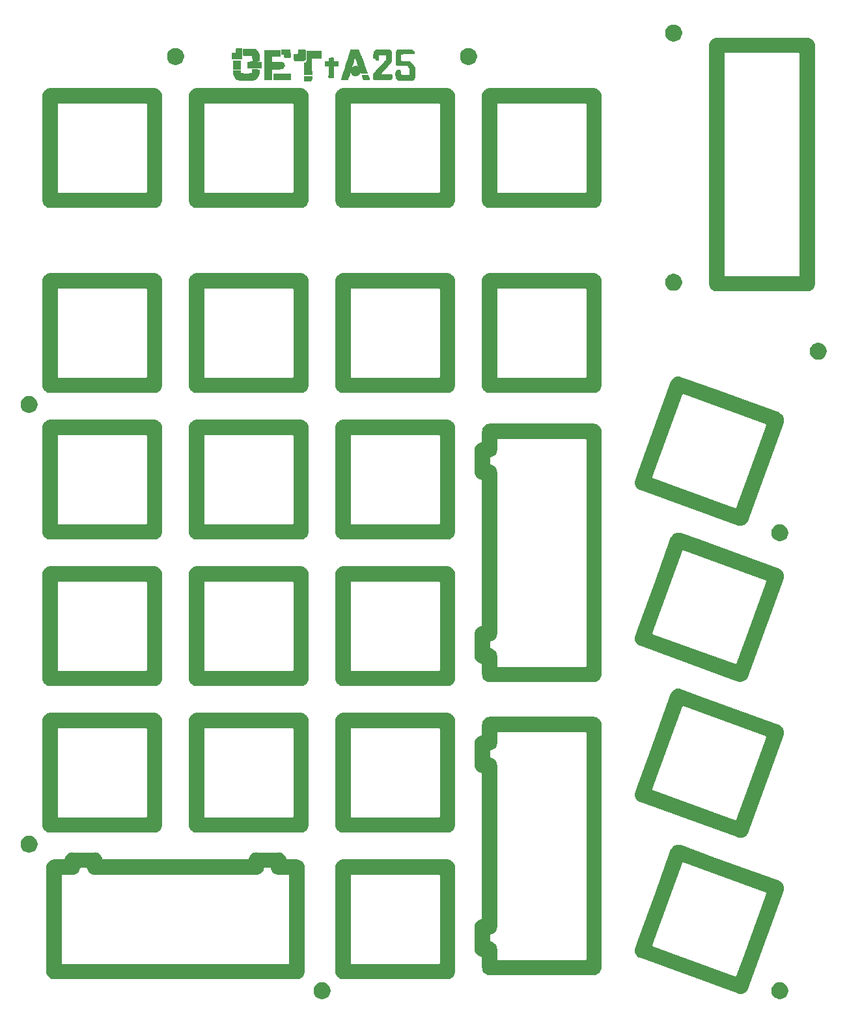
<source format=gts>
G04 #@! TF.GenerationSoftware,KiCad,Pcbnew,(5.1.5)-3*
G04 #@! TF.CreationDate,2021-03-06T02:04:31+09:00*
G04 #@! TF.ProjectId,Getta25,47657474-6132-4352-9e6b-696361645f70,rev?*
G04 #@! TF.SameCoordinates,Original*
G04 #@! TF.FileFunction,Soldermask,Top*
G04 #@! TF.FilePolarity,Negative*
%FSLAX46Y46*%
G04 Gerber Fmt 4.6, Leading zero omitted, Abs format (unit mm)*
G04 Created by KiCad (PCBNEW (5.1.5)-3) date 2021-03-06 02:04:31*
%MOMM*%
%LPD*%
G04 APERTURE LIST*
%ADD10C,0.010000*%
%ADD11C,0.100000*%
G04 APERTURE END LIST*
D10*
G36*
X59362991Y-11697781D02*
G01*
X59461286Y-11698448D01*
X59543038Y-11699653D01*
X59603281Y-11701426D01*
X59637048Y-11703793D01*
X59642413Y-11705169D01*
X59646713Y-11725141D01*
X59651595Y-11773688D01*
X59656803Y-11845528D01*
X59662081Y-11935381D01*
X59667173Y-12037965D01*
X59671824Y-12147999D01*
X59675778Y-12260202D01*
X59678779Y-12369291D01*
X59680571Y-12469988D01*
X59680840Y-12498491D01*
X59680095Y-12580970D01*
X59675894Y-12636167D01*
X59667369Y-12670564D01*
X59655390Y-12688991D01*
X59641134Y-12698534D01*
X59617154Y-12705472D01*
X59578751Y-12710146D01*
X59521230Y-12712898D01*
X59439892Y-12714069D01*
X59330040Y-12713999D01*
X59312490Y-12713912D01*
X59209562Y-12712763D01*
X59115941Y-12710595D01*
X59037851Y-12707642D01*
X58981516Y-12704136D01*
X58953866Y-12700518D01*
X58933227Y-12692689D01*
X58920053Y-12678296D01*
X58912000Y-12650109D01*
X58906726Y-12600901D01*
X58903066Y-12543844D01*
X58896262Y-12469378D01*
X58886133Y-12410221D01*
X58874218Y-12374910D01*
X58872079Y-12371837D01*
X58830361Y-12342319D01*
X58761165Y-12317268D01*
X58670796Y-12298735D01*
X58632261Y-12293832D01*
X58539000Y-12283800D01*
X58534366Y-12002132D01*
X58533094Y-11894871D01*
X58533533Y-11816998D01*
X58535975Y-11764065D01*
X58540714Y-11731623D01*
X58548041Y-11715223D01*
X58553470Y-11711355D01*
X58577135Y-11708445D01*
X58628960Y-11705820D01*
X58703978Y-11703507D01*
X58797223Y-11701536D01*
X58903726Y-11699933D01*
X59018521Y-11698728D01*
X59136642Y-11697949D01*
X59253121Y-11697624D01*
X59362991Y-11697781D01*
G37*
X59362991Y-11697781D02*
X59461286Y-11698448D01*
X59543038Y-11699653D01*
X59603281Y-11701426D01*
X59637048Y-11703793D01*
X59642413Y-11705169D01*
X59646713Y-11725141D01*
X59651595Y-11773688D01*
X59656803Y-11845528D01*
X59662081Y-11935381D01*
X59667173Y-12037965D01*
X59671824Y-12147999D01*
X59675778Y-12260202D01*
X59678779Y-12369291D01*
X59680571Y-12469988D01*
X59680840Y-12498491D01*
X59680095Y-12580970D01*
X59675894Y-12636167D01*
X59667369Y-12670564D01*
X59655390Y-12688991D01*
X59641134Y-12698534D01*
X59617154Y-12705472D01*
X59578751Y-12710146D01*
X59521230Y-12712898D01*
X59439892Y-12714069D01*
X59330040Y-12713999D01*
X59312490Y-12713912D01*
X59209562Y-12712763D01*
X59115941Y-12710595D01*
X59037851Y-12707642D01*
X58981516Y-12704136D01*
X58953866Y-12700518D01*
X58933227Y-12692689D01*
X58920053Y-12678296D01*
X58912000Y-12650109D01*
X58906726Y-12600901D01*
X58903066Y-12543844D01*
X58896262Y-12469378D01*
X58886133Y-12410221D01*
X58874218Y-12374910D01*
X58872079Y-12371837D01*
X58830361Y-12342319D01*
X58761165Y-12317268D01*
X58670796Y-12298735D01*
X58632261Y-12293832D01*
X58539000Y-12283800D01*
X58534366Y-12002132D01*
X58533094Y-11894871D01*
X58533533Y-11816998D01*
X58535975Y-11764065D01*
X58540714Y-11731623D01*
X58548041Y-11715223D01*
X58553470Y-11711355D01*
X58577135Y-11708445D01*
X58628960Y-11705820D01*
X58703978Y-11703507D01*
X58797223Y-11701536D01*
X58903726Y-11699933D01*
X59018521Y-11698728D01*
X59136642Y-11697949D01*
X59253121Y-11697624D01*
X59362991Y-11697781D01*
G36*
X53100075Y-11556268D02*
G01*
X53196608Y-11557945D01*
X53277309Y-11560509D01*
X53336557Y-11563771D01*
X53368733Y-11567543D01*
X53371507Y-11568375D01*
X53379436Y-11573106D01*
X53385840Y-11582295D01*
X53390843Y-11599166D01*
X53394569Y-11626942D01*
X53397144Y-11668846D01*
X53398691Y-11728101D01*
X53399335Y-11807931D01*
X53399201Y-11911559D01*
X53398415Y-12042207D01*
X53397099Y-12203100D01*
X53396907Y-12225170D01*
X53395281Y-12392826D01*
X53393530Y-12529704D01*
X53391510Y-12638891D01*
X53389075Y-12723477D01*
X53386079Y-12786549D01*
X53382378Y-12831197D01*
X53377826Y-12860508D01*
X53372278Y-12877570D01*
X53365866Y-12885303D01*
X53342807Y-12889343D01*
X53289239Y-12892957D01*
X53208516Y-12896057D01*
X53103994Y-12898556D01*
X52979029Y-12900365D01*
X52836976Y-12901397D01*
X52743035Y-12901608D01*
X52584488Y-12901576D01*
X52456476Y-12901223D01*
X52355667Y-12900389D01*
X52278730Y-12898911D01*
X52222332Y-12896631D01*
X52183142Y-12893386D01*
X52157828Y-12889018D01*
X52143060Y-12883365D01*
X52135505Y-12876266D01*
X52133435Y-12872233D01*
X52129789Y-12846950D01*
X52126579Y-12793313D01*
X52123980Y-12716832D01*
X52122166Y-12623021D01*
X52121311Y-12517390D01*
X52121267Y-12487000D01*
X52121267Y-12131400D01*
X52317558Y-12126653D01*
X52401856Y-12124310D01*
X52459510Y-12121025D01*
X52497737Y-12115150D01*
X52523752Y-12105041D01*
X52544772Y-12089053D01*
X52563091Y-12070660D01*
X52582934Y-12048496D01*
X52597159Y-12025866D01*
X52607289Y-11996262D01*
X52614844Y-11953174D01*
X52621346Y-11890095D01*
X52628316Y-11800517D01*
X52629267Y-11787541D01*
X52646200Y-11555667D01*
X52993333Y-11555667D01*
X53100075Y-11556268D01*
G37*
X53100075Y-11556268D02*
X53196608Y-11557945D01*
X53277309Y-11560509D01*
X53336557Y-11563771D01*
X53368733Y-11567543D01*
X53371507Y-11568375D01*
X53379436Y-11573106D01*
X53385840Y-11582295D01*
X53390843Y-11599166D01*
X53394569Y-11626942D01*
X53397144Y-11668846D01*
X53398691Y-11728101D01*
X53399335Y-11807931D01*
X53399201Y-11911559D01*
X53398415Y-12042207D01*
X53397099Y-12203100D01*
X53396907Y-12225170D01*
X53395281Y-12392826D01*
X53393530Y-12529704D01*
X53391510Y-12638891D01*
X53389075Y-12723477D01*
X53386079Y-12786549D01*
X53382378Y-12831197D01*
X53377826Y-12860508D01*
X53372278Y-12877570D01*
X53365866Y-12885303D01*
X53342807Y-12889343D01*
X53289239Y-12892957D01*
X53208516Y-12896057D01*
X53103994Y-12898556D01*
X52979029Y-12900365D01*
X52836976Y-12901397D01*
X52743035Y-12901608D01*
X52584488Y-12901576D01*
X52456476Y-12901223D01*
X52355667Y-12900389D01*
X52278730Y-12898911D01*
X52222332Y-12896631D01*
X52183142Y-12893386D01*
X52157828Y-12889018D01*
X52143060Y-12883365D01*
X52135505Y-12876266D01*
X52133435Y-12872233D01*
X52129789Y-12846950D01*
X52126579Y-12793313D01*
X52123980Y-12716832D01*
X52122166Y-12623021D01*
X52121311Y-12517390D01*
X52121267Y-12487000D01*
X52121267Y-12131400D01*
X52317558Y-12126653D01*
X52401856Y-12124310D01*
X52459510Y-12121025D01*
X52497737Y-12115150D01*
X52523752Y-12105041D01*
X52544772Y-12089053D01*
X52563091Y-12070660D01*
X52582934Y-12048496D01*
X52597159Y-12025866D01*
X52607289Y-11996262D01*
X52614844Y-11953174D01*
X52621346Y-11890095D01*
X52628316Y-11800517D01*
X52629267Y-11787541D01*
X52646200Y-11555667D01*
X52993333Y-11555667D01*
X53100075Y-11556268D01*
G36*
X60901516Y-11667289D02*
G01*
X60993100Y-11670142D01*
X61094646Y-11674524D01*
X61200573Y-11680119D01*
X61305295Y-11686609D01*
X61403229Y-11693680D01*
X61488791Y-11701014D01*
X61556397Y-11708295D01*
X61600464Y-11715206D01*
X61615232Y-11720537D01*
X61618284Y-11741774D01*
X61621110Y-11793038D01*
X61623630Y-11870490D01*
X61625765Y-11970291D01*
X61627434Y-12088602D01*
X61628559Y-12221583D01*
X61629058Y-12365396D01*
X61629074Y-12386397D01*
X61628948Y-12556600D01*
X61628347Y-12696009D01*
X61627165Y-12807692D01*
X61625293Y-12894720D01*
X61622624Y-12960162D01*
X61619049Y-13007089D01*
X61614462Y-13038569D01*
X61608755Y-13057673D01*
X61605312Y-13063730D01*
X61598050Y-13071883D01*
X61587200Y-13078606D01*
X61569599Y-13084067D01*
X61542083Y-13088435D01*
X61501490Y-13091881D01*
X61444656Y-13094573D01*
X61368418Y-13096680D01*
X61269613Y-13098371D01*
X61145079Y-13099815D01*
X60991652Y-13101182D01*
X60889629Y-13101995D01*
X60739717Y-13102867D01*
X60600381Y-13103104D01*
X60475254Y-13102743D01*
X60367967Y-13101820D01*
X60282154Y-13100372D01*
X60221446Y-13098435D01*
X60189477Y-13096045D01*
X60185517Y-13094940D01*
X60181988Y-13075149D01*
X60178848Y-13026385D01*
X60176245Y-12953539D01*
X60174329Y-12861504D01*
X60173250Y-12755173D01*
X60173067Y-12687378D01*
X60173067Y-12292267D01*
X60360174Y-12292267D01*
X60462597Y-12290141D01*
X60538234Y-12282394D01*
X60593977Y-12266976D01*
X60636718Y-12241834D01*
X60673350Y-12204917D01*
X60679571Y-12197188D01*
X60693810Y-12176172D01*
X60703643Y-12151381D01*
X60709871Y-12116475D01*
X60713292Y-12065119D01*
X60714708Y-11990974D01*
X60714933Y-11916918D01*
X60715435Y-11821558D01*
X60717331Y-11754806D01*
X60721208Y-11711415D01*
X60727652Y-11686136D01*
X60737248Y-11673721D01*
X60742383Y-11671071D01*
X60770574Y-11667437D01*
X60825480Y-11666282D01*
X60901516Y-11667289D01*
G37*
X60901516Y-11667289D02*
X60993100Y-11670142D01*
X61094646Y-11674524D01*
X61200573Y-11680119D01*
X61305295Y-11686609D01*
X61403229Y-11693680D01*
X61488791Y-11701014D01*
X61556397Y-11708295D01*
X61600464Y-11715206D01*
X61615232Y-11720537D01*
X61618284Y-11741774D01*
X61621110Y-11793038D01*
X61623630Y-11870490D01*
X61625765Y-11970291D01*
X61627434Y-12088602D01*
X61628559Y-12221583D01*
X61629058Y-12365396D01*
X61629074Y-12386397D01*
X61628948Y-12556600D01*
X61628347Y-12696009D01*
X61627165Y-12807692D01*
X61625293Y-12894720D01*
X61622624Y-12960162D01*
X61619049Y-13007089D01*
X61614462Y-13038569D01*
X61608755Y-13057673D01*
X61605312Y-13063730D01*
X61598050Y-13071883D01*
X61587200Y-13078606D01*
X61569599Y-13084067D01*
X61542083Y-13088435D01*
X61501490Y-13091881D01*
X61444656Y-13094573D01*
X61368418Y-13096680D01*
X61269613Y-13098371D01*
X61145079Y-13099815D01*
X60991652Y-13101182D01*
X60889629Y-13101995D01*
X60739717Y-13102867D01*
X60600381Y-13103104D01*
X60475254Y-13102743D01*
X60367967Y-13101820D01*
X60282154Y-13100372D01*
X60221446Y-13098435D01*
X60189477Y-13096045D01*
X60185517Y-13094940D01*
X60181988Y-13075149D01*
X60178848Y-13026385D01*
X60176245Y-12953539D01*
X60174329Y-12861504D01*
X60173250Y-12755173D01*
X60173067Y-12687378D01*
X60173067Y-12292267D01*
X60360174Y-12292267D01*
X60462597Y-12290141D01*
X60538234Y-12282394D01*
X60593977Y-12266976D01*
X60636718Y-12241834D01*
X60673350Y-12204917D01*
X60679571Y-12197188D01*
X60693810Y-12176172D01*
X60703643Y-12151381D01*
X60709871Y-12116475D01*
X60713292Y-12065119D01*
X60714708Y-11990974D01*
X60714933Y-11916918D01*
X60715435Y-11821558D01*
X60717331Y-11754806D01*
X60721208Y-11711415D01*
X60727652Y-11686136D01*
X60737248Y-11673721D01*
X60742383Y-11671071D01*
X60770574Y-11667437D01*
X60825480Y-11666282D01*
X60901516Y-11667289D01*
G36*
X53788478Y-11618585D02*
G01*
X53884603Y-11619999D01*
X54005496Y-11622468D01*
X54154155Y-11625948D01*
X54333576Y-11630396D01*
X54339821Y-11630553D01*
X55100016Y-11649655D01*
X55176975Y-11694412D01*
X55223752Y-11726494D01*
X55284094Y-11774643D01*
X55347955Y-11830649D01*
X55376048Y-11857081D01*
X55440511Y-11922526D01*
X55486170Y-11978535D01*
X55521047Y-12036335D01*
X55550948Y-12101789D01*
X55586657Y-12194042D01*
X55613678Y-12281372D01*
X55633130Y-12370960D01*
X55646133Y-12469989D01*
X55653804Y-12585640D01*
X55657265Y-12725097D01*
X55657712Y-12786878D01*
X55657400Y-12887380D01*
X55655824Y-12976189D01*
X55653188Y-13047767D01*
X55649696Y-13096573D01*
X55645553Y-13117068D01*
X55645543Y-13117078D01*
X55624511Y-13121827D01*
X55575656Y-13125783D01*
X55505015Y-13128887D01*
X55418624Y-13131080D01*
X55322520Y-13132305D01*
X55222739Y-13132503D01*
X55125317Y-13131616D01*
X55036291Y-13129584D01*
X54961696Y-13126350D01*
X54928761Y-13124017D01*
X54866534Y-13116636D01*
X54817418Y-13107064D01*
X54791391Y-13097284D01*
X54790650Y-13096600D01*
X54783685Y-13073756D01*
X54776974Y-13024530D01*
X54771324Y-12956404D01*
X54767808Y-12884933D01*
X54756353Y-12741112D01*
X54732864Y-12628503D01*
X54697175Y-12546601D01*
X54649116Y-12494897D01*
X54635685Y-12486906D01*
X54588556Y-12468358D01*
X54524639Y-12453687D01*
X54440730Y-12442604D01*
X54333624Y-12434819D01*
X54200117Y-12430044D01*
X54037006Y-12427990D01*
X53980909Y-12427861D01*
X53852704Y-12427529D01*
X53754194Y-12426449D01*
X53681213Y-12424355D01*
X53629593Y-12420982D01*
X53595166Y-12416063D01*
X53573766Y-12409333D01*
X53561809Y-12401124D01*
X53552678Y-12387431D01*
X53545846Y-12364173D01*
X53541002Y-12326928D01*
X53537833Y-12271274D01*
X53536029Y-12192787D01*
X53535278Y-12087048D01*
X53535200Y-12023360D01*
X53535798Y-11894787D01*
X53537728Y-11796559D01*
X53541195Y-11725174D01*
X53546402Y-11677129D01*
X53553553Y-11648920D01*
X53557412Y-11641829D01*
X53564062Y-11634655D01*
X53574504Y-11628837D01*
X53591735Y-11624332D01*
X53618751Y-11621098D01*
X53658549Y-11619091D01*
X53714126Y-11618267D01*
X53788478Y-11618585D01*
G37*
X53788478Y-11618585D02*
X53884603Y-11619999D01*
X54005496Y-11622468D01*
X54154155Y-11625948D01*
X54333576Y-11630396D01*
X54339821Y-11630553D01*
X55100016Y-11649655D01*
X55176975Y-11694412D01*
X55223752Y-11726494D01*
X55284094Y-11774643D01*
X55347955Y-11830649D01*
X55376048Y-11857081D01*
X55440511Y-11922526D01*
X55486170Y-11978535D01*
X55521047Y-12036335D01*
X55550948Y-12101789D01*
X55586657Y-12194042D01*
X55613678Y-12281372D01*
X55633130Y-12370960D01*
X55646133Y-12469989D01*
X55653804Y-12585640D01*
X55657265Y-12725097D01*
X55657712Y-12786878D01*
X55657400Y-12887380D01*
X55655824Y-12976189D01*
X55653188Y-13047767D01*
X55649696Y-13096573D01*
X55645553Y-13117068D01*
X55645543Y-13117078D01*
X55624511Y-13121827D01*
X55575656Y-13125783D01*
X55505015Y-13128887D01*
X55418624Y-13131080D01*
X55322520Y-13132305D01*
X55222739Y-13132503D01*
X55125317Y-13131616D01*
X55036291Y-13129584D01*
X54961696Y-13126350D01*
X54928761Y-13124017D01*
X54866534Y-13116636D01*
X54817418Y-13107064D01*
X54791391Y-13097284D01*
X54790650Y-13096600D01*
X54783685Y-13073756D01*
X54776974Y-13024530D01*
X54771324Y-12956404D01*
X54767808Y-12884933D01*
X54756353Y-12741112D01*
X54732864Y-12628503D01*
X54697175Y-12546601D01*
X54649116Y-12494897D01*
X54635685Y-12486906D01*
X54588556Y-12468358D01*
X54524639Y-12453687D01*
X54440730Y-12442604D01*
X54333624Y-12434819D01*
X54200117Y-12430044D01*
X54037006Y-12427990D01*
X53980909Y-12427861D01*
X53852704Y-12427529D01*
X53754194Y-12426449D01*
X53681213Y-12424355D01*
X53629593Y-12420982D01*
X53595166Y-12416063D01*
X53573766Y-12409333D01*
X53561809Y-12401124D01*
X53552678Y-12387431D01*
X53545846Y-12364173D01*
X53541002Y-12326928D01*
X53537833Y-12271274D01*
X53536029Y-12192787D01*
X53535278Y-12087048D01*
X53535200Y-12023360D01*
X53535798Y-11894787D01*
X53537728Y-11796559D01*
X53541195Y-11725174D01*
X53546402Y-11677129D01*
X53553553Y-11648920D01*
X53557412Y-11641829D01*
X53564062Y-11634655D01*
X53574504Y-11628837D01*
X53591735Y-11624332D01*
X53618751Y-11621098D01*
X53658549Y-11619091D01*
X53714126Y-11618267D01*
X53788478Y-11618585D01*
G36*
X65765276Y-13243095D02*
G01*
X65814570Y-13245414D01*
X65845899Y-13250288D01*
X65864559Y-13258173D01*
X65875255Y-13268707D01*
X65882968Y-13295788D01*
X65889187Y-13348728D01*
X65893741Y-13419547D01*
X65896458Y-13500263D01*
X65897166Y-13582895D01*
X65895693Y-13659462D01*
X65891867Y-13721983D01*
X65885860Y-13761234D01*
X65881028Y-13775318D01*
X65871929Y-13785418D01*
X65853556Y-13792197D01*
X65820902Y-13796315D01*
X65768961Y-13798436D01*
X65692725Y-13799221D01*
X65597805Y-13799334D01*
X65319961Y-13799334D01*
X65324614Y-13524167D01*
X65329266Y-13249000D01*
X65591622Y-13244304D01*
X65692725Y-13242877D01*
X65765276Y-13243095D01*
G37*
X65765276Y-13243095D02*
X65814570Y-13245414D01*
X65845899Y-13250288D01*
X65864559Y-13258173D01*
X65875255Y-13268707D01*
X65882968Y-13295788D01*
X65889187Y-13348728D01*
X65893741Y-13419547D01*
X65896458Y-13500263D01*
X65897166Y-13582895D01*
X65895693Y-13659462D01*
X65891867Y-13721983D01*
X65885860Y-13761234D01*
X65881028Y-13775318D01*
X65871929Y-13785418D01*
X65853556Y-13792197D01*
X65820902Y-13796315D01*
X65768961Y-13798436D01*
X65692725Y-13799221D01*
X65597805Y-13799334D01*
X65319961Y-13799334D01*
X65324614Y-13524167D01*
X65329266Y-13249000D01*
X65591622Y-13244304D01*
X65692725Y-13242877D01*
X65765276Y-13243095D01*
G36*
X65152050Y-12751156D02*
G01*
X65200573Y-12753876D01*
X65231824Y-12759454D01*
X65251322Y-12768335D01*
X65259141Y-12774893D01*
X65267214Y-12786198D01*
X65273579Y-12804612D01*
X65278433Y-12833863D01*
X65281973Y-12877680D01*
X65284395Y-12939793D01*
X65285897Y-13023929D01*
X65286676Y-13133818D01*
X65286928Y-13273188D01*
X65286933Y-13301010D01*
X65286933Y-13799334D01*
X64736068Y-13799334D01*
X64578427Y-13799067D01*
X64451717Y-13798193D01*
X64353010Y-13796596D01*
X64279375Y-13794160D01*
X64227881Y-13790773D01*
X64195597Y-13786318D01*
X64179594Y-13780682D01*
X64176808Y-13777456D01*
X64174194Y-13753623D01*
X64172528Y-13702358D01*
X64171894Y-13630084D01*
X64172376Y-13543223D01*
X64173106Y-13493823D01*
X64177800Y-13232067D01*
X64409855Y-13223600D01*
X64522989Y-13217842D01*
X64603558Y-13210037D01*
X64651073Y-13200244D01*
X64663118Y-13193857D01*
X64673960Y-13166476D01*
X64683721Y-13109725D01*
X64691736Y-13028099D01*
X64694960Y-12977937D01*
X64700215Y-12899755D01*
X64706465Y-12834237D01*
X64712895Y-12788654D01*
X64718227Y-12770614D01*
X64738802Y-12765798D01*
X64786942Y-12761060D01*
X64856346Y-12756833D01*
X64940715Y-12753553D01*
X64981104Y-12752517D01*
X65080733Y-12750852D01*
X65152050Y-12751156D01*
G37*
X65152050Y-12751156D02*
X65200573Y-12753876D01*
X65231824Y-12759454D01*
X65251322Y-12768335D01*
X65259141Y-12774893D01*
X65267214Y-12786198D01*
X65273579Y-12804612D01*
X65278433Y-12833863D01*
X65281973Y-12877680D01*
X65284395Y-12939793D01*
X65285897Y-13023929D01*
X65286676Y-13133818D01*
X65286928Y-13273188D01*
X65286933Y-13301010D01*
X65286933Y-13799334D01*
X64736068Y-13799334D01*
X64578427Y-13799067D01*
X64451717Y-13798193D01*
X64353010Y-13796596D01*
X64279375Y-13794160D01*
X64227881Y-13790773D01*
X64195597Y-13786318D01*
X64179594Y-13780682D01*
X64176808Y-13777456D01*
X64174194Y-13753623D01*
X64172528Y-13702358D01*
X64171894Y-13630084D01*
X64172376Y-13543223D01*
X64173106Y-13493823D01*
X64177800Y-13232067D01*
X64409855Y-13223600D01*
X64522989Y-13217842D01*
X64603558Y-13210037D01*
X64651073Y-13200244D01*
X64663118Y-13193857D01*
X64673960Y-13166476D01*
X64683721Y-13109725D01*
X64691736Y-13028099D01*
X64694960Y-12977937D01*
X64700215Y-12899755D01*
X64706465Y-12834237D01*
X64712895Y-12788654D01*
X64718227Y-12770614D01*
X64738802Y-12765798D01*
X64786942Y-12761060D01*
X64856346Y-12756833D01*
X64940715Y-12753553D01*
X64981104Y-12752517D01*
X65080733Y-12750852D01*
X65152050Y-12751156D01*
G36*
X54901277Y-13260947D02*
G01*
X55057024Y-13261537D01*
X55863533Y-13265934D01*
X55868068Y-13676982D01*
X55869172Y-13811885D01*
X55869057Y-13916231D01*
X55867589Y-13993315D01*
X55864635Y-14046431D01*
X55860063Y-14078871D01*
X55853738Y-14093930D01*
X55851135Y-14095687D01*
X55830409Y-14097289D01*
X55779152Y-14098963D01*
X55700700Y-14100660D01*
X55598389Y-14102333D01*
X55475554Y-14103935D01*
X55335531Y-14105417D01*
X55181656Y-14106732D01*
X55017264Y-14107832D01*
X54992660Y-14107971D01*
X54796541Y-14108907D01*
X54631716Y-14109327D01*
X54495616Y-14109177D01*
X54385673Y-14108403D01*
X54299317Y-14106951D01*
X54233979Y-14104768D01*
X54187090Y-14101799D01*
X54156081Y-14097990D01*
X54138384Y-14093287D01*
X54132985Y-14089916D01*
X54125472Y-14075459D01*
X54119944Y-14046746D01*
X54116238Y-14000060D01*
X54114192Y-13931689D01*
X54113644Y-13837916D01*
X54114431Y-13715028D01*
X54114858Y-13675798D01*
X54119400Y-13284364D01*
X54184958Y-13270753D01*
X54214895Y-13268091D01*
X54275047Y-13265786D01*
X54361764Y-13263875D01*
X54471396Y-13262397D01*
X54600292Y-13261391D01*
X54744803Y-13260895D01*
X54901277Y-13260947D01*
G37*
X54901277Y-13260947D02*
X55057024Y-13261537D01*
X55863533Y-13265934D01*
X55868068Y-13676982D01*
X55869172Y-13811885D01*
X55869057Y-13916231D01*
X55867589Y-13993315D01*
X55864635Y-14046431D01*
X55860063Y-14078871D01*
X55853738Y-14093930D01*
X55851135Y-14095687D01*
X55830409Y-14097289D01*
X55779152Y-14098963D01*
X55700700Y-14100660D01*
X55598389Y-14102333D01*
X55475554Y-14103935D01*
X55335531Y-14105417D01*
X55181656Y-14106732D01*
X55017264Y-14107832D01*
X54992660Y-14107971D01*
X54796541Y-14108907D01*
X54631716Y-14109327D01*
X54495616Y-14109177D01*
X54385673Y-14108403D01*
X54299317Y-14106951D01*
X54233979Y-14104768D01*
X54187090Y-14101799D01*
X54156081Y-14097990D01*
X54138384Y-14093287D01*
X54132985Y-14089916D01*
X54125472Y-14075459D01*
X54119944Y-14046746D01*
X54116238Y-14000060D01*
X54114192Y-13931689D01*
X54113644Y-13837916D01*
X54114431Y-13715028D01*
X54114858Y-13675798D01*
X54119400Y-13284364D01*
X54184958Y-13270753D01*
X54214895Y-13268091D01*
X54275047Y-13265786D01*
X54361764Y-13263875D01*
X54471396Y-13262397D01*
X54600292Y-13261391D01*
X54744803Y-13260895D01*
X54901277Y-13260947D01*
G36*
X52749483Y-13155147D02*
G01*
X52856500Y-13156403D01*
X52956394Y-13158823D01*
X53043397Y-13162384D01*
X53111736Y-13167063D01*
X53155641Y-13172835D01*
X53168172Y-13177034D01*
X53176485Y-13185596D01*
X53182971Y-13200164D01*
X53187801Y-13224450D01*
X53191152Y-13262170D01*
X53193196Y-13317037D01*
X53194107Y-13392767D01*
X53194061Y-13493074D01*
X53193230Y-13621671D01*
X53192575Y-13697734D01*
X53188066Y-14197267D01*
X52942533Y-14208255D01*
X52833545Y-14213116D01*
X52716520Y-14218308D01*
X52605247Y-14223222D01*
X52513517Y-14227247D01*
X52510733Y-14227369D01*
X52432440Y-14230057D01*
X52365052Y-14231029D01*
X52316771Y-14230246D01*
X52297485Y-14228350D01*
X52287721Y-14221473D01*
X52280089Y-14203750D01*
X52274073Y-14170805D01*
X52269161Y-14118264D01*
X52264837Y-14041750D01*
X52260589Y-13936888D01*
X52259433Y-13904436D01*
X52255705Y-13786220D01*
X52252506Y-13662781D01*
X52250067Y-13544780D01*
X52248617Y-13442875D01*
X52248314Y-13389296D01*
X52248797Y-13303663D01*
X52250919Y-13245703D01*
X52255617Y-13209232D01*
X52263827Y-13188063D01*
X52276488Y-13176012D01*
X52281020Y-13173396D01*
X52309571Y-13167167D01*
X52365627Y-13162244D01*
X52443418Y-13158605D01*
X52537171Y-13156224D01*
X52641117Y-13155080D01*
X52749483Y-13155147D01*
G37*
X52749483Y-13155147D02*
X52856500Y-13156403D01*
X52956394Y-13158823D01*
X53043397Y-13162384D01*
X53111736Y-13167063D01*
X53155641Y-13172835D01*
X53168172Y-13177034D01*
X53176485Y-13185596D01*
X53182971Y-13200164D01*
X53187801Y-13224450D01*
X53191152Y-13262170D01*
X53193196Y-13317037D01*
X53194107Y-13392767D01*
X53194061Y-13493074D01*
X53193230Y-13621671D01*
X53192575Y-13697734D01*
X53188066Y-14197267D01*
X52942533Y-14208255D01*
X52833545Y-14213116D01*
X52716520Y-14218308D01*
X52605247Y-14223222D01*
X52513517Y-14227247D01*
X52510733Y-14227369D01*
X52432440Y-14230057D01*
X52365052Y-14231029D01*
X52316771Y-14230246D01*
X52297485Y-14228350D01*
X52287721Y-14221473D01*
X52280089Y-14203750D01*
X52274073Y-14170805D01*
X52269161Y-14118264D01*
X52264837Y-14041750D01*
X52260589Y-13936888D01*
X52259433Y-13904436D01*
X52255705Y-13786220D01*
X52252506Y-13662781D01*
X52250067Y-13544780D01*
X52248617Y-13442875D01*
X52248314Y-13389296D01*
X52248797Y-13303663D01*
X52250919Y-13245703D01*
X52255617Y-13209232D01*
X52263827Y-13188063D01*
X52276488Y-13176012D01*
X52281020Y-13173396D01*
X52309571Y-13167167D01*
X52365627Y-13162244D01*
X52443418Y-13158605D01*
X52537171Y-13156224D01*
X52641117Y-13155080D01*
X52749483Y-13155147D01*
G36*
X62670798Y-11851451D02*
G01*
X62826127Y-11852063D01*
X62979998Y-11853063D01*
X63128562Y-11854431D01*
X63267974Y-11856152D01*
X63394387Y-11858208D01*
X63503952Y-11860581D01*
X63592824Y-11863255D01*
X63657156Y-11866211D01*
X63693099Y-11869434D01*
X63698831Y-11870877D01*
X63709290Y-11877305D01*
X63717326Y-11886636D01*
X63723129Y-11902780D01*
X63726889Y-11929645D01*
X63728794Y-11971140D01*
X63729035Y-12031174D01*
X63727800Y-12113657D01*
X63725280Y-12222496D01*
X63721996Y-12348954D01*
X63718702Y-12469865D01*
X63715520Y-12579077D01*
X63712597Y-12672199D01*
X63710076Y-12744841D01*
X63708102Y-12792614D01*
X63706819Y-12811127D01*
X63706778Y-12811204D01*
X63689746Y-12812221D01*
X63642610Y-12813784D01*
X63569128Y-12815800D01*
X63473057Y-12818177D01*
X63358153Y-12820820D01*
X63228175Y-12823639D01*
X63086879Y-12826540D01*
X63079239Y-12826692D01*
X62454811Y-12839131D01*
X62461172Y-13856865D01*
X62467533Y-14874600D01*
X61975306Y-14879084D01*
X61849430Y-14879845D01*
X61734658Y-14879800D01*
X61635325Y-14879009D01*
X61555768Y-14877533D01*
X61500324Y-14875433D01*
X61473330Y-14872770D01*
X61471540Y-14872029D01*
X61469099Y-14853176D01*
X61466835Y-14803996D01*
X61464802Y-14728029D01*
X61463055Y-14628815D01*
X61461651Y-14509894D01*
X61460644Y-14374804D01*
X61460091Y-14227086D01*
X61460000Y-14135945D01*
X61460000Y-13411401D01*
X61523500Y-13401974D01*
X61622616Y-13384106D01*
X61700406Y-13363576D01*
X61751751Y-13341866D01*
X61764800Y-13332170D01*
X61771130Y-13321865D01*
X61776420Y-13302589D01*
X61780790Y-13271383D01*
X61784360Y-13225290D01*
X61787250Y-13161351D01*
X61789580Y-13076609D01*
X61791471Y-12968106D01*
X61793043Y-12832884D01*
X61794416Y-12667985D01*
X61794957Y-12589848D01*
X61799714Y-11872609D01*
X61837290Y-11862536D01*
X61865798Y-11859435D01*
X61923622Y-11856859D01*
X62006917Y-11854790D01*
X62111834Y-11853211D01*
X62234529Y-11852105D01*
X62371152Y-11851454D01*
X62517857Y-11851242D01*
X62670798Y-11851451D01*
G37*
X62670798Y-11851451D02*
X62826127Y-11852063D01*
X62979998Y-11853063D01*
X63128562Y-11854431D01*
X63267974Y-11856152D01*
X63394387Y-11858208D01*
X63503952Y-11860581D01*
X63592824Y-11863255D01*
X63657156Y-11866211D01*
X63693099Y-11869434D01*
X63698831Y-11870877D01*
X63709290Y-11877305D01*
X63717326Y-11886636D01*
X63723129Y-11902780D01*
X63726889Y-11929645D01*
X63728794Y-11971140D01*
X63729035Y-12031174D01*
X63727800Y-12113657D01*
X63725280Y-12222496D01*
X63721996Y-12348954D01*
X63718702Y-12469865D01*
X63715520Y-12579077D01*
X63712597Y-12672199D01*
X63710076Y-12744841D01*
X63708102Y-12792614D01*
X63706819Y-12811127D01*
X63706778Y-12811204D01*
X63689746Y-12812221D01*
X63642610Y-12813784D01*
X63569128Y-12815800D01*
X63473057Y-12818177D01*
X63358153Y-12820820D01*
X63228175Y-12823639D01*
X63086879Y-12826540D01*
X63079239Y-12826692D01*
X62454811Y-12839131D01*
X62461172Y-13856865D01*
X62467533Y-14874600D01*
X61975306Y-14879084D01*
X61849430Y-14879845D01*
X61734658Y-14879800D01*
X61635325Y-14879009D01*
X61555768Y-14877533D01*
X61500324Y-14875433D01*
X61473330Y-14872770D01*
X61471540Y-14872029D01*
X61469099Y-14853176D01*
X61466835Y-14803996D01*
X61464802Y-14728029D01*
X61463055Y-14628815D01*
X61461651Y-14509894D01*
X61460644Y-14374804D01*
X61460091Y-14227086D01*
X61460000Y-14135945D01*
X61460000Y-13411401D01*
X61523500Y-13401974D01*
X61622616Y-13384106D01*
X61700406Y-13363576D01*
X61751751Y-13341866D01*
X61764800Y-13332170D01*
X61771130Y-13321865D01*
X61776420Y-13302589D01*
X61780790Y-13271383D01*
X61784360Y-13225290D01*
X61787250Y-13161351D01*
X61789580Y-13076609D01*
X61791471Y-12968106D01*
X61793043Y-12832884D01*
X61794416Y-12667985D01*
X61794957Y-12589848D01*
X61799714Y-11872609D01*
X61837290Y-11862536D01*
X61865798Y-11859435D01*
X61923622Y-11856859D01*
X62006917Y-11854790D01*
X62111834Y-11853211D01*
X62234529Y-11852105D01*
X62371152Y-11851454D01*
X62517857Y-11851242D01*
X62670798Y-11851451D01*
G36*
X65034738Y-13867344D02*
G01*
X65118810Y-13869412D01*
X65192555Y-13873129D01*
X65248772Y-13878447D01*
X65280261Y-13885316D01*
X65283547Y-13887387D01*
X65288824Y-13909231D01*
X65293376Y-13960574D01*
X65297201Y-14037059D01*
X65300300Y-14134324D01*
X65302673Y-14248013D01*
X65304320Y-14373765D01*
X65305240Y-14507221D01*
X65305434Y-14644022D01*
X65304902Y-14779809D01*
X65303644Y-14910224D01*
X65301660Y-15030906D01*
X65298949Y-15137497D01*
X65295512Y-15225638D01*
X65291349Y-15290969D01*
X65286459Y-15329132D01*
X65283546Y-15336880D01*
X65258872Y-15345304D01*
X65208206Y-15351688D01*
X65138215Y-15356066D01*
X65055564Y-15358473D01*
X64966922Y-15358942D01*
X64878954Y-15357509D01*
X64798328Y-15354207D01*
X64731710Y-15349071D01*
X64685766Y-15342136D01*
X64667253Y-15333702D01*
X64665646Y-15312195D01*
X64664790Y-15260500D01*
X64664660Y-15182285D01*
X64665230Y-15081217D01*
X64666476Y-14960967D01*
X64668371Y-14825202D01*
X64670890Y-14677591D01*
X64672290Y-14604782D01*
X64675965Y-14428055D01*
X64679398Y-14282286D01*
X64682746Y-14164570D01*
X64686167Y-14072002D01*
X64689820Y-14001676D01*
X64693861Y-13950687D01*
X64698449Y-13916129D01*
X64703741Y-13895097D01*
X64709896Y-13884685D01*
X64711472Y-13883473D01*
X64739178Y-13876554D01*
X64792558Y-13871531D01*
X64864411Y-13868354D01*
X64947538Y-13866975D01*
X65034738Y-13867344D01*
G37*
X65034738Y-13867344D02*
X65118810Y-13869412D01*
X65192555Y-13873129D01*
X65248772Y-13878447D01*
X65280261Y-13885316D01*
X65283547Y-13887387D01*
X65288824Y-13909231D01*
X65293376Y-13960574D01*
X65297201Y-14037059D01*
X65300300Y-14134324D01*
X65302673Y-14248013D01*
X65304320Y-14373765D01*
X65305240Y-14507221D01*
X65305434Y-14644022D01*
X65304902Y-14779809D01*
X65303644Y-14910224D01*
X65301660Y-15030906D01*
X65298949Y-15137497D01*
X65295512Y-15225638D01*
X65291349Y-15290969D01*
X65286459Y-15329132D01*
X65283546Y-15336880D01*
X65258872Y-15345304D01*
X65208206Y-15351688D01*
X65138215Y-15356066D01*
X65055564Y-15358473D01*
X64966922Y-15358942D01*
X64878954Y-15357509D01*
X64798328Y-15354207D01*
X64731710Y-15349071D01*
X64685766Y-15342136D01*
X64667253Y-15333702D01*
X64665646Y-15312195D01*
X64664790Y-15260500D01*
X64664660Y-15182285D01*
X64665230Y-15081217D01*
X64666476Y-14960967D01*
X64668371Y-14825202D01*
X64670890Y-14677591D01*
X64672290Y-14604782D01*
X64675965Y-14428055D01*
X64679398Y-14282286D01*
X64682746Y-14164570D01*
X64686167Y-14072002D01*
X64689820Y-14001676D01*
X64693861Y-13950687D01*
X64698449Y-13916129D01*
X64703741Y-13895097D01*
X64709896Y-13884685D01*
X64711472Y-13883473D01*
X64739178Y-13876554D01*
X64792558Y-13871531D01*
X64864411Y-13868354D01*
X64947538Y-13866975D01*
X65034738Y-13867344D01*
G36*
X72077458Y-11708676D02*
G01*
X72224375Y-11709508D01*
X72345931Y-11711488D01*
X72444960Y-11715045D01*
X72524298Y-11720610D01*
X72586780Y-11728612D01*
X72635240Y-11739480D01*
X72672514Y-11753645D01*
X72701437Y-11771535D01*
X72724843Y-11793581D01*
X72745568Y-11820211D01*
X72766447Y-11851857D01*
X72779933Y-11872972D01*
X72847667Y-11978358D01*
X72841589Y-12571196D01*
X72835512Y-13164035D01*
X72778991Y-13274251D01*
X72761094Y-13307332D01*
X72740080Y-13341892D01*
X72714043Y-13380217D01*
X72681075Y-13424596D01*
X72639268Y-13477315D01*
X72586713Y-13540661D01*
X72521504Y-13616921D01*
X72441731Y-13708382D01*
X72345488Y-13817331D01*
X72230866Y-13946055D01*
X72095957Y-14096841D01*
X72049840Y-14148286D01*
X71949069Y-14260861D01*
X71849654Y-14372296D01*
X71755314Y-14478391D01*
X71669772Y-14574949D01*
X71596750Y-14657771D01*
X71539967Y-14722659D01*
X71511102Y-14756067D01*
X71380724Y-14908467D01*
X72038416Y-14918984D01*
X72217945Y-14922022D01*
X72366864Y-14925032D01*
X72488429Y-14928259D01*
X72585898Y-14931946D01*
X72662526Y-14936336D01*
X72721570Y-14941675D01*
X72766285Y-14948205D01*
X72799928Y-14956171D01*
X72825754Y-14965816D01*
X72847021Y-14977385D01*
X72850820Y-14979824D01*
X72893311Y-15023554D01*
X72926674Y-15087669D01*
X72949155Y-15162900D01*
X72958998Y-15239977D01*
X72954449Y-15309632D01*
X72933753Y-15362595D01*
X72925222Y-15372778D01*
X72898037Y-15412193D01*
X72887122Y-15444163D01*
X72870020Y-15478208D01*
X72834593Y-15514003D01*
X72823996Y-15521718D01*
X72766458Y-15560400D01*
X71616964Y-15560400D01*
X71387964Y-15560318D01*
X71190572Y-15560039D01*
X71022529Y-15559517D01*
X70881575Y-15558704D01*
X70765453Y-15557554D01*
X70671904Y-15556019D01*
X70598669Y-15554053D01*
X70543489Y-15551607D01*
X70504105Y-15548636D01*
X70478260Y-15545091D01*
X70463693Y-15540927D01*
X70458199Y-15536241D01*
X70455569Y-15512322D01*
X70453820Y-15460287D01*
X70453012Y-15385878D01*
X70453207Y-15294836D01*
X70454468Y-15192900D01*
X70454497Y-15191203D01*
X70456250Y-15097804D01*
X72611653Y-15097804D01*
X72618764Y-15124542D01*
X72636812Y-15137067D01*
X72657729Y-15124771D01*
X72662312Y-15118658D01*
X72663060Y-15093477D01*
X72644388Y-15075227D01*
X72621281Y-15076431D01*
X72611653Y-15097804D01*
X70456250Y-15097804D01*
X70456599Y-15079216D01*
X70458918Y-14995713D01*
X70462145Y-14935317D01*
X70466970Y-14892649D01*
X70474083Y-14862331D01*
X70484174Y-14838984D01*
X70497931Y-14817230D01*
X70503469Y-14809378D01*
X70526069Y-14781486D01*
X70569557Y-14731459D01*
X70631607Y-14661821D01*
X70709893Y-14575095D01*
X70802090Y-14473806D01*
X70905873Y-14360478D01*
X71018917Y-14237635D01*
X71138895Y-14107802D01*
X71263482Y-13973503D01*
X71390354Y-13837262D01*
X71517184Y-13701603D01*
X71641647Y-13569050D01*
X71761418Y-13442128D01*
X71819761Y-13380572D01*
X71927231Y-13266703D01*
X72012879Y-13174302D01*
X72078820Y-13100884D01*
X72127168Y-13043959D01*
X72160039Y-13001039D01*
X72179547Y-12969637D01*
X72187736Y-12947653D01*
X72191704Y-12907852D01*
X72193844Y-12845839D01*
X72194337Y-12768667D01*
X72193366Y-12683389D01*
X72191112Y-12597060D01*
X72187757Y-12516732D01*
X72183482Y-12449458D01*
X72178468Y-12402291D01*
X72173185Y-12382529D01*
X72153099Y-12378589D01*
X72103768Y-12374727D01*
X72029813Y-12371134D01*
X71935855Y-12367995D01*
X71826517Y-12365500D01*
X71715985Y-12363931D01*
X71570580Y-12362706D01*
X71455229Y-12362796D01*
X71366126Y-12364883D01*
X71299465Y-12369648D01*
X71251440Y-12377773D01*
X71218244Y-12389938D01*
X71196070Y-12406826D01*
X71181114Y-12429118D01*
X71169567Y-12457495D01*
X71167989Y-12462042D01*
X71159846Y-12503895D01*
X71153389Y-12574240D01*
X71148959Y-12667729D01*
X71146897Y-12779015D01*
X71146822Y-12794059D01*
X71146663Y-12900245D01*
X71145002Y-12977264D01*
X71138784Y-13029780D01*
X71124952Y-13062456D01*
X71100450Y-13079956D01*
X71062222Y-13086944D01*
X71007211Y-13088083D01*
X70954253Y-13087902D01*
X70873778Y-13085737D01*
X70821224Y-13076170D01*
X70790817Y-13055173D01*
X70776778Y-13018719D01*
X70773334Y-12962780D01*
X70773333Y-12961747D01*
X70768166Y-12894999D01*
X70753708Y-12852060D01*
X70748788Y-12845874D01*
X70719930Y-12831470D01*
X70668817Y-12818081D01*
X70612208Y-12809331D01*
X70500174Y-12797333D01*
X70505520Y-12405100D01*
X70507305Y-12280049D01*
X70509164Y-12183989D01*
X70511630Y-12112046D01*
X70515232Y-12059348D01*
X70520503Y-12021022D01*
X70527973Y-11992194D01*
X70538174Y-11967991D01*
X70551636Y-11943541D01*
X70556786Y-11934756D01*
X70624952Y-11842572D01*
X70706154Y-11771788D01*
X70784581Y-11731696D01*
X70807840Y-11726336D01*
X70845432Y-11721823D01*
X70899830Y-11718094D01*
X70973503Y-11715088D01*
X71068923Y-11712743D01*
X71188561Y-11710996D01*
X71334887Y-11709785D01*
X71510374Y-11709048D01*
X71696200Y-11708737D01*
X71902345Y-11708562D01*
X72077458Y-11708676D01*
G37*
X72077458Y-11708676D02*
X72224375Y-11709508D01*
X72345931Y-11711488D01*
X72444960Y-11715045D01*
X72524298Y-11720610D01*
X72586780Y-11728612D01*
X72635240Y-11739480D01*
X72672514Y-11753645D01*
X72701437Y-11771535D01*
X72724843Y-11793581D01*
X72745568Y-11820211D01*
X72766447Y-11851857D01*
X72779933Y-11872972D01*
X72847667Y-11978358D01*
X72841589Y-12571196D01*
X72835512Y-13164035D01*
X72778991Y-13274251D01*
X72761094Y-13307332D01*
X72740080Y-13341892D01*
X72714043Y-13380217D01*
X72681075Y-13424596D01*
X72639268Y-13477315D01*
X72586713Y-13540661D01*
X72521504Y-13616921D01*
X72441731Y-13708382D01*
X72345488Y-13817331D01*
X72230866Y-13946055D01*
X72095957Y-14096841D01*
X72049840Y-14148286D01*
X71949069Y-14260861D01*
X71849654Y-14372296D01*
X71755314Y-14478391D01*
X71669772Y-14574949D01*
X71596750Y-14657771D01*
X71539967Y-14722659D01*
X71511102Y-14756067D01*
X71380724Y-14908467D01*
X72038416Y-14918984D01*
X72217945Y-14922022D01*
X72366864Y-14925032D01*
X72488429Y-14928259D01*
X72585898Y-14931946D01*
X72662526Y-14936336D01*
X72721570Y-14941675D01*
X72766285Y-14948205D01*
X72799928Y-14956171D01*
X72825754Y-14965816D01*
X72847021Y-14977385D01*
X72850820Y-14979824D01*
X72893311Y-15023554D01*
X72926674Y-15087669D01*
X72949155Y-15162900D01*
X72958998Y-15239977D01*
X72954449Y-15309632D01*
X72933753Y-15362595D01*
X72925222Y-15372778D01*
X72898037Y-15412193D01*
X72887122Y-15444163D01*
X72870020Y-15478208D01*
X72834593Y-15514003D01*
X72823996Y-15521718D01*
X72766458Y-15560400D01*
X71616964Y-15560400D01*
X71387964Y-15560318D01*
X71190572Y-15560039D01*
X71022529Y-15559517D01*
X70881575Y-15558704D01*
X70765453Y-15557554D01*
X70671904Y-15556019D01*
X70598669Y-15554053D01*
X70543489Y-15551607D01*
X70504105Y-15548636D01*
X70478260Y-15545091D01*
X70463693Y-15540927D01*
X70458199Y-15536241D01*
X70455569Y-15512322D01*
X70453820Y-15460287D01*
X70453012Y-15385878D01*
X70453207Y-15294836D01*
X70454468Y-15192900D01*
X70454497Y-15191203D01*
X70456250Y-15097804D01*
X72611653Y-15097804D01*
X72618764Y-15124542D01*
X72636812Y-15137067D01*
X72657729Y-15124771D01*
X72662312Y-15118658D01*
X72663060Y-15093477D01*
X72644388Y-15075227D01*
X72621281Y-15076431D01*
X72611653Y-15097804D01*
X70456250Y-15097804D01*
X70456599Y-15079216D01*
X70458918Y-14995713D01*
X70462145Y-14935317D01*
X70466970Y-14892649D01*
X70474083Y-14862331D01*
X70484174Y-14838984D01*
X70497931Y-14817230D01*
X70503469Y-14809378D01*
X70526069Y-14781486D01*
X70569557Y-14731459D01*
X70631607Y-14661821D01*
X70709893Y-14575095D01*
X70802090Y-14473806D01*
X70905873Y-14360478D01*
X71018917Y-14237635D01*
X71138895Y-14107802D01*
X71263482Y-13973503D01*
X71390354Y-13837262D01*
X71517184Y-13701603D01*
X71641647Y-13569050D01*
X71761418Y-13442128D01*
X71819761Y-13380572D01*
X71927231Y-13266703D01*
X72012879Y-13174302D01*
X72078820Y-13100884D01*
X72127168Y-13043959D01*
X72160039Y-13001039D01*
X72179547Y-12969637D01*
X72187736Y-12947653D01*
X72191704Y-12907852D01*
X72193844Y-12845839D01*
X72194337Y-12768667D01*
X72193366Y-12683389D01*
X72191112Y-12597060D01*
X72187757Y-12516732D01*
X72183482Y-12449458D01*
X72178468Y-12402291D01*
X72173185Y-12382529D01*
X72153099Y-12378589D01*
X72103768Y-12374727D01*
X72029813Y-12371134D01*
X71935855Y-12367995D01*
X71826517Y-12365500D01*
X71715985Y-12363931D01*
X71570580Y-12362706D01*
X71455229Y-12362796D01*
X71366126Y-12364883D01*
X71299465Y-12369648D01*
X71251440Y-12377773D01*
X71218244Y-12389938D01*
X71196070Y-12406826D01*
X71181114Y-12429118D01*
X71169567Y-12457495D01*
X71167989Y-12462042D01*
X71159846Y-12503895D01*
X71153389Y-12574240D01*
X71148959Y-12667729D01*
X71146897Y-12779015D01*
X71146822Y-12794059D01*
X71146663Y-12900245D01*
X71145002Y-12977264D01*
X71138784Y-13029780D01*
X71124952Y-13062456D01*
X71100450Y-13079956D01*
X71062222Y-13086944D01*
X71007211Y-13088083D01*
X70954253Y-13087902D01*
X70873778Y-13085737D01*
X70821224Y-13076170D01*
X70790817Y-13055173D01*
X70776778Y-13018719D01*
X70773334Y-12962780D01*
X70773333Y-12961747D01*
X70768166Y-12894999D01*
X70753708Y-12852060D01*
X70748788Y-12845874D01*
X70719930Y-12831470D01*
X70668817Y-12818081D01*
X70612208Y-12809331D01*
X70500174Y-12797333D01*
X70505520Y-12405100D01*
X70507305Y-12280049D01*
X70509164Y-12183989D01*
X70511630Y-12112046D01*
X70515232Y-12059348D01*
X70520503Y-12021022D01*
X70527973Y-11992194D01*
X70538174Y-11967991D01*
X70551636Y-11943541D01*
X70556786Y-11934756D01*
X70624952Y-11842572D01*
X70706154Y-11771788D01*
X70784581Y-11731696D01*
X70807840Y-11726336D01*
X70845432Y-11721823D01*
X70899830Y-11718094D01*
X70973503Y-11715088D01*
X71068923Y-11712743D01*
X71188561Y-11710996D01*
X71334887Y-11709785D01*
X71510374Y-11709048D01*
X71696200Y-11708737D01*
X71902345Y-11708562D01*
X72077458Y-11708676D01*
G36*
X69223392Y-15022743D02*
G01*
X69318415Y-15024119D01*
X69425126Y-15026824D01*
X69460806Y-15027966D01*
X69823164Y-15040161D01*
X69900315Y-15250854D01*
X69940642Y-15367560D01*
X69965697Y-15456679D01*
X69975851Y-15520664D01*
X69971476Y-15561965D01*
X69952942Y-15583035D01*
X69950682Y-15583988D01*
X69926347Y-15587042D01*
X69873550Y-15589734D01*
X69797695Y-15591923D01*
X69704185Y-15593465D01*
X69598425Y-15594216D01*
X69562499Y-15594267D01*
X69201101Y-15594267D01*
X69131367Y-15412234D01*
X69101916Y-15335647D01*
X69075505Y-15267496D01*
X69055307Y-15215936D01*
X69045417Y-15191303D01*
X69029840Y-15132781D01*
X69030353Y-15078952D01*
X69045842Y-15039779D01*
X69063824Y-15026760D01*
X69090559Y-15024047D01*
X69145594Y-15022714D01*
X69223392Y-15022743D01*
G37*
X69223392Y-15022743D02*
X69318415Y-15024119D01*
X69425126Y-15026824D01*
X69460806Y-15027966D01*
X69823164Y-15040161D01*
X69900315Y-15250854D01*
X69940642Y-15367560D01*
X69965697Y-15456679D01*
X69975851Y-15520664D01*
X69971476Y-15561965D01*
X69952942Y-15583035D01*
X69950682Y-15583988D01*
X69926347Y-15587042D01*
X69873550Y-15589734D01*
X69797695Y-15591923D01*
X69704185Y-15593465D01*
X69598425Y-15594216D01*
X69562499Y-15594267D01*
X69201101Y-15594267D01*
X69131367Y-15412234D01*
X69101916Y-15335647D01*
X69075505Y-15267496D01*
X69055307Y-15215936D01*
X69045417Y-15191303D01*
X69029840Y-15132781D01*
X69030353Y-15078952D01*
X69045842Y-15039779D01*
X69063824Y-15026760D01*
X69090559Y-15024047D01*
X69145594Y-15022714D01*
X69223392Y-15022743D01*
G36*
X68387414Y-11719898D02*
G01*
X68454726Y-11722314D01*
X68501025Y-11726140D01*
X68529522Y-11731482D01*
X68541752Y-11736987D01*
X68550334Y-11746012D01*
X68561208Y-11762557D01*
X68574948Y-11788104D01*
X68592130Y-11824135D01*
X68613326Y-11872130D01*
X68639110Y-11933571D01*
X68670057Y-12009940D01*
X68706741Y-12102718D01*
X68749735Y-12213386D01*
X68799613Y-12343426D01*
X68856950Y-12494319D01*
X68922319Y-12667547D01*
X68996295Y-12864591D01*
X69079450Y-13086933D01*
X69172360Y-13336054D01*
X69275598Y-13613435D01*
X69389737Y-13920557D01*
X69435902Y-14044867D01*
X69482843Y-14170457D01*
X69527033Y-14287105D01*
X69566856Y-14390666D01*
X69600694Y-14476997D01*
X69626934Y-14541951D01*
X69643958Y-14581385D01*
X69648594Y-14590371D01*
X69667612Y-14637385D01*
X69672562Y-14688785D01*
X69663849Y-14732500D01*
X69643033Y-14756024D01*
X69611749Y-14761996D01*
X69553621Y-14767194D01*
X69475663Y-14771469D01*
X69384893Y-14774673D01*
X69288326Y-14776660D01*
X69192978Y-14777282D01*
X69105866Y-14776391D01*
X69034005Y-14773839D01*
X68986867Y-14769826D01*
X68885267Y-14755983D01*
X68780139Y-14488859D01*
X68771210Y-14568074D01*
X68746401Y-14669460D01*
X68697404Y-14775661D01*
X68630102Y-14875920D01*
X68563320Y-14948048D01*
X68453021Y-15026901D01*
X68328966Y-15076135D01*
X68194228Y-15095522D01*
X68051878Y-15084833D01*
X67904989Y-15043840D01*
X67814208Y-15003724D01*
X67710772Y-14937842D01*
X67631966Y-14855308D01*
X67575204Y-14752195D01*
X67568554Y-14729444D01*
X67813825Y-14729444D01*
X67822750Y-14746362D01*
X67834403Y-14756389D01*
X67854871Y-14766395D01*
X67889140Y-14773500D01*
X67942098Y-14778108D01*
X68018631Y-14780626D01*
X68123625Y-14781460D01*
X68136083Y-14781467D01*
X68240260Y-14780313D01*
X68328011Y-14777061D01*
X68394052Y-14772027D01*
X68433102Y-14765528D01*
X68438740Y-14763353D01*
X68461424Y-14744949D01*
X68454719Y-14723798D01*
X68452486Y-14721019D01*
X68438206Y-14711808D01*
X68409992Y-14705158D01*
X68363377Y-14700723D01*
X68293892Y-14698159D01*
X68197071Y-14697120D01*
X68142360Y-14697059D01*
X68018767Y-14698142D01*
X67926557Y-14701451D01*
X67863289Y-14707458D01*
X67826525Y-14716633D01*
X67813825Y-14729444D01*
X67568554Y-14729444D01*
X67537900Y-14624577D01*
X67528428Y-14569800D01*
X67516006Y-14485133D01*
X67499661Y-14544400D01*
X67490331Y-14575228D01*
X67471878Y-14633647D01*
X67445777Y-14715085D01*
X67413500Y-14814968D01*
X67376523Y-14928722D01*
X67336320Y-15051774D01*
X67323587Y-15090620D01*
X67272226Y-15245310D01*
X67229642Y-15369274D01*
X67195153Y-15464308D01*
X67168078Y-15532206D01*
X67147738Y-15574763D01*
X67133450Y-15593772D01*
X67132442Y-15594387D01*
X67104576Y-15599959D01*
X67047904Y-15604038D01*
X66967455Y-15606593D01*
X66868258Y-15607592D01*
X66755344Y-15607005D01*
X66633741Y-15604799D01*
X66508479Y-15600945D01*
X66451100Y-15598613D01*
X66319866Y-15592842D01*
X66319866Y-15538219D01*
X66325132Y-15509301D01*
X66340072Y-15452582D01*
X66363398Y-15372307D01*
X66393825Y-15272720D01*
X66430065Y-15158064D01*
X66470832Y-15032583D01*
X66498055Y-14950498D01*
X66578076Y-14709851D01*
X66659713Y-14461792D01*
X66717331Y-14284948D01*
X67780116Y-14284948D01*
X67794768Y-14328759D01*
X67809323Y-14344057D01*
X67847236Y-14369657D01*
X67875742Y-14369915D01*
X67908320Y-14344454D01*
X67911600Y-14341200D01*
X67924742Y-14323282D01*
X68374611Y-14323282D01*
X68391909Y-14357133D01*
X68422182Y-14373985D01*
X68456720Y-14369584D01*
X68486815Y-14339675D01*
X68491013Y-14331418D01*
X68500378Y-14282418D01*
X68482406Y-14246747D01*
X68440942Y-14231302D01*
X68435095Y-14231133D01*
X68398571Y-14243696D01*
X68378995Y-14276688D01*
X68374611Y-14323282D01*
X67924742Y-14323282D01*
X67940325Y-14302037D01*
X67938862Y-14266393D01*
X67906729Y-14226058D01*
X67904731Y-14224168D01*
X67871621Y-14199119D01*
X67844120Y-14197926D01*
X67828731Y-14204771D01*
X67791974Y-14239766D01*
X67780116Y-14284948D01*
X66717331Y-14284948D01*
X66744084Y-14202839D01*
X66789548Y-14061983D01*
X67640666Y-14061983D01*
X67652584Y-14056495D01*
X67684018Y-14033977D01*
X67728490Y-13999106D01*
X67734433Y-13994283D01*
X67794108Y-13948829D01*
X67855681Y-13906882D01*
X67899533Y-13880988D01*
X67956322Y-13858490D01*
X68027700Y-13844261D01*
X68119428Y-13836544D01*
X68239566Y-13836197D01*
X68338033Y-13850351D01*
X68424782Y-13881395D01*
X68506404Y-13929391D01*
X68588826Y-13986088D01*
X68548754Y-13880011D01*
X68456849Y-13637114D01*
X68376151Y-13424709D01*
X68306154Y-13241513D01*
X68246352Y-13086241D01*
X68196239Y-12957610D01*
X68155309Y-12854335D01*
X68123055Y-12775133D01*
X68098973Y-12718718D01*
X68082555Y-12683808D01*
X68073297Y-12669118D01*
X68071388Y-12668701D01*
X68065239Y-12685632D01*
X68050456Y-12730888D01*
X68028297Y-12800404D01*
X68000018Y-12890115D01*
X67966875Y-12995956D01*
X67930125Y-13113861D01*
X67891026Y-13239766D01*
X67850833Y-13369605D01*
X67810803Y-13499313D01*
X67772194Y-13624825D01*
X67736262Y-13742076D01*
X67704263Y-13847000D01*
X67677454Y-13935533D01*
X67657093Y-14003609D01*
X67644435Y-14047163D01*
X67640666Y-14061983D01*
X66789548Y-14061983D01*
X66832307Y-13929509D01*
X66925500Y-13638321D01*
X67024782Y-13325792D01*
X67131270Y-12988441D01*
X67246082Y-12622784D01*
X67269327Y-12548554D01*
X67318945Y-12390500D01*
X67365733Y-12242347D01*
X67408683Y-12107226D01*
X67446787Y-11988265D01*
X67479038Y-11888592D01*
X67504428Y-11811337D01*
X67521949Y-11759628D01*
X67530594Y-11736595D01*
X67531110Y-11735754D01*
X67550169Y-11732828D01*
X67598735Y-11729861D01*
X67672447Y-11726991D01*
X67766947Y-11724355D01*
X67877876Y-11722091D01*
X68000872Y-11720339D01*
X68027307Y-11720054D01*
X68176915Y-11718873D01*
X68295881Y-11718786D01*
X68387414Y-11719898D01*
G37*
X68387414Y-11719898D02*
X68454726Y-11722314D01*
X68501025Y-11726140D01*
X68529522Y-11731482D01*
X68541752Y-11736987D01*
X68550334Y-11746012D01*
X68561208Y-11762557D01*
X68574948Y-11788104D01*
X68592130Y-11824135D01*
X68613326Y-11872130D01*
X68639110Y-11933571D01*
X68670057Y-12009940D01*
X68706741Y-12102718D01*
X68749735Y-12213386D01*
X68799613Y-12343426D01*
X68856950Y-12494319D01*
X68922319Y-12667547D01*
X68996295Y-12864591D01*
X69079450Y-13086933D01*
X69172360Y-13336054D01*
X69275598Y-13613435D01*
X69389737Y-13920557D01*
X69435902Y-14044867D01*
X69482843Y-14170457D01*
X69527033Y-14287105D01*
X69566856Y-14390666D01*
X69600694Y-14476997D01*
X69626934Y-14541951D01*
X69643958Y-14581385D01*
X69648594Y-14590371D01*
X69667612Y-14637385D01*
X69672562Y-14688785D01*
X69663849Y-14732500D01*
X69643033Y-14756024D01*
X69611749Y-14761996D01*
X69553621Y-14767194D01*
X69475663Y-14771469D01*
X69384893Y-14774673D01*
X69288326Y-14776660D01*
X69192978Y-14777282D01*
X69105866Y-14776391D01*
X69034005Y-14773839D01*
X68986867Y-14769826D01*
X68885267Y-14755983D01*
X68780139Y-14488859D01*
X68771210Y-14568074D01*
X68746401Y-14669460D01*
X68697404Y-14775661D01*
X68630102Y-14875920D01*
X68563320Y-14948048D01*
X68453021Y-15026901D01*
X68328966Y-15076135D01*
X68194228Y-15095522D01*
X68051878Y-15084833D01*
X67904989Y-15043840D01*
X67814208Y-15003724D01*
X67710772Y-14937842D01*
X67631966Y-14855308D01*
X67575204Y-14752195D01*
X67568554Y-14729444D01*
X67813825Y-14729444D01*
X67822750Y-14746362D01*
X67834403Y-14756389D01*
X67854871Y-14766395D01*
X67889140Y-14773500D01*
X67942098Y-14778108D01*
X68018631Y-14780626D01*
X68123625Y-14781460D01*
X68136083Y-14781467D01*
X68240260Y-14780313D01*
X68328011Y-14777061D01*
X68394052Y-14772027D01*
X68433102Y-14765528D01*
X68438740Y-14763353D01*
X68461424Y-14744949D01*
X68454719Y-14723798D01*
X68452486Y-14721019D01*
X68438206Y-14711808D01*
X68409992Y-14705158D01*
X68363377Y-14700723D01*
X68293892Y-14698159D01*
X68197071Y-14697120D01*
X68142360Y-14697059D01*
X68018767Y-14698142D01*
X67926557Y-14701451D01*
X67863289Y-14707458D01*
X67826525Y-14716633D01*
X67813825Y-14729444D01*
X67568554Y-14729444D01*
X67537900Y-14624577D01*
X67528428Y-14569800D01*
X67516006Y-14485133D01*
X67499661Y-14544400D01*
X67490331Y-14575228D01*
X67471878Y-14633647D01*
X67445777Y-14715085D01*
X67413500Y-14814968D01*
X67376523Y-14928722D01*
X67336320Y-15051774D01*
X67323587Y-15090620D01*
X67272226Y-15245310D01*
X67229642Y-15369274D01*
X67195153Y-15464308D01*
X67168078Y-15532206D01*
X67147738Y-15574763D01*
X67133450Y-15593772D01*
X67132442Y-15594387D01*
X67104576Y-15599959D01*
X67047904Y-15604038D01*
X66967455Y-15606593D01*
X66868258Y-15607592D01*
X66755344Y-15607005D01*
X66633741Y-15604799D01*
X66508479Y-15600945D01*
X66451100Y-15598613D01*
X66319866Y-15592842D01*
X66319866Y-15538219D01*
X66325132Y-15509301D01*
X66340072Y-15452582D01*
X66363398Y-15372307D01*
X66393825Y-15272720D01*
X66430065Y-15158064D01*
X66470832Y-15032583D01*
X66498055Y-14950498D01*
X66578076Y-14709851D01*
X66659713Y-14461792D01*
X66717331Y-14284948D01*
X67780116Y-14284948D01*
X67794768Y-14328759D01*
X67809323Y-14344057D01*
X67847236Y-14369657D01*
X67875742Y-14369915D01*
X67908320Y-14344454D01*
X67911600Y-14341200D01*
X67924742Y-14323282D01*
X68374611Y-14323282D01*
X68391909Y-14357133D01*
X68422182Y-14373985D01*
X68456720Y-14369584D01*
X68486815Y-14339675D01*
X68491013Y-14331418D01*
X68500378Y-14282418D01*
X68482406Y-14246747D01*
X68440942Y-14231302D01*
X68435095Y-14231133D01*
X68398571Y-14243696D01*
X68378995Y-14276688D01*
X68374611Y-14323282D01*
X67924742Y-14323282D01*
X67940325Y-14302037D01*
X67938862Y-14266393D01*
X67906729Y-14226058D01*
X67904731Y-14224168D01*
X67871621Y-14199119D01*
X67844120Y-14197926D01*
X67828731Y-14204771D01*
X67791974Y-14239766D01*
X67780116Y-14284948D01*
X66717331Y-14284948D01*
X66744084Y-14202839D01*
X66789548Y-14061983D01*
X67640666Y-14061983D01*
X67652584Y-14056495D01*
X67684018Y-14033977D01*
X67728490Y-13999106D01*
X67734433Y-13994283D01*
X67794108Y-13948829D01*
X67855681Y-13906882D01*
X67899533Y-13880988D01*
X67956322Y-13858490D01*
X68027700Y-13844261D01*
X68119428Y-13836544D01*
X68239566Y-13836197D01*
X68338033Y-13850351D01*
X68424782Y-13881395D01*
X68506404Y-13929391D01*
X68588826Y-13986088D01*
X68548754Y-13880011D01*
X68456849Y-13637114D01*
X68376151Y-13424709D01*
X68306154Y-13241513D01*
X68246352Y-13086241D01*
X68196239Y-12957610D01*
X68155309Y-12854335D01*
X68123055Y-12775133D01*
X68098973Y-12718718D01*
X68082555Y-12683808D01*
X68073297Y-12669118D01*
X68071388Y-12668701D01*
X68065239Y-12685632D01*
X68050456Y-12730888D01*
X68028297Y-12800404D01*
X68000018Y-12890115D01*
X67966875Y-12995956D01*
X67930125Y-13113861D01*
X67891026Y-13239766D01*
X67850833Y-13369605D01*
X67810803Y-13499313D01*
X67772194Y-13624825D01*
X67736262Y-13742076D01*
X67704263Y-13847000D01*
X67677454Y-13935533D01*
X67657093Y-14003609D01*
X67644435Y-14047163D01*
X67640666Y-14061983D01*
X66789548Y-14061983D01*
X66832307Y-13929509D01*
X66925500Y-13638321D01*
X67024782Y-13325792D01*
X67131270Y-12988441D01*
X67246082Y-12622784D01*
X67269327Y-12548554D01*
X67318945Y-12390500D01*
X67365733Y-12242347D01*
X67408683Y-12107226D01*
X67446787Y-11988265D01*
X67479038Y-11888592D01*
X67504428Y-11811337D01*
X67521949Y-11759628D01*
X67530594Y-11736595D01*
X67531110Y-11735754D01*
X67550169Y-11732828D01*
X67598735Y-11729861D01*
X67672447Y-11726991D01*
X67766947Y-11724355D01*
X67877876Y-11722091D01*
X68000872Y-11720339D01*
X68027307Y-11720054D01*
X68176915Y-11718873D01*
X68295881Y-11718786D01*
X68387414Y-11719898D01*
G36*
X59724333Y-15602734D02*
G01*
X58610482Y-15607089D01*
X58381305Y-15607870D01*
X58183885Y-15608268D01*
X58016112Y-15608252D01*
X57875877Y-15607789D01*
X57761072Y-15606846D01*
X57669588Y-15605390D01*
X57599317Y-15603389D01*
X57548148Y-15600811D01*
X57513975Y-15597622D01*
X57494687Y-15593790D01*
X57488301Y-15589737D01*
X57486043Y-15566991D01*
X57484444Y-15515672D01*
X57483555Y-15441068D01*
X57483427Y-15348465D01*
X57484112Y-15243152D01*
X57484552Y-15204381D01*
X57489133Y-14840733D01*
X59724333Y-14840733D01*
X59724333Y-15602734D01*
G37*
X59724333Y-15602734D02*
X58610482Y-15607089D01*
X58381305Y-15607870D01*
X58183885Y-15608268D01*
X58016112Y-15608252D01*
X57875877Y-15607789D01*
X57761072Y-15606846D01*
X57669588Y-15605390D01*
X57599317Y-15603389D01*
X57548148Y-15600811D01*
X57513975Y-15597622D01*
X57494687Y-15593790D01*
X57488301Y-15589737D01*
X57486043Y-15566991D01*
X57484444Y-15515672D01*
X57483555Y-15441068D01*
X57483427Y-15348465D01*
X57484112Y-15243152D01*
X57484552Y-15204381D01*
X57489133Y-14840733D01*
X59724333Y-14840733D01*
X59724333Y-15602734D01*
G36*
X58010851Y-11801292D02*
G01*
X58109774Y-11801866D01*
X58187904Y-11803036D01*
X58247854Y-11804858D01*
X58292240Y-11807391D01*
X58323675Y-11810692D01*
X58344774Y-11814818D01*
X58358151Y-11819827D01*
X58366420Y-11825776D01*
X58366703Y-11826056D01*
X58376828Y-11840118D01*
X58384253Y-11862308D01*
X58389372Y-11897446D01*
X58392580Y-11950350D01*
X58394268Y-12025842D01*
X58394830Y-12128741D01*
X58394835Y-12170710D01*
X58394229Y-12273265D01*
X58392686Y-12366158D01*
X58390386Y-12443267D01*
X58387510Y-12498471D01*
X58384394Y-12525100D01*
X58374183Y-12563200D01*
X57243600Y-12563200D01*
X57243600Y-13305562D01*
X57916700Y-13311155D01*
X58086055Y-13312635D01*
X58225014Y-13314118D01*
X58337046Y-13315792D01*
X58425619Y-13317848D01*
X58494205Y-13320475D01*
X58546271Y-13323862D01*
X58585288Y-13328201D01*
X58614725Y-13333679D01*
X58638051Y-13340487D01*
X58658736Y-13348816D01*
X58666000Y-13352127D01*
X58764386Y-13415613D01*
X58841222Y-13501892D01*
X58893141Y-13605185D01*
X58916773Y-13719711D01*
X58916726Y-13782329D01*
X58910668Y-13842381D01*
X58899116Y-13885296D01*
X58876875Y-13914346D01*
X58838750Y-13932804D01*
X58779546Y-13943943D01*
X58694071Y-13951033D01*
X58644458Y-13953839D01*
X58564269Y-13958405D01*
X58497100Y-13962787D01*
X58449777Y-13966498D01*
X58429132Y-13969055D01*
X58428933Y-13969138D01*
X58440768Y-13972762D01*
X58479481Y-13979051D01*
X58538285Y-13986978D01*
X58581333Y-13992203D01*
X58742200Y-14011000D01*
X58747200Y-14061930D01*
X58745634Y-14093164D01*
X58732757Y-14119690D01*
X58706230Y-14141866D01*
X58663714Y-14160049D01*
X58602870Y-14174596D01*
X58521358Y-14185865D01*
X58416840Y-14194213D01*
X58286976Y-14199998D01*
X58129427Y-14203575D01*
X57941855Y-14205304D01*
X57806633Y-14205605D01*
X57243600Y-14205734D01*
X57243369Y-14870367D01*
X57243063Y-15018511D01*
X57242292Y-15157097D01*
X57241112Y-15282227D01*
X57239581Y-15389999D01*
X57237758Y-15476514D01*
X57235700Y-15537870D01*
X57233466Y-15570168D01*
X57232927Y-15573100D01*
X57222717Y-15611200D01*
X56787247Y-15611200D01*
X56669064Y-15610778D01*
X56562193Y-15609590D01*
X56471261Y-15607753D01*
X56400893Y-15605383D01*
X56355717Y-15602598D01*
X56340489Y-15599911D01*
X56338989Y-15581816D01*
X56337548Y-15532025D01*
X56336179Y-15452710D01*
X56334893Y-15346042D01*
X56333705Y-15214193D01*
X56332628Y-15059333D01*
X56331673Y-14883635D01*
X56330855Y-14689269D01*
X56330186Y-14478407D01*
X56329679Y-14253220D01*
X56329348Y-14015879D01*
X56329205Y-13768556D01*
X56329200Y-13712844D01*
X56329236Y-13557664D01*
X58418178Y-13557664D01*
X58422558Y-13594226D01*
X58429608Y-13605413D01*
X58452818Y-13626188D01*
X58462800Y-13630000D01*
X58483129Y-13618523D01*
X58495992Y-13605413D01*
X58508358Y-13570692D01*
X58499520Y-13535299D01*
X58474469Y-13513356D01*
X58462800Y-13511467D01*
X58433255Y-13525370D01*
X58418178Y-13557664D01*
X56329236Y-13557664D01*
X56329272Y-13408903D01*
X56329501Y-13137254D01*
X56329903Y-12896324D01*
X56330497Y-12684537D01*
X56331300Y-12500320D01*
X56332329Y-12342099D01*
X56333604Y-12208299D01*
X56335140Y-12097347D01*
X56336956Y-12007669D01*
X56339069Y-11937689D01*
X56341497Y-11885835D01*
X56344257Y-11850531D01*
X56347368Y-11830205D01*
X56350367Y-11823483D01*
X56370743Y-11820902D01*
X56421926Y-11818275D01*
X56500854Y-11815660D01*
X56604465Y-11813120D01*
X56729700Y-11810712D01*
X56873497Y-11808497D01*
X57032797Y-11806536D01*
X57204536Y-11804887D01*
X57354936Y-11803796D01*
X57563177Y-11802565D01*
X57740167Y-11801698D01*
X57888520Y-11801255D01*
X58010851Y-11801292D01*
G37*
X58010851Y-11801292D02*
X58109774Y-11801866D01*
X58187904Y-11803036D01*
X58247854Y-11804858D01*
X58292240Y-11807391D01*
X58323675Y-11810692D01*
X58344774Y-11814818D01*
X58358151Y-11819827D01*
X58366420Y-11825776D01*
X58366703Y-11826056D01*
X58376828Y-11840118D01*
X58384253Y-11862308D01*
X58389372Y-11897446D01*
X58392580Y-11950350D01*
X58394268Y-12025842D01*
X58394830Y-12128741D01*
X58394835Y-12170710D01*
X58394229Y-12273265D01*
X58392686Y-12366158D01*
X58390386Y-12443267D01*
X58387510Y-12498471D01*
X58384394Y-12525100D01*
X58374183Y-12563200D01*
X57243600Y-12563200D01*
X57243600Y-13305562D01*
X57916700Y-13311155D01*
X58086055Y-13312635D01*
X58225014Y-13314118D01*
X58337046Y-13315792D01*
X58425619Y-13317848D01*
X58494205Y-13320475D01*
X58546271Y-13323862D01*
X58585288Y-13328201D01*
X58614725Y-13333679D01*
X58638051Y-13340487D01*
X58658736Y-13348816D01*
X58666000Y-13352127D01*
X58764386Y-13415613D01*
X58841222Y-13501892D01*
X58893141Y-13605185D01*
X58916773Y-13719711D01*
X58916726Y-13782329D01*
X58910668Y-13842381D01*
X58899116Y-13885296D01*
X58876875Y-13914346D01*
X58838750Y-13932804D01*
X58779546Y-13943943D01*
X58694071Y-13951033D01*
X58644458Y-13953839D01*
X58564269Y-13958405D01*
X58497100Y-13962787D01*
X58449777Y-13966498D01*
X58429132Y-13969055D01*
X58428933Y-13969138D01*
X58440768Y-13972762D01*
X58479481Y-13979051D01*
X58538285Y-13986978D01*
X58581333Y-13992203D01*
X58742200Y-14011000D01*
X58747200Y-14061930D01*
X58745634Y-14093164D01*
X58732757Y-14119690D01*
X58706230Y-14141866D01*
X58663714Y-14160049D01*
X58602870Y-14174596D01*
X58521358Y-14185865D01*
X58416840Y-14194213D01*
X58286976Y-14199998D01*
X58129427Y-14203575D01*
X57941855Y-14205304D01*
X57806633Y-14205605D01*
X57243600Y-14205734D01*
X57243369Y-14870367D01*
X57243063Y-15018511D01*
X57242292Y-15157097D01*
X57241112Y-15282227D01*
X57239581Y-15389999D01*
X57237758Y-15476514D01*
X57235700Y-15537870D01*
X57233466Y-15570168D01*
X57232927Y-15573100D01*
X57222717Y-15611200D01*
X56787247Y-15611200D01*
X56669064Y-15610778D01*
X56562193Y-15609590D01*
X56471261Y-15607753D01*
X56400893Y-15605383D01*
X56355717Y-15602598D01*
X56340489Y-15599911D01*
X56338989Y-15581816D01*
X56337548Y-15532025D01*
X56336179Y-15452710D01*
X56334893Y-15346042D01*
X56333705Y-15214193D01*
X56332628Y-15059333D01*
X56331673Y-14883635D01*
X56330855Y-14689269D01*
X56330186Y-14478407D01*
X56329679Y-14253220D01*
X56329348Y-14015879D01*
X56329205Y-13768556D01*
X56329200Y-13712844D01*
X56329236Y-13557664D01*
X58418178Y-13557664D01*
X58422558Y-13594226D01*
X58429608Y-13605413D01*
X58452818Y-13626188D01*
X58462800Y-13630000D01*
X58483129Y-13618523D01*
X58495992Y-13605413D01*
X58508358Y-13570692D01*
X58499520Y-13535299D01*
X58474469Y-13513356D01*
X58462800Y-13511467D01*
X58433255Y-13525370D01*
X58418178Y-13557664D01*
X56329236Y-13557664D01*
X56329272Y-13408903D01*
X56329501Y-13137254D01*
X56329903Y-12896324D01*
X56330497Y-12684537D01*
X56331300Y-12500320D01*
X56332329Y-12342099D01*
X56333604Y-12208299D01*
X56335140Y-12097347D01*
X56336956Y-12007669D01*
X56339069Y-11937689D01*
X56341497Y-11885835D01*
X56344257Y-11850531D01*
X56347368Y-11830205D01*
X56350367Y-11823483D01*
X56370743Y-11820902D01*
X56421926Y-11818275D01*
X56500854Y-11815660D01*
X56604465Y-11813120D01*
X56729700Y-11810712D01*
X56873497Y-11808497D01*
X57032797Y-11806536D01*
X57204536Y-11804887D01*
X57354936Y-11803796D01*
X57563177Y-11802565D01*
X57740167Y-11801698D01*
X57888520Y-11801255D01*
X58010851Y-11801292D01*
G36*
X75276131Y-11686194D02*
G01*
X75288769Y-11686412D01*
X75523133Y-11691134D01*
X75527647Y-11758867D01*
X75533488Y-11828610D01*
X75542756Y-11871206D01*
X75560171Y-11893347D01*
X75590452Y-11901728D01*
X75629289Y-11903031D01*
X75701531Y-11904325D01*
X75747322Y-11911864D01*
X75772373Y-11931896D01*
X75782396Y-11970665D01*
X75783100Y-12034417D01*
X75781995Y-12070039D01*
X75777133Y-12216067D01*
X75049000Y-12228561D01*
X74852952Y-12231972D01*
X74687819Y-12235086D01*
X74550654Y-12238166D01*
X74438512Y-12241471D01*
X74348445Y-12245262D01*
X74277507Y-12249802D01*
X74222750Y-12255349D01*
X74181228Y-12262166D01*
X74149995Y-12270514D01*
X74126104Y-12280652D01*
X74106608Y-12292843D01*
X74088559Y-12307347D01*
X74080557Y-12314319D01*
X74019910Y-12367568D01*
X74031935Y-12740551D01*
X74035952Y-12862121D01*
X74039536Y-12954520D01*
X74043304Y-13022425D01*
X74047872Y-13070514D01*
X74053856Y-13103466D01*
X74061874Y-13125959D01*
X74072542Y-13142671D01*
X74086477Y-13158282D01*
X74087088Y-13158924D01*
X74130216Y-13204314D01*
X75237412Y-13184522D01*
X75537306Y-13576545D01*
X75614775Y-13678546D01*
X75685959Y-13773672D01*
X75748085Y-13858105D01*
X75798377Y-13928025D01*
X75834061Y-13979612D01*
X75852360Y-14009047D01*
X75853734Y-14012053D01*
X75858489Y-14041795D01*
X75862388Y-14100449D01*
X75865434Y-14183075D01*
X75867629Y-14284728D01*
X75868977Y-14400466D01*
X75869481Y-14525347D01*
X75869143Y-14654427D01*
X75867968Y-14782765D01*
X75865958Y-14905418D01*
X75863116Y-15017443D01*
X75859445Y-15113897D01*
X75854949Y-15189838D01*
X75852979Y-15212761D01*
X75841973Y-15312924D01*
X75829500Y-15386721D01*
X75812595Y-15441620D01*
X75788294Y-15485089D01*
X75753631Y-15524597D01*
X75715416Y-15559259D01*
X75628202Y-15634318D01*
X75228534Y-15647060D01*
X75097882Y-15650663D01*
X74954945Y-15653621D01*
X74803727Y-15655934D01*
X74648233Y-15657607D01*
X74492470Y-15658641D01*
X74340442Y-15659038D01*
X74196154Y-15658801D01*
X74063612Y-15657932D01*
X73946821Y-15656433D01*
X73849786Y-15654308D01*
X73776512Y-15651557D01*
X73731005Y-15648184D01*
X73719624Y-15646179D01*
X73630113Y-15610081D01*
X73556359Y-15559466D01*
X73497233Y-15491637D01*
X73451603Y-15403897D01*
X73418340Y-15293546D01*
X73396313Y-15157889D01*
X73384392Y-14994226D01*
X73381367Y-14838811D01*
X73384402Y-14697253D01*
X73393624Y-14596200D01*
X73821333Y-14596200D01*
X73834249Y-14611677D01*
X73838267Y-14612133D01*
X73853127Y-14598350D01*
X73855200Y-14585734D01*
X73846991Y-14568207D01*
X73838267Y-14569800D01*
X73821979Y-14591449D01*
X73821333Y-14596200D01*
X73393624Y-14596200D01*
X73394492Y-14586691D01*
X73412356Y-14504852D01*
X73438714Y-14449465D01*
X73474286Y-14418256D01*
X73517501Y-14408933D01*
X73554593Y-14400939D01*
X73576898Y-14370772D01*
X73581729Y-14358133D01*
X73595523Y-14327313D01*
X73615919Y-14312386D01*
X73653954Y-14307700D01*
X73680752Y-14307428D01*
X73799153Y-14319538D01*
X73894511Y-14355234D01*
X73965954Y-14414016D01*
X74012608Y-14495382D01*
X74013668Y-14498315D01*
X74025508Y-14546344D01*
X74036488Y-14616848D01*
X74045020Y-14698442D01*
X74048199Y-14745920D01*
X74053376Y-14828414D01*
X74059849Y-14884583D01*
X74069241Y-14921967D01*
X74083174Y-14948104D01*
X74094665Y-14961820D01*
X74132037Y-15001600D01*
X74653058Y-15001600D01*
X74799447Y-15001553D01*
X74915674Y-15001243D01*
X75005442Y-15000416D01*
X75072456Y-14998815D01*
X75120421Y-14996187D01*
X75153040Y-14992278D01*
X75174017Y-14986832D01*
X75187058Y-14979594D01*
X75195865Y-14970310D01*
X75200440Y-14963966D01*
X75209606Y-14945572D01*
X75216451Y-14917157D01*
X75221281Y-14874194D01*
X75224407Y-14812159D01*
X75226135Y-14726525D01*
X75226774Y-14612766D01*
X75226800Y-14577021D01*
X75226628Y-14451646D01*
X75224788Y-14353556D01*
X75219292Y-14276170D01*
X75208155Y-14212907D01*
X75189388Y-14157187D01*
X75161005Y-14102429D01*
X75121020Y-14042054D01*
X75067444Y-13969479D01*
X75027399Y-13916616D01*
X74913533Y-13766390D01*
X74514071Y-13765928D01*
X74378541Y-13765249D01*
X74233555Y-13763622D01*
X74089489Y-13761225D01*
X73956717Y-13758237D01*
X73845612Y-13754834D01*
X73829095Y-13754206D01*
X73543582Y-13742946D01*
X73395214Y-13606186D01*
X73407204Y-12775660D01*
X73419193Y-11945133D01*
X73480563Y-11852108D01*
X73520685Y-11799257D01*
X73562851Y-11756038D01*
X73592285Y-11735070D01*
X73612640Y-11728685D01*
X73646970Y-11723060D01*
X73698020Y-11718054D01*
X73768535Y-11713526D01*
X73861259Y-11709337D01*
X73978937Y-11705346D01*
X74124314Y-11701412D01*
X74300135Y-11697395D01*
X74348520Y-11696374D01*
X74510953Y-11693235D01*
X74672155Y-11690565D01*
X74826881Y-11688419D01*
X74969886Y-11686854D01*
X75095926Y-11685924D01*
X75199756Y-11685686D01*
X75276131Y-11686194D01*
G37*
X75276131Y-11686194D02*
X75288769Y-11686412D01*
X75523133Y-11691134D01*
X75527647Y-11758867D01*
X75533488Y-11828610D01*
X75542756Y-11871206D01*
X75560171Y-11893347D01*
X75590452Y-11901728D01*
X75629289Y-11903031D01*
X75701531Y-11904325D01*
X75747322Y-11911864D01*
X75772373Y-11931896D01*
X75782396Y-11970665D01*
X75783100Y-12034417D01*
X75781995Y-12070039D01*
X75777133Y-12216067D01*
X75049000Y-12228561D01*
X74852952Y-12231972D01*
X74687819Y-12235086D01*
X74550654Y-12238166D01*
X74438512Y-12241471D01*
X74348445Y-12245262D01*
X74277507Y-12249802D01*
X74222750Y-12255349D01*
X74181228Y-12262166D01*
X74149995Y-12270514D01*
X74126104Y-12280652D01*
X74106608Y-12292843D01*
X74088559Y-12307347D01*
X74080557Y-12314319D01*
X74019910Y-12367568D01*
X74031935Y-12740551D01*
X74035952Y-12862121D01*
X74039536Y-12954520D01*
X74043304Y-13022425D01*
X74047872Y-13070514D01*
X74053856Y-13103466D01*
X74061874Y-13125959D01*
X74072542Y-13142671D01*
X74086477Y-13158282D01*
X74087088Y-13158924D01*
X74130216Y-13204314D01*
X75237412Y-13184522D01*
X75537306Y-13576545D01*
X75614775Y-13678546D01*
X75685959Y-13773672D01*
X75748085Y-13858105D01*
X75798377Y-13928025D01*
X75834061Y-13979612D01*
X75852360Y-14009047D01*
X75853734Y-14012053D01*
X75858489Y-14041795D01*
X75862388Y-14100449D01*
X75865434Y-14183075D01*
X75867629Y-14284728D01*
X75868977Y-14400466D01*
X75869481Y-14525347D01*
X75869143Y-14654427D01*
X75867968Y-14782765D01*
X75865958Y-14905418D01*
X75863116Y-15017443D01*
X75859445Y-15113897D01*
X75854949Y-15189838D01*
X75852979Y-15212761D01*
X75841973Y-15312924D01*
X75829500Y-15386721D01*
X75812595Y-15441620D01*
X75788294Y-15485089D01*
X75753631Y-15524597D01*
X75715416Y-15559259D01*
X75628202Y-15634318D01*
X75228534Y-15647060D01*
X75097882Y-15650663D01*
X74954945Y-15653621D01*
X74803727Y-15655934D01*
X74648233Y-15657607D01*
X74492470Y-15658641D01*
X74340442Y-15659038D01*
X74196154Y-15658801D01*
X74063612Y-15657932D01*
X73946821Y-15656433D01*
X73849786Y-15654308D01*
X73776512Y-15651557D01*
X73731005Y-15648184D01*
X73719624Y-15646179D01*
X73630113Y-15610081D01*
X73556359Y-15559466D01*
X73497233Y-15491637D01*
X73451603Y-15403897D01*
X73418340Y-15293546D01*
X73396313Y-15157889D01*
X73384392Y-14994226D01*
X73381367Y-14838811D01*
X73384402Y-14697253D01*
X73393624Y-14596200D01*
X73821333Y-14596200D01*
X73834249Y-14611677D01*
X73838267Y-14612133D01*
X73853127Y-14598350D01*
X73855200Y-14585734D01*
X73846991Y-14568207D01*
X73838267Y-14569800D01*
X73821979Y-14591449D01*
X73821333Y-14596200D01*
X73393624Y-14596200D01*
X73394492Y-14586691D01*
X73412356Y-14504852D01*
X73438714Y-14449465D01*
X73474286Y-14418256D01*
X73517501Y-14408933D01*
X73554593Y-14400939D01*
X73576898Y-14370772D01*
X73581729Y-14358133D01*
X73595523Y-14327313D01*
X73615919Y-14312386D01*
X73653954Y-14307700D01*
X73680752Y-14307428D01*
X73799153Y-14319538D01*
X73894511Y-14355234D01*
X73965954Y-14414016D01*
X74012608Y-14495382D01*
X74013668Y-14498315D01*
X74025508Y-14546344D01*
X74036488Y-14616848D01*
X74045020Y-14698442D01*
X74048199Y-14745920D01*
X74053376Y-14828414D01*
X74059849Y-14884583D01*
X74069241Y-14921967D01*
X74083174Y-14948104D01*
X74094665Y-14961820D01*
X74132037Y-15001600D01*
X74653058Y-15001600D01*
X74799447Y-15001553D01*
X74915674Y-15001243D01*
X75005442Y-15000416D01*
X75072456Y-14998815D01*
X75120421Y-14996187D01*
X75153040Y-14992278D01*
X75174017Y-14986832D01*
X75187058Y-14979594D01*
X75195865Y-14970310D01*
X75200440Y-14963966D01*
X75209606Y-14945572D01*
X75216451Y-14917157D01*
X75221281Y-14874194D01*
X75224407Y-14812159D01*
X75226135Y-14726525D01*
X75226774Y-14612766D01*
X75226800Y-14577021D01*
X75226628Y-14451646D01*
X75224788Y-14353556D01*
X75219292Y-14276170D01*
X75208155Y-14212907D01*
X75189388Y-14157187D01*
X75161005Y-14102429D01*
X75121020Y-14042054D01*
X75067444Y-13969479D01*
X75027399Y-13916616D01*
X74913533Y-13766390D01*
X74514071Y-13765928D01*
X74378541Y-13765249D01*
X74233555Y-13763622D01*
X74089489Y-13761225D01*
X73956717Y-13758237D01*
X73845612Y-13754834D01*
X73829095Y-13754206D01*
X73543582Y-13742946D01*
X73395214Y-13606186D01*
X73407204Y-12775660D01*
X73419193Y-11945133D01*
X73480563Y-11852108D01*
X73520685Y-11799257D01*
X73562851Y-11756038D01*
X73592285Y-11735070D01*
X73612640Y-11728685D01*
X73646970Y-11723060D01*
X73698020Y-11718054D01*
X73768535Y-11713526D01*
X73861259Y-11709337D01*
X73978937Y-11705346D01*
X74124314Y-11701412D01*
X74300135Y-11697395D01*
X74348520Y-11696374D01*
X74510953Y-11693235D01*
X74672155Y-11690565D01*
X74826881Y-11688419D01*
X74969886Y-11686854D01*
X75095926Y-11685924D01*
X75199756Y-11685686D01*
X75276131Y-11686194D01*
G36*
X55191687Y-14277417D02*
G01*
X55626466Y-14281933D01*
X55623238Y-14557001D01*
X55619809Y-14696032D01*
X55612138Y-14809342D01*
X55598702Y-14904969D01*
X55577980Y-14990949D01*
X55548447Y-15075319D01*
X55508584Y-15166116D01*
X55507392Y-15168643D01*
X55433394Y-15289336D01*
X55332607Y-15401025D01*
X55211892Y-15498541D01*
X55078108Y-15576717D01*
X54938116Y-15630383D01*
X54874855Y-15645172D01*
X54838254Y-15648678D01*
X54771945Y-15651680D01*
X54680085Y-15654181D01*
X54566830Y-15656181D01*
X54436336Y-15657681D01*
X54292759Y-15658681D01*
X54140254Y-15659182D01*
X53982978Y-15659185D01*
X53825087Y-15658691D01*
X53670736Y-15657700D01*
X53524081Y-15656213D01*
X53389279Y-15654231D01*
X53270485Y-15651755D01*
X53171856Y-15648784D01*
X53097546Y-15645321D01*
X53090240Y-15644858D01*
X53003404Y-15638055D01*
X52939109Y-15629269D01*
X52886038Y-15615785D01*
X52832874Y-15594890D01*
X52783017Y-15571184D01*
X52642082Y-15483604D01*
X52523906Y-15371193D01*
X52427840Y-15233288D01*
X52400653Y-15181611D01*
X52349386Y-15066637D01*
X52313229Y-14958186D01*
X52289284Y-14844497D01*
X52274655Y-14713808D01*
X52270770Y-14654277D01*
X52266746Y-14571222D01*
X52266032Y-14515260D01*
X52269260Y-14479722D01*
X52277062Y-14457940D01*
X52290070Y-14443246D01*
X52290826Y-14442612D01*
X52306172Y-14434559D01*
X52333178Y-14428111D01*
X52375623Y-14423017D01*
X52437282Y-14419022D01*
X52521934Y-14415873D01*
X52633354Y-14413317D01*
X52756418Y-14411357D01*
X53191636Y-14405310D01*
X53202320Y-14445222D01*
X53209095Y-14487299D01*
X53212973Y-14543634D01*
X53213299Y-14561333D01*
X53226117Y-14641700D01*
X53260343Y-14712246D01*
X53310581Y-14762408D01*
X53318394Y-14767096D01*
X53338182Y-14773279D01*
X53374879Y-14778298D01*
X53431202Y-14782249D01*
X53509867Y-14785227D01*
X53613592Y-14787328D01*
X53745095Y-14788648D01*
X53907091Y-14789283D01*
X53950696Y-14789344D01*
X54109372Y-14789385D01*
X54237737Y-14789051D01*
X54339347Y-14788174D01*
X54417757Y-14786588D01*
X54476521Y-14784126D01*
X54519195Y-14780623D01*
X54549334Y-14775912D01*
X54570493Y-14769826D01*
X54586228Y-14762199D01*
X54590737Y-14759380D01*
X54642288Y-14713891D01*
X54682544Y-14650108D01*
X54713198Y-14563802D01*
X54735942Y-14450741D01*
X54746252Y-14370550D01*
X54756908Y-14272900D01*
X55191687Y-14277417D01*
G37*
X55191687Y-14277417D02*
X55626466Y-14281933D01*
X55623238Y-14557001D01*
X55619809Y-14696032D01*
X55612138Y-14809342D01*
X55598702Y-14904969D01*
X55577980Y-14990949D01*
X55548447Y-15075319D01*
X55508584Y-15166116D01*
X55507392Y-15168643D01*
X55433394Y-15289336D01*
X55332607Y-15401025D01*
X55211892Y-15498541D01*
X55078108Y-15576717D01*
X54938116Y-15630383D01*
X54874855Y-15645172D01*
X54838254Y-15648678D01*
X54771945Y-15651680D01*
X54680085Y-15654181D01*
X54566830Y-15656181D01*
X54436336Y-15657681D01*
X54292759Y-15658681D01*
X54140254Y-15659182D01*
X53982978Y-15659185D01*
X53825087Y-15658691D01*
X53670736Y-15657700D01*
X53524081Y-15656213D01*
X53389279Y-15654231D01*
X53270485Y-15651755D01*
X53171856Y-15648784D01*
X53097546Y-15645321D01*
X53090240Y-15644858D01*
X53003404Y-15638055D01*
X52939109Y-15629269D01*
X52886038Y-15615785D01*
X52832874Y-15594890D01*
X52783017Y-15571184D01*
X52642082Y-15483604D01*
X52523906Y-15371193D01*
X52427840Y-15233288D01*
X52400653Y-15181611D01*
X52349386Y-15066637D01*
X52313229Y-14958186D01*
X52289284Y-14844497D01*
X52274655Y-14713808D01*
X52270770Y-14654277D01*
X52266746Y-14571222D01*
X52266032Y-14515260D01*
X52269260Y-14479722D01*
X52277062Y-14457940D01*
X52290070Y-14443246D01*
X52290826Y-14442612D01*
X52306172Y-14434559D01*
X52333178Y-14428111D01*
X52375623Y-14423017D01*
X52437282Y-14419022D01*
X52521934Y-14415873D01*
X52633354Y-14413317D01*
X52756418Y-14411357D01*
X53191636Y-14405310D01*
X53202320Y-14445222D01*
X53209095Y-14487299D01*
X53212973Y-14543634D01*
X53213299Y-14561333D01*
X53226117Y-14641700D01*
X53260343Y-14712246D01*
X53310581Y-14762408D01*
X53318394Y-14767096D01*
X53338182Y-14773279D01*
X53374879Y-14778298D01*
X53431202Y-14782249D01*
X53509867Y-14785227D01*
X53613592Y-14787328D01*
X53745095Y-14788648D01*
X53907091Y-14789283D01*
X53950696Y-14789344D01*
X54109372Y-14789385D01*
X54237737Y-14789051D01*
X54339347Y-14788174D01*
X54417757Y-14786588D01*
X54476521Y-14784126D01*
X54519195Y-14780623D01*
X54549334Y-14775912D01*
X54570493Y-14769826D01*
X54586228Y-14762199D01*
X54590737Y-14759380D01*
X54642288Y-14713891D01*
X54682544Y-14650108D01*
X54713198Y-14563802D01*
X54735942Y-14450741D01*
X54746252Y-14370550D01*
X54756908Y-14272900D01*
X55191687Y-14277417D01*
G36*
X61963767Y-15157982D02*
G01*
X62467533Y-15162467D01*
X62467298Y-15428556D01*
X62466181Y-15526033D01*
X62463229Y-15608067D01*
X62458764Y-15669297D01*
X62453108Y-15704359D01*
X62450364Y-15710079D01*
X62430136Y-15714067D01*
X62381378Y-15718200D01*
X62309424Y-15722339D01*
X62219609Y-15726343D01*
X62117269Y-15730073D01*
X62007739Y-15733388D01*
X61896353Y-15736147D01*
X61788446Y-15738211D01*
X61689354Y-15739439D01*
X61604411Y-15739691D01*
X61538953Y-15738827D01*
X61498314Y-15736707D01*
X61489633Y-15735330D01*
X61478743Y-15729518D01*
X61470880Y-15715730D01*
X61465560Y-15689156D01*
X61462302Y-15644989D01*
X61460622Y-15578421D01*
X61460036Y-15484644D01*
X61460000Y-15440373D01*
X61460000Y-15153496D01*
X61963767Y-15157982D01*
G37*
X61963767Y-15157982D02*
X62467533Y-15162467D01*
X62467298Y-15428556D01*
X62466181Y-15526033D01*
X62463229Y-15608067D01*
X62458764Y-15669297D01*
X62453108Y-15704359D01*
X62450364Y-15710079D01*
X62430136Y-15714067D01*
X62381378Y-15718200D01*
X62309424Y-15722339D01*
X62219609Y-15726343D01*
X62117269Y-15730073D01*
X62007739Y-15733388D01*
X61896353Y-15736147D01*
X61788446Y-15738211D01*
X61689354Y-15739439D01*
X61604411Y-15739691D01*
X61538953Y-15738827D01*
X61498314Y-15736707D01*
X61489633Y-15735330D01*
X61478743Y-15729518D01*
X61470880Y-15715730D01*
X61465560Y-15689156D01*
X61462302Y-15644989D01*
X61460622Y-15578421D01*
X61460036Y-15484644D01*
X61460000Y-15440373D01*
X61460000Y-15153496D01*
X61963767Y-15157982D01*
D11*
G36*
X123677107Y-132979772D02*
G01*
X123877293Y-133062692D01*
X123877295Y-133062693D01*
X123967251Y-133122800D01*
X124057458Y-133183074D01*
X124210676Y-133336292D01*
X124331058Y-133516457D01*
X124413978Y-133716643D01*
X124456250Y-133929158D01*
X124456250Y-134145842D01*
X124413978Y-134358357D01*
X124331058Y-134558543D01*
X124331057Y-134558545D01*
X124210675Y-134738709D01*
X124057459Y-134891925D01*
X123877295Y-135012307D01*
X123877294Y-135012308D01*
X123877293Y-135012308D01*
X123677107Y-135095228D01*
X123464592Y-135137500D01*
X123247908Y-135137500D01*
X123035393Y-135095228D01*
X122835207Y-135012308D01*
X122835206Y-135012308D01*
X122835205Y-135012307D01*
X122655041Y-134891925D01*
X122501825Y-134738709D01*
X122381443Y-134558545D01*
X122381442Y-134558543D01*
X122298522Y-134358357D01*
X122256250Y-134145842D01*
X122256250Y-133929158D01*
X122298522Y-133716643D01*
X122381442Y-133516457D01*
X122501824Y-133336292D01*
X122655042Y-133183074D01*
X122745249Y-133122800D01*
X122835205Y-133062693D01*
X122835207Y-133062692D01*
X123035393Y-132979772D01*
X123247908Y-132937500D01*
X123464592Y-132937500D01*
X123677107Y-132979772D01*
G37*
G36*
X64145857Y-132979772D02*
G01*
X64346043Y-133062692D01*
X64346045Y-133062693D01*
X64436001Y-133122800D01*
X64526208Y-133183074D01*
X64679426Y-133336292D01*
X64799808Y-133516457D01*
X64882728Y-133716643D01*
X64925000Y-133929158D01*
X64925000Y-134145842D01*
X64882728Y-134358357D01*
X64799808Y-134558543D01*
X64799807Y-134558545D01*
X64679425Y-134738709D01*
X64526209Y-134891925D01*
X64346045Y-135012307D01*
X64346044Y-135012308D01*
X64346043Y-135012308D01*
X64145857Y-135095228D01*
X63933342Y-135137500D01*
X63716658Y-135137500D01*
X63504143Y-135095228D01*
X63303957Y-135012308D01*
X63303956Y-135012308D01*
X63303955Y-135012307D01*
X63123791Y-134891925D01*
X62970575Y-134738709D01*
X62850193Y-134558545D01*
X62850192Y-134558543D01*
X62767272Y-134358357D01*
X62725000Y-134145842D01*
X62725000Y-133929158D01*
X62767272Y-133716643D01*
X62850192Y-133516457D01*
X62970574Y-133336292D01*
X63123792Y-133183074D01*
X63213999Y-133122800D01*
X63303955Y-133062693D01*
X63303957Y-133062692D01*
X63504143Y-132979772D01*
X63716658Y-132937500D01*
X63933342Y-132937500D01*
X64145857Y-132979772D01*
G37*
G36*
X110335673Y-115058311D02*
G01*
X110478664Y-115094958D01*
X114739084Y-116645624D01*
X123256840Y-119745833D01*
X123256845Y-119745835D01*
X123256844Y-119745835D01*
X123389949Y-119809679D01*
X123547516Y-119927877D01*
X123547519Y-119927881D01*
X123547521Y-119927882D01*
X123679008Y-120074555D01*
X123779355Y-120244063D01*
X123787057Y-120265966D01*
X123797413Y-120288173D01*
X123809238Y-120308148D01*
X123874587Y-120493977D01*
X123902427Y-120688981D01*
X123891689Y-120885674D01*
X123855042Y-121028664D01*
X123855038Y-121028675D01*
X119204166Y-133806839D01*
X119204164Y-133806843D01*
X119140322Y-133939944D01*
X119022119Y-134097519D01*
X118953275Y-134159235D01*
X118875444Y-134229008D01*
X118793177Y-134277709D01*
X118705937Y-134329354D01*
X118684036Y-134337056D01*
X118661829Y-134347412D01*
X118641852Y-134359238D01*
X118548938Y-134391912D01*
X118456024Y-134424587D01*
X118358521Y-134438507D01*
X118261019Y-134452427D01*
X118261018Y-134452427D01*
X118251791Y-134451923D01*
X118064326Y-134441689D01*
X117921336Y-134405042D01*
X117713385Y-134329354D01*
X105143161Y-129754166D01*
X105097716Y-129732368D01*
X105010056Y-129690322D01*
X104852481Y-129572119D01*
X104790765Y-129503275D01*
X104720992Y-129425444D01*
X104620646Y-129255937D01*
X104612944Y-129234036D01*
X104602588Y-129211829D01*
X104590762Y-129191852D01*
X104525413Y-129006023D01*
X104497573Y-128811018D01*
X104508311Y-128614327D01*
X104544958Y-128471336D01*
X104662917Y-128147244D01*
X106801397Y-128147244D01*
X106804860Y-128171502D01*
X106812989Y-128194619D01*
X106825472Y-128215705D01*
X106841829Y-128233951D01*
X106861431Y-128248655D01*
X106883523Y-128259252D01*
X117549051Y-132141186D01*
X117572777Y-132147266D01*
X117597244Y-132148602D01*
X117621502Y-132145139D01*
X117644619Y-132137010D01*
X117665705Y-132124527D01*
X117683951Y-132108170D01*
X117698655Y-132088568D01*
X117709253Y-132066474D01*
X118602335Y-129612752D01*
X121591185Y-121400952D01*
X121597266Y-121377222D01*
X121598602Y-121352755D01*
X121595139Y-121328497D01*
X121587010Y-121305380D01*
X121574527Y-121284294D01*
X121558170Y-121266048D01*
X121538568Y-121251344D01*
X121516483Y-121240751D01*
X110850952Y-117358814D01*
X110827223Y-117352733D01*
X110802756Y-117351397D01*
X110778498Y-117354860D01*
X110755381Y-117362989D01*
X110734295Y-117375472D01*
X110716049Y-117391829D01*
X110701345Y-117411431D01*
X110690749Y-117433521D01*
X106808814Y-128099048D01*
X106802733Y-128122777D01*
X106801397Y-128147244D01*
X104662917Y-128147244D01*
X107019493Y-121672607D01*
X109195833Y-115693160D01*
X109213333Y-115656675D01*
X109259679Y-115560051D01*
X109377877Y-115402484D01*
X109377881Y-115402481D01*
X109377882Y-115402479D01*
X109524555Y-115270992D01*
X109694063Y-115170645D01*
X109715970Y-115162941D01*
X109738173Y-115152587D01*
X109758148Y-115140762D01*
X109943977Y-115075413D01*
X110138982Y-115047573D01*
X110335673Y-115058311D01*
G37*
G36*
X80296032Y-116964469D02*
G01*
X80390285Y-116993061D01*
X80484535Y-117021651D01*
X80484537Y-117021652D01*
X80658258Y-117114507D01*
X80719184Y-117164508D01*
X80810528Y-117239472D01*
X80825260Y-117257423D01*
X80842577Y-117274740D01*
X80860528Y-117289472D01*
X80909358Y-117348972D01*
X80985493Y-117441742D01*
X81078348Y-117615463D01*
X81135531Y-117803968D01*
X81150000Y-117950876D01*
X81150000Y-131549124D01*
X81135531Y-131696032D01*
X81078348Y-131884537D01*
X80985493Y-132058258D01*
X80911349Y-132148602D01*
X80860528Y-132210528D01*
X80842577Y-132225260D01*
X80825260Y-132242577D01*
X80810528Y-132260528D01*
X80751028Y-132309358D01*
X80658258Y-132385493D01*
X80484537Y-132478348D01*
X80484535Y-132478349D01*
X80397212Y-132504838D01*
X80296032Y-132535531D01*
X80149124Y-132550000D01*
X66550876Y-132550000D01*
X66403968Y-132535531D01*
X66302788Y-132504838D01*
X66215465Y-132478349D01*
X66215463Y-132478348D01*
X66041742Y-132385493D01*
X65889472Y-132260528D01*
X65874740Y-132242577D01*
X65857418Y-132225255D01*
X65839473Y-132210528D01*
X65768894Y-132124527D01*
X65714508Y-132058258D01*
X65621653Y-131884537D01*
X65564470Y-131696032D01*
X65550001Y-131549124D01*
X65550001Y-119074999D01*
X67550000Y-119074999D01*
X67550000Y-130425001D01*
X67552402Y-130449387D01*
X67559515Y-130472836D01*
X67571066Y-130494447D01*
X67586611Y-130513389D01*
X67605553Y-130528934D01*
X67627164Y-130540485D01*
X67650613Y-130547598D01*
X67674999Y-130550000D01*
X79025002Y-130550000D01*
X79049388Y-130547598D01*
X79072837Y-130540485D01*
X79094448Y-130528934D01*
X79113390Y-130513389D01*
X79128935Y-130494447D01*
X79140486Y-130472836D01*
X79147599Y-130449387D01*
X79150001Y-130425001D01*
X79150000Y-119074999D01*
X79147598Y-119050613D01*
X79140485Y-119027164D01*
X79128934Y-119005553D01*
X79113389Y-118986611D01*
X79094447Y-118971066D01*
X79072836Y-118959515D01*
X79049387Y-118952402D01*
X79025001Y-118950000D01*
X67674999Y-118950000D01*
X67650613Y-118952402D01*
X67627164Y-118959515D01*
X67605553Y-118971066D01*
X67586611Y-118986611D01*
X67571066Y-119005553D01*
X67559515Y-119027164D01*
X67552402Y-119050613D01*
X67550000Y-119074999D01*
X65550001Y-119074999D01*
X65550000Y-117950877D01*
X65564469Y-117803969D01*
X65621652Y-117615464D01*
X65714507Y-117441742D01*
X65790642Y-117348972D01*
X65839472Y-117289472D01*
X65857423Y-117274740D01*
X65874740Y-117257423D01*
X65889472Y-117239472D01*
X65980816Y-117164508D01*
X66041742Y-117114507D01*
X66215463Y-117021652D01*
X66215465Y-117021651D01*
X66309715Y-116993061D01*
X66403968Y-116964469D01*
X66550876Y-116950000D01*
X80149124Y-116950000D01*
X80296032Y-116964469D01*
G37*
G36*
X58371031Y-116064469D02*
G01*
X58446953Y-116087500D01*
X58559534Y-116121651D01*
X58559536Y-116121652D01*
X58733258Y-116214507D01*
X58885528Y-116339472D01*
X59010493Y-116491742D01*
X59103350Y-116665466D01*
X59162752Y-116861287D01*
X59172129Y-116883925D01*
X59185743Y-116904300D01*
X59203070Y-116921627D01*
X59223444Y-116935240D01*
X59246083Y-116944618D01*
X59282368Y-116950000D01*
X60424124Y-116950000D01*
X60571032Y-116964469D01*
X60707170Y-117005766D01*
X60731202Y-117010546D01*
X60771031Y-117014469D01*
X60865284Y-117043061D01*
X60959534Y-117071651D01*
X60959536Y-117071652D01*
X61133258Y-117164507D01*
X61285528Y-117289472D01*
X61410493Y-117441742D01*
X61503348Y-117615463D01*
X61560531Y-117803968D01*
X61575000Y-117950876D01*
X61575000Y-131549124D01*
X61560531Y-131696032D01*
X61503348Y-131884537D01*
X61410493Y-132058258D01*
X61336349Y-132148602D01*
X61285528Y-132210528D01*
X61267577Y-132225260D01*
X61250260Y-132242577D01*
X61235528Y-132260528D01*
X61176028Y-132309358D01*
X61083258Y-132385493D01*
X60909537Y-132478348D01*
X60909535Y-132478349D01*
X60822212Y-132504838D01*
X60721032Y-132535531D01*
X60574124Y-132550000D01*
X28975876Y-132550000D01*
X28828968Y-132535531D01*
X28727788Y-132504838D01*
X28640465Y-132478349D01*
X28640463Y-132478348D01*
X28466742Y-132385493D01*
X28314472Y-132260528D01*
X28299740Y-132242577D01*
X28282418Y-132225255D01*
X28264473Y-132210528D01*
X28193894Y-132124527D01*
X28139508Y-132058258D01*
X28046653Y-131884537D01*
X27989470Y-131696032D01*
X27975001Y-131549124D01*
X27975001Y-119074999D01*
X29975000Y-119074999D01*
X29975000Y-130425001D01*
X29977402Y-130449387D01*
X29984515Y-130472836D01*
X29996066Y-130494447D01*
X30011611Y-130513389D01*
X30030553Y-130528934D01*
X30052164Y-130540485D01*
X30075613Y-130547598D01*
X30099999Y-130550000D01*
X59450002Y-130550000D01*
X59474388Y-130547598D01*
X59497837Y-130540485D01*
X59519448Y-130528934D01*
X59538390Y-130513389D01*
X59553935Y-130494447D01*
X59565486Y-130472836D01*
X59572599Y-130449387D01*
X59575001Y-130425001D01*
X59575000Y-119074999D01*
X59572598Y-119050613D01*
X59565485Y-119027164D01*
X59553934Y-119005553D01*
X59538389Y-118986611D01*
X59519447Y-118971066D01*
X59497836Y-118959515D01*
X59474387Y-118952402D01*
X59450001Y-118950000D01*
X58325876Y-118950000D01*
X58287252Y-118946196D01*
X58262748Y-118946196D01*
X58175000Y-118954838D01*
X57978969Y-118935531D01*
X57884717Y-118906940D01*
X57790466Y-118878349D01*
X57790464Y-118878348D01*
X57616743Y-118785493D01*
X57464473Y-118660528D01*
X57339508Y-118508258D01*
X57246651Y-118334534D01*
X57187248Y-118138713D01*
X57177871Y-118116074D01*
X57164257Y-118095700D01*
X57146930Y-118078373D01*
X57126555Y-118064759D01*
X57103916Y-118055382D01*
X57067632Y-118050000D01*
X56382368Y-118050000D01*
X56357982Y-118052402D01*
X56334533Y-118059515D01*
X56312922Y-118071066D01*
X56293980Y-118086611D01*
X56278435Y-118105553D01*
X56262752Y-118138713D01*
X56203350Y-118334534D01*
X56110493Y-118508258D01*
X55985528Y-118660528D01*
X55833258Y-118785493D01*
X55659537Y-118878348D01*
X55659535Y-118878349D01*
X55565284Y-118906940D01*
X55471032Y-118935531D01*
X55275000Y-118954838D01*
X55231988Y-118950602D01*
X55219736Y-118950000D01*
X34330264Y-118950000D01*
X34318012Y-118950602D01*
X34275000Y-118954838D01*
X34078969Y-118935531D01*
X33984717Y-118906940D01*
X33890466Y-118878349D01*
X33890464Y-118878348D01*
X33716743Y-118785493D01*
X33564473Y-118660528D01*
X33439508Y-118508258D01*
X33346651Y-118334534D01*
X33287248Y-118138713D01*
X33277871Y-118116074D01*
X33264257Y-118095700D01*
X33246930Y-118078373D01*
X33226555Y-118064759D01*
X33203916Y-118055382D01*
X33167632Y-118050000D01*
X32482368Y-118050000D01*
X32457982Y-118052402D01*
X32434533Y-118059515D01*
X32412922Y-118071066D01*
X32393980Y-118086611D01*
X32378435Y-118105553D01*
X32362752Y-118138713D01*
X32303350Y-118334534D01*
X32210493Y-118508258D01*
X32085528Y-118660528D01*
X31933258Y-118785493D01*
X31759537Y-118878348D01*
X31759535Y-118878349D01*
X31665284Y-118906940D01*
X31571032Y-118935531D01*
X31375000Y-118954838D01*
X31287252Y-118946196D01*
X31262748Y-118946196D01*
X31224124Y-118950000D01*
X30099999Y-118950000D01*
X30075613Y-118952402D01*
X30052164Y-118959515D01*
X30030553Y-118971066D01*
X30011611Y-118986611D01*
X29996066Y-119005553D01*
X29984515Y-119027164D01*
X29977402Y-119050613D01*
X29975000Y-119074999D01*
X27975001Y-119074999D01*
X27975000Y-117950877D01*
X27989469Y-117803969D01*
X28046652Y-117615464D01*
X28139507Y-117441742D01*
X28264472Y-117289472D01*
X28416742Y-117164507D01*
X28590463Y-117071652D01*
X28590465Y-117071651D01*
X28684715Y-117043061D01*
X28778968Y-117014469D01*
X28818798Y-117010546D01*
X28842831Y-117005766D01*
X28978968Y-116964469D01*
X29125876Y-116950000D01*
X30267633Y-116950000D01*
X30292019Y-116947598D01*
X30315468Y-116940485D01*
X30337079Y-116928934D01*
X30356021Y-116913389D01*
X30371566Y-116894447D01*
X30383117Y-116872836D01*
X30387250Y-116861286D01*
X30446652Y-116665463D01*
X30539507Y-116491742D01*
X30664472Y-116339472D01*
X30816742Y-116214507D01*
X30990463Y-116121652D01*
X30990465Y-116121651D01*
X31103046Y-116087500D01*
X31178968Y-116064469D01*
X31375000Y-116045162D01*
X31418012Y-116049398D01*
X31430264Y-116050000D01*
X34219736Y-116050000D01*
X34231988Y-116049398D01*
X34275000Y-116045162D01*
X34471031Y-116064469D01*
X34546953Y-116087500D01*
X34659534Y-116121651D01*
X34659536Y-116121652D01*
X34833258Y-116214507D01*
X34985528Y-116339472D01*
X35110493Y-116491742D01*
X35203350Y-116665466D01*
X35262752Y-116861287D01*
X35272129Y-116883925D01*
X35285743Y-116904300D01*
X35303070Y-116921627D01*
X35323444Y-116935240D01*
X35346083Y-116944618D01*
X35382368Y-116950000D01*
X54167633Y-116950000D01*
X54192019Y-116947598D01*
X54215468Y-116940485D01*
X54237079Y-116928934D01*
X54256021Y-116913389D01*
X54271566Y-116894447D01*
X54283117Y-116872836D01*
X54287250Y-116861286D01*
X54346652Y-116665463D01*
X54439507Y-116491742D01*
X54564472Y-116339472D01*
X54716742Y-116214507D01*
X54890463Y-116121652D01*
X54890465Y-116121651D01*
X55003046Y-116087500D01*
X55078968Y-116064469D01*
X55275000Y-116045162D01*
X55318012Y-116049398D01*
X55330264Y-116050000D01*
X58119736Y-116050000D01*
X58131988Y-116049398D01*
X58175000Y-116045162D01*
X58371031Y-116064469D01*
G37*
G36*
X99346032Y-98439469D02*
G01*
X99440285Y-98468061D01*
X99534535Y-98496651D01*
X99534537Y-98496652D01*
X99708258Y-98589507D01*
X99769184Y-98639508D01*
X99860528Y-98714472D01*
X99875260Y-98732423D01*
X99892577Y-98749740D01*
X99910528Y-98764472D01*
X99931074Y-98789508D01*
X100035493Y-98916742D01*
X100128348Y-99090463D01*
X100185531Y-99278968D01*
X100200000Y-99425876D01*
X100200000Y-131024124D01*
X100185531Y-131171032D01*
X100128348Y-131359537D01*
X100035493Y-131533258D01*
X99959358Y-131626028D01*
X99910528Y-131685528D01*
X99892577Y-131700260D01*
X99875260Y-131717577D01*
X99860528Y-131735528D01*
X99801028Y-131784358D01*
X99708258Y-131860493D01*
X99534537Y-131953348D01*
X99534535Y-131953349D01*
X99447212Y-131979838D01*
X99346032Y-132010531D01*
X99199124Y-132025000D01*
X85600876Y-132025000D01*
X85453968Y-132010531D01*
X85352788Y-131979838D01*
X85265465Y-131953349D01*
X85265463Y-131953348D01*
X85091742Y-131860493D01*
X84939472Y-131735528D01*
X84814507Y-131583258D01*
X84721652Y-131409537D01*
X84704795Y-131353966D01*
X84664470Y-131221034D01*
X84664469Y-131221032D01*
X84660546Y-131181198D01*
X84655765Y-131157164D01*
X84614470Y-131021035D01*
X84600001Y-130874124D01*
X84600000Y-129732368D01*
X84597598Y-129707982D01*
X84590485Y-129684533D01*
X84578934Y-129662922D01*
X84563389Y-129643980D01*
X84544447Y-129628435D01*
X84511287Y-129612752D01*
X84315466Y-129553350D01*
X84141742Y-129460493D01*
X83989472Y-129335528D01*
X83864507Y-129183258D01*
X83771652Y-129009537D01*
X83714469Y-128821032D01*
X83695162Y-128625000D01*
X83699399Y-128581978D01*
X83700001Y-128569726D01*
X83700000Y-125780264D01*
X83699398Y-125768012D01*
X83695162Y-125725000D01*
X83714469Y-125528968D01*
X83771652Y-125340463D01*
X83864507Y-125166742D01*
X83989472Y-125014472D01*
X84141742Y-124889507D01*
X84315463Y-124796652D01*
X84315465Y-124796651D01*
X84444217Y-124757595D01*
X84511287Y-124737249D01*
X84533926Y-124727871D01*
X84554301Y-124714257D01*
X84571628Y-124696930D01*
X84585241Y-124676556D01*
X84594619Y-124653917D01*
X84600001Y-124617632D01*
X84600000Y-105832368D01*
X84597598Y-105807982D01*
X84590485Y-105784533D01*
X84578934Y-105762922D01*
X84563389Y-105743980D01*
X84544447Y-105728435D01*
X84511287Y-105712752D01*
X84315466Y-105653350D01*
X84141742Y-105560493D01*
X83989472Y-105435528D01*
X83864507Y-105283258D01*
X83771652Y-105109537D01*
X83714469Y-104921032D01*
X83695162Y-104725000D01*
X83699399Y-104681978D01*
X83700001Y-104669726D01*
X83700001Y-102932368D01*
X85700000Y-102932368D01*
X85700000Y-103617632D01*
X85702402Y-103642018D01*
X85709515Y-103665467D01*
X85721066Y-103687078D01*
X85736611Y-103706020D01*
X85755553Y-103721565D01*
X85788713Y-103737248D01*
X85984534Y-103796650D01*
X86158258Y-103889507D01*
X86310528Y-104014472D01*
X86435493Y-104166742D01*
X86462218Y-104216742D01*
X86528349Y-104340465D01*
X86556940Y-104434716D01*
X86585531Y-104528968D01*
X86604838Y-104725000D01*
X86600602Y-104768012D01*
X86600000Y-104780264D01*
X86600000Y-125669736D01*
X86600602Y-125681988D01*
X86604838Y-125725000D01*
X86585531Y-125921032D01*
X86528348Y-126109537D01*
X86435493Y-126283258D01*
X86310528Y-126435528D01*
X86158258Y-126560493D01*
X85984534Y-126653350D01*
X85788713Y-126712752D01*
X85766075Y-126722129D01*
X85745700Y-126735743D01*
X85728373Y-126753070D01*
X85714760Y-126773444D01*
X85705382Y-126796083D01*
X85700000Y-126832368D01*
X85700000Y-127517632D01*
X85702402Y-127542018D01*
X85709515Y-127565467D01*
X85721066Y-127587078D01*
X85736611Y-127606020D01*
X85755553Y-127621565D01*
X85788713Y-127637248D01*
X85984534Y-127696650D01*
X86158258Y-127789507D01*
X86310528Y-127914472D01*
X86435493Y-128066742D01*
X86528348Y-128240463D01*
X86585531Y-128428968D01*
X86604838Y-128625000D01*
X86596196Y-128712748D01*
X86596196Y-128737252D01*
X86600000Y-128775876D01*
X86600000Y-129900001D01*
X86602402Y-129924387D01*
X86609515Y-129947836D01*
X86621066Y-129969447D01*
X86636611Y-129988389D01*
X86655553Y-130003934D01*
X86677164Y-130015485D01*
X86700613Y-130022598D01*
X86724999Y-130025000D01*
X98075002Y-130025000D01*
X98099388Y-130022598D01*
X98122837Y-130015485D01*
X98144448Y-130003934D01*
X98163390Y-129988389D01*
X98178935Y-129969447D01*
X98190486Y-129947836D01*
X98197599Y-129924387D01*
X98200001Y-129900001D01*
X98200000Y-100549999D01*
X98197598Y-100525613D01*
X98190485Y-100502164D01*
X98178934Y-100480553D01*
X98163389Y-100461611D01*
X98144447Y-100446066D01*
X98122836Y-100434515D01*
X98099387Y-100427402D01*
X98075001Y-100425000D01*
X86724999Y-100425000D01*
X86700613Y-100427402D01*
X86677164Y-100434515D01*
X86655553Y-100446066D01*
X86636611Y-100461611D01*
X86621066Y-100480553D01*
X86609515Y-100502164D01*
X86602402Y-100525613D01*
X86600000Y-100549999D01*
X86600000Y-101674124D01*
X86596196Y-101712748D01*
X86596196Y-101737252D01*
X86604838Y-101825000D01*
X86585531Y-102021032D01*
X86528348Y-102209537D01*
X86435493Y-102383258D01*
X86310528Y-102535528D01*
X86158258Y-102660493D01*
X85984534Y-102753350D01*
X85788713Y-102812752D01*
X85766075Y-102822129D01*
X85745700Y-102835743D01*
X85728373Y-102853070D01*
X85714760Y-102873444D01*
X85705382Y-102896083D01*
X85700000Y-102932368D01*
X83700001Y-102932368D01*
X83700000Y-101880264D01*
X83699398Y-101868012D01*
X83695162Y-101825000D01*
X83714469Y-101628968D01*
X83771652Y-101440463D01*
X83864507Y-101266742D01*
X83989472Y-101114472D01*
X84141742Y-100989507D01*
X84315463Y-100896652D01*
X84315465Y-100896651D01*
X84444217Y-100857595D01*
X84511287Y-100837249D01*
X84533926Y-100827871D01*
X84554301Y-100814257D01*
X84571628Y-100796930D01*
X84585241Y-100776556D01*
X84594619Y-100753917D01*
X84600001Y-100717632D01*
X84600001Y-100605674D01*
X84600000Y-99575881D01*
X84603325Y-99542119D01*
X84614469Y-99428969D01*
X84655766Y-99292832D01*
X84660546Y-99268799D01*
X84664469Y-99228968D01*
X84693061Y-99134715D01*
X84721651Y-99040465D01*
X84787782Y-98916742D01*
X84814507Y-98866742D01*
X84939472Y-98714472D01*
X85091742Y-98589507D01*
X85265463Y-98496652D01*
X85265465Y-98496651D01*
X85359715Y-98468061D01*
X85453968Y-98439469D01*
X85600876Y-98425000D01*
X99199124Y-98425000D01*
X99346032Y-98439469D01*
G37*
G36*
X26045857Y-113929772D02*
G01*
X26246043Y-114012692D01*
X26246045Y-114012693D01*
X26300912Y-114049354D01*
X26426208Y-114133074D01*
X26579426Y-114286292D01*
X26699808Y-114466457D01*
X26782728Y-114666643D01*
X26825000Y-114879158D01*
X26825000Y-115095842D01*
X26782728Y-115308357D01*
X26699808Y-115508543D01*
X26579426Y-115688708D01*
X26426208Y-115841926D01*
X26341397Y-115898595D01*
X26246045Y-115962307D01*
X26246044Y-115962308D01*
X26246043Y-115962308D01*
X26045857Y-116045228D01*
X25833342Y-116087500D01*
X25616658Y-116087500D01*
X25404143Y-116045228D01*
X25203957Y-115962308D01*
X25203956Y-115962308D01*
X25203955Y-115962307D01*
X25108603Y-115898595D01*
X25023792Y-115841926D01*
X24870574Y-115688708D01*
X24750192Y-115508543D01*
X24667272Y-115308357D01*
X24625000Y-115095842D01*
X24625000Y-114879158D01*
X24667272Y-114666643D01*
X24750192Y-114466457D01*
X24870574Y-114286292D01*
X25023792Y-114133074D01*
X25149088Y-114049354D01*
X25203955Y-114012693D01*
X25203957Y-114012692D01*
X25404143Y-113929772D01*
X25616658Y-113887500D01*
X25833342Y-113887500D01*
X26045857Y-113929772D01*
G37*
G36*
X110335673Y-94778311D02*
G01*
X110478664Y-94814958D01*
X113227037Y-95815284D01*
X123256840Y-99465833D01*
X123256845Y-99465835D01*
X123256844Y-99465835D01*
X123389949Y-99529679D01*
X123547516Y-99647877D01*
X123547519Y-99647881D01*
X123547521Y-99647882D01*
X123679008Y-99794555D01*
X123779355Y-99964063D01*
X123783962Y-99977164D01*
X123787057Y-99985966D01*
X123797413Y-100008173D01*
X123809238Y-100028148D01*
X123809238Y-100028149D01*
X123847000Y-100135528D01*
X123874587Y-100213977D01*
X123902427Y-100408981D01*
X123891689Y-100605674D01*
X123855042Y-100748664D01*
X123855038Y-100748675D01*
X119204166Y-113526839D01*
X119204164Y-113526843D01*
X119140322Y-113659944D01*
X119022119Y-113817519D01*
X118988782Y-113847404D01*
X118875444Y-113949008D01*
X118705937Y-114049354D01*
X118684036Y-114057056D01*
X118661829Y-114067412D01*
X118641852Y-114079238D01*
X118548938Y-114111912D01*
X118456024Y-114144587D01*
X118358521Y-114158507D01*
X118261019Y-114172427D01*
X118261018Y-114172427D01*
X118251791Y-114171923D01*
X118064326Y-114161689D01*
X117921336Y-114125042D01*
X117612657Y-114012692D01*
X105143161Y-109474166D01*
X105120359Y-109463229D01*
X105010056Y-109410322D01*
X104852481Y-109292119D01*
X104790765Y-109223275D01*
X104720992Y-109145444D01*
X104620646Y-108975937D01*
X104612944Y-108954036D01*
X104602588Y-108931829D01*
X104590762Y-108911852D01*
X104525413Y-108726023D01*
X104497573Y-108531018D01*
X104508311Y-108334327D01*
X104544958Y-108191336D01*
X104662917Y-107867244D01*
X106801397Y-107867244D01*
X106804860Y-107891502D01*
X106812989Y-107914619D01*
X106825472Y-107935705D01*
X106841829Y-107953951D01*
X106861431Y-107968655D01*
X106883523Y-107979252D01*
X117549051Y-111861186D01*
X117572777Y-111867266D01*
X117597244Y-111868602D01*
X117621502Y-111865139D01*
X117644619Y-111857010D01*
X117665705Y-111844527D01*
X117683951Y-111828170D01*
X117698655Y-111808568D01*
X117709253Y-111786474D01*
X118894142Y-108531018D01*
X121591185Y-101120952D01*
X121597266Y-101097222D01*
X121598602Y-101072755D01*
X121595139Y-101048497D01*
X121587010Y-101025380D01*
X121574527Y-101004294D01*
X121558170Y-100986048D01*
X121538568Y-100971344D01*
X121516483Y-100960751D01*
X110850952Y-97078814D01*
X110827223Y-97072733D01*
X110802756Y-97071397D01*
X110778498Y-97074860D01*
X110755381Y-97082989D01*
X110734295Y-97095472D01*
X110716049Y-97111829D01*
X110701345Y-97131431D01*
X110690749Y-97153521D01*
X106808814Y-107819048D01*
X106802733Y-107842777D01*
X106801397Y-107867244D01*
X104662917Y-107867244D01*
X106494234Y-102835743D01*
X109195833Y-95413160D01*
X109213333Y-95376675D01*
X109259679Y-95280051D01*
X109377877Y-95122484D01*
X109377881Y-95122481D01*
X109377882Y-95122479D01*
X109524555Y-94990992D01*
X109694063Y-94890645D01*
X109715970Y-94882941D01*
X109738173Y-94872587D01*
X109758148Y-94860762D01*
X109943977Y-94795413D01*
X110138982Y-94767573D01*
X110335673Y-94778311D01*
G37*
G36*
X80296032Y-97914469D02*
G01*
X80390284Y-97943060D01*
X80484535Y-97971651D01*
X80484537Y-97971652D01*
X80658258Y-98064507D01*
X80719184Y-98114508D01*
X80810528Y-98189472D01*
X80825260Y-98207423D01*
X80842577Y-98224740D01*
X80860528Y-98239472D01*
X80909358Y-98298972D01*
X80985493Y-98391742D01*
X81078348Y-98565463D01*
X81135531Y-98753968D01*
X81150000Y-98900876D01*
X81150000Y-112499124D01*
X81135531Y-112646032D01*
X81078348Y-112834537D01*
X80985493Y-113008258D01*
X80909358Y-113101028D01*
X80860528Y-113160528D01*
X80842577Y-113175260D01*
X80825260Y-113192577D01*
X80810528Y-113210528D01*
X80751028Y-113259358D01*
X80658258Y-113335493D01*
X80484537Y-113428348D01*
X80484535Y-113428349D01*
X80397212Y-113454838D01*
X80296032Y-113485531D01*
X80149124Y-113500000D01*
X66550876Y-113500000D01*
X66403968Y-113485531D01*
X66302788Y-113454838D01*
X66215465Y-113428349D01*
X66215463Y-113428348D01*
X66041742Y-113335493D01*
X65889472Y-113210528D01*
X65874740Y-113192577D01*
X65857418Y-113175255D01*
X65839473Y-113160528D01*
X65783145Y-113091891D01*
X65714508Y-113008258D01*
X65621653Y-112834537D01*
X65564470Y-112646032D01*
X65550001Y-112499124D01*
X65550001Y-100024999D01*
X67550000Y-100024999D01*
X67550000Y-111375001D01*
X67552402Y-111399387D01*
X67559515Y-111422836D01*
X67571066Y-111444447D01*
X67586611Y-111463389D01*
X67605553Y-111478934D01*
X67627164Y-111490485D01*
X67650613Y-111497598D01*
X67674999Y-111500000D01*
X79025002Y-111500000D01*
X79049388Y-111497598D01*
X79072837Y-111490485D01*
X79094448Y-111478934D01*
X79113390Y-111463389D01*
X79128935Y-111444447D01*
X79140486Y-111422836D01*
X79147599Y-111399387D01*
X79150001Y-111375001D01*
X79150000Y-100024999D01*
X79147598Y-100000613D01*
X79140485Y-99977164D01*
X79128934Y-99955553D01*
X79113389Y-99936611D01*
X79094447Y-99921066D01*
X79072836Y-99909515D01*
X79049387Y-99902402D01*
X79025001Y-99900000D01*
X67674999Y-99900000D01*
X67650613Y-99902402D01*
X67627164Y-99909515D01*
X67605553Y-99921066D01*
X67586611Y-99936611D01*
X67571066Y-99955553D01*
X67559515Y-99977164D01*
X67552402Y-100000613D01*
X67550000Y-100024999D01*
X65550001Y-100024999D01*
X65550000Y-98900877D01*
X65564469Y-98753969D01*
X65614358Y-98589508D01*
X65621651Y-98565466D01*
X65648377Y-98515465D01*
X65714507Y-98391742D01*
X65790642Y-98298972D01*
X65839472Y-98239472D01*
X65857423Y-98224740D01*
X65874740Y-98207423D01*
X65889472Y-98189472D01*
X65980816Y-98114508D01*
X66041742Y-98064507D01*
X66215463Y-97971652D01*
X66215465Y-97971651D01*
X66309716Y-97943060D01*
X66403968Y-97914469D01*
X66550876Y-97900000D01*
X80149124Y-97900000D01*
X80296032Y-97914469D01*
G37*
G36*
X42196032Y-97914469D02*
G01*
X42290284Y-97943060D01*
X42384535Y-97971651D01*
X42384537Y-97971652D01*
X42558258Y-98064507D01*
X42619184Y-98114508D01*
X42710528Y-98189472D01*
X42725260Y-98207423D01*
X42742577Y-98224740D01*
X42760528Y-98239472D01*
X42809358Y-98298972D01*
X42885493Y-98391742D01*
X42978348Y-98565463D01*
X43035531Y-98753968D01*
X43050000Y-98900876D01*
X43050000Y-112499124D01*
X43035531Y-112646032D01*
X42978348Y-112834537D01*
X42885493Y-113008258D01*
X42809358Y-113101028D01*
X42760528Y-113160528D01*
X42742577Y-113175260D01*
X42725260Y-113192577D01*
X42710528Y-113210528D01*
X42651028Y-113259358D01*
X42558258Y-113335493D01*
X42384537Y-113428348D01*
X42384535Y-113428349D01*
X42297212Y-113454838D01*
X42196032Y-113485531D01*
X42049124Y-113500000D01*
X28450876Y-113500000D01*
X28303968Y-113485531D01*
X28202788Y-113454838D01*
X28115465Y-113428349D01*
X28115463Y-113428348D01*
X27941742Y-113335493D01*
X27789472Y-113210528D01*
X27774740Y-113192577D01*
X27757418Y-113175255D01*
X27739473Y-113160528D01*
X27683145Y-113091891D01*
X27614508Y-113008258D01*
X27521653Y-112834537D01*
X27464470Y-112646032D01*
X27450001Y-112499124D01*
X27450001Y-100024999D01*
X29450000Y-100024999D01*
X29450000Y-111375001D01*
X29452402Y-111399387D01*
X29459515Y-111422836D01*
X29471066Y-111444447D01*
X29486611Y-111463389D01*
X29505553Y-111478934D01*
X29527164Y-111490485D01*
X29550613Y-111497598D01*
X29574999Y-111500000D01*
X40925002Y-111500000D01*
X40949388Y-111497598D01*
X40972837Y-111490485D01*
X40994448Y-111478934D01*
X41013390Y-111463389D01*
X41028935Y-111444447D01*
X41040486Y-111422836D01*
X41047599Y-111399387D01*
X41050001Y-111375001D01*
X41050000Y-100024999D01*
X41047598Y-100000613D01*
X41040485Y-99977164D01*
X41028934Y-99955553D01*
X41013389Y-99936611D01*
X40994447Y-99921066D01*
X40972836Y-99909515D01*
X40949387Y-99902402D01*
X40925001Y-99900000D01*
X29574999Y-99900000D01*
X29550613Y-99902402D01*
X29527164Y-99909515D01*
X29505553Y-99921066D01*
X29486611Y-99936611D01*
X29471066Y-99955553D01*
X29459515Y-99977164D01*
X29452402Y-100000613D01*
X29450000Y-100024999D01*
X27450001Y-100024999D01*
X27450000Y-98900877D01*
X27464469Y-98753969D01*
X27514358Y-98589508D01*
X27521651Y-98565466D01*
X27548377Y-98515465D01*
X27614507Y-98391742D01*
X27690642Y-98298972D01*
X27739472Y-98239472D01*
X27757423Y-98224740D01*
X27774740Y-98207423D01*
X27789472Y-98189472D01*
X27880816Y-98114508D01*
X27941742Y-98064507D01*
X28115463Y-97971652D01*
X28115465Y-97971651D01*
X28209716Y-97943060D01*
X28303968Y-97914469D01*
X28450876Y-97900000D01*
X42049124Y-97900000D01*
X42196032Y-97914469D01*
G37*
G36*
X61246032Y-97914469D02*
G01*
X61340284Y-97943060D01*
X61434535Y-97971651D01*
X61434537Y-97971652D01*
X61608258Y-98064507D01*
X61669184Y-98114508D01*
X61760528Y-98189472D01*
X61775260Y-98207423D01*
X61792577Y-98224740D01*
X61810528Y-98239472D01*
X61859358Y-98298972D01*
X61935493Y-98391742D01*
X62028348Y-98565463D01*
X62085531Y-98753968D01*
X62100000Y-98900876D01*
X62100000Y-112499124D01*
X62085531Y-112646032D01*
X62028348Y-112834537D01*
X61935493Y-113008258D01*
X61859358Y-113101028D01*
X61810528Y-113160528D01*
X61792577Y-113175260D01*
X61775260Y-113192577D01*
X61760528Y-113210528D01*
X61701028Y-113259358D01*
X61608258Y-113335493D01*
X61434537Y-113428348D01*
X61434535Y-113428349D01*
X61347212Y-113454838D01*
X61246032Y-113485531D01*
X61099124Y-113500000D01*
X47500876Y-113500000D01*
X47353968Y-113485531D01*
X47252788Y-113454838D01*
X47165465Y-113428349D01*
X47165463Y-113428348D01*
X46991742Y-113335493D01*
X46839472Y-113210528D01*
X46824740Y-113192577D01*
X46807418Y-113175255D01*
X46789473Y-113160528D01*
X46733145Y-113091891D01*
X46664508Y-113008258D01*
X46571653Y-112834537D01*
X46514470Y-112646032D01*
X46500001Y-112499124D01*
X46500001Y-100024999D01*
X48500000Y-100024999D01*
X48500000Y-111375001D01*
X48502402Y-111399387D01*
X48509515Y-111422836D01*
X48521066Y-111444447D01*
X48536611Y-111463389D01*
X48555553Y-111478934D01*
X48577164Y-111490485D01*
X48600613Y-111497598D01*
X48624999Y-111500000D01*
X59975002Y-111500000D01*
X59999388Y-111497598D01*
X60022837Y-111490485D01*
X60044448Y-111478934D01*
X60063390Y-111463389D01*
X60078935Y-111444447D01*
X60090486Y-111422836D01*
X60097599Y-111399387D01*
X60100001Y-111375001D01*
X60100000Y-100024999D01*
X60097598Y-100000613D01*
X60090485Y-99977164D01*
X60078934Y-99955553D01*
X60063389Y-99936611D01*
X60044447Y-99921066D01*
X60022836Y-99909515D01*
X59999387Y-99902402D01*
X59975001Y-99900000D01*
X48624999Y-99900000D01*
X48600613Y-99902402D01*
X48577164Y-99909515D01*
X48555553Y-99921066D01*
X48536611Y-99936611D01*
X48521066Y-99955553D01*
X48509515Y-99977164D01*
X48502402Y-100000613D01*
X48500000Y-100024999D01*
X46500001Y-100024999D01*
X46500000Y-98900877D01*
X46514469Y-98753969D01*
X46564358Y-98589508D01*
X46571651Y-98565466D01*
X46598377Y-98515465D01*
X46664507Y-98391742D01*
X46740642Y-98298972D01*
X46789472Y-98239472D01*
X46807423Y-98224740D01*
X46824740Y-98207423D01*
X46839472Y-98189472D01*
X46930816Y-98114508D01*
X46991742Y-98064507D01*
X47165463Y-97971652D01*
X47165465Y-97971651D01*
X47259716Y-97943060D01*
X47353968Y-97914469D01*
X47500876Y-97900000D01*
X61099124Y-97900000D01*
X61246032Y-97914469D01*
G37*
G36*
X61246032Y-78864469D02*
G01*
X61340284Y-78893060D01*
X61434535Y-78921651D01*
X61434537Y-78921652D01*
X61608258Y-79014507D01*
X61669184Y-79064508D01*
X61760528Y-79139472D01*
X61775260Y-79157423D01*
X61792577Y-79174740D01*
X61810528Y-79189472D01*
X61859358Y-79248972D01*
X61935493Y-79341742D01*
X62028348Y-79515463D01*
X62085531Y-79703968D01*
X62100000Y-79850876D01*
X62100000Y-93449124D01*
X62085531Y-93596032D01*
X62070363Y-93646034D01*
X62030510Y-93777412D01*
X62028348Y-93784537D01*
X61935493Y-93958258D01*
X61859358Y-94051028D01*
X61810528Y-94110528D01*
X61792577Y-94125260D01*
X61775260Y-94142577D01*
X61760528Y-94160528D01*
X61701028Y-94209358D01*
X61608258Y-94285493D01*
X61434537Y-94378348D01*
X61434535Y-94378349D01*
X61347212Y-94404838D01*
X61246032Y-94435531D01*
X61099124Y-94450000D01*
X47500876Y-94450000D01*
X47353968Y-94435531D01*
X47252788Y-94404838D01*
X47165465Y-94378349D01*
X47165463Y-94378348D01*
X46991742Y-94285493D01*
X46839472Y-94160528D01*
X46824740Y-94142577D01*
X46807418Y-94125255D01*
X46789473Y-94110528D01*
X46733145Y-94041891D01*
X46664508Y-93958258D01*
X46571653Y-93784537D01*
X46569492Y-93777412D01*
X46529638Y-93646034D01*
X46514470Y-93596032D01*
X46500001Y-93449124D01*
X46500001Y-80974999D01*
X48500000Y-80974999D01*
X48500000Y-92325001D01*
X48502402Y-92349387D01*
X48509515Y-92372836D01*
X48521066Y-92394447D01*
X48536611Y-92413389D01*
X48555553Y-92428934D01*
X48577164Y-92440485D01*
X48600613Y-92447598D01*
X48624999Y-92450000D01*
X59975002Y-92450000D01*
X59999388Y-92447598D01*
X60022837Y-92440485D01*
X60044448Y-92428934D01*
X60063390Y-92413389D01*
X60078935Y-92394447D01*
X60090486Y-92372836D01*
X60097599Y-92349387D01*
X60100001Y-92325001D01*
X60100000Y-80974999D01*
X60097598Y-80950613D01*
X60090485Y-80927164D01*
X60078934Y-80905553D01*
X60063389Y-80886611D01*
X60044447Y-80871066D01*
X60022836Y-80859515D01*
X59999387Y-80852402D01*
X59975001Y-80850000D01*
X48624999Y-80850000D01*
X48600613Y-80852402D01*
X48577164Y-80859515D01*
X48555553Y-80871066D01*
X48536611Y-80886611D01*
X48521066Y-80905553D01*
X48509515Y-80927164D01*
X48502402Y-80950613D01*
X48500000Y-80974999D01*
X46500001Y-80974999D01*
X46500000Y-79850877D01*
X46514469Y-79703969D01*
X46571652Y-79515464D01*
X46664507Y-79341742D01*
X46740642Y-79248972D01*
X46789472Y-79189472D01*
X46807423Y-79174740D01*
X46824740Y-79157423D01*
X46839472Y-79139472D01*
X46930816Y-79064508D01*
X46991742Y-79014507D01*
X47165463Y-78921652D01*
X47165465Y-78921651D01*
X47259715Y-78893061D01*
X47353968Y-78864469D01*
X47500876Y-78850000D01*
X61099124Y-78850000D01*
X61246032Y-78864469D01*
G37*
G36*
X42196032Y-78864469D02*
G01*
X42290284Y-78893060D01*
X42384535Y-78921651D01*
X42384537Y-78921652D01*
X42558258Y-79014507D01*
X42619184Y-79064508D01*
X42710528Y-79139472D01*
X42725260Y-79157423D01*
X42742577Y-79174740D01*
X42760528Y-79189472D01*
X42809358Y-79248972D01*
X42885493Y-79341742D01*
X42978348Y-79515463D01*
X43035531Y-79703968D01*
X43050000Y-79850876D01*
X43050000Y-93449124D01*
X43035531Y-93596032D01*
X43020363Y-93646034D01*
X42980510Y-93777412D01*
X42978348Y-93784537D01*
X42885493Y-93958258D01*
X42809358Y-94051028D01*
X42760528Y-94110528D01*
X42742577Y-94125260D01*
X42725260Y-94142577D01*
X42710528Y-94160528D01*
X42651028Y-94209358D01*
X42558258Y-94285493D01*
X42384537Y-94378348D01*
X42384535Y-94378349D01*
X42297212Y-94404838D01*
X42196032Y-94435531D01*
X42049124Y-94450000D01*
X28450876Y-94450000D01*
X28303968Y-94435531D01*
X28202788Y-94404838D01*
X28115465Y-94378349D01*
X28115463Y-94378348D01*
X27941742Y-94285493D01*
X27789472Y-94160528D01*
X27774740Y-94142577D01*
X27757418Y-94125255D01*
X27739473Y-94110528D01*
X27683145Y-94041891D01*
X27614508Y-93958258D01*
X27521653Y-93784537D01*
X27519492Y-93777412D01*
X27479638Y-93646034D01*
X27464470Y-93596032D01*
X27450001Y-93449124D01*
X27450001Y-80974999D01*
X29450000Y-80974999D01*
X29450000Y-92325001D01*
X29452402Y-92349387D01*
X29459515Y-92372836D01*
X29471066Y-92394447D01*
X29486611Y-92413389D01*
X29505553Y-92428934D01*
X29527164Y-92440485D01*
X29550613Y-92447598D01*
X29574999Y-92450000D01*
X40925002Y-92450000D01*
X40949388Y-92447598D01*
X40972837Y-92440485D01*
X40994448Y-92428934D01*
X41013390Y-92413389D01*
X41028935Y-92394447D01*
X41040486Y-92372836D01*
X41047599Y-92349387D01*
X41050001Y-92325001D01*
X41050000Y-80974999D01*
X41047598Y-80950613D01*
X41040485Y-80927164D01*
X41028934Y-80905553D01*
X41013389Y-80886611D01*
X40994447Y-80871066D01*
X40972836Y-80859515D01*
X40949387Y-80852402D01*
X40925001Y-80850000D01*
X29574999Y-80850000D01*
X29550613Y-80852402D01*
X29527164Y-80859515D01*
X29505553Y-80871066D01*
X29486611Y-80886611D01*
X29471066Y-80905553D01*
X29459515Y-80927164D01*
X29452402Y-80950613D01*
X29450000Y-80974999D01*
X27450001Y-80974999D01*
X27450000Y-79850877D01*
X27464469Y-79703969D01*
X27521652Y-79515464D01*
X27614507Y-79341742D01*
X27690642Y-79248972D01*
X27739472Y-79189472D01*
X27757423Y-79174740D01*
X27774740Y-79157423D01*
X27789472Y-79139472D01*
X27880816Y-79064508D01*
X27941742Y-79014507D01*
X28115463Y-78921652D01*
X28115465Y-78921651D01*
X28209715Y-78893061D01*
X28303968Y-78864469D01*
X28450876Y-78850000D01*
X42049124Y-78850000D01*
X42196032Y-78864469D01*
G37*
G36*
X80296032Y-78864469D02*
G01*
X80390284Y-78893060D01*
X80484535Y-78921651D01*
X80484537Y-78921652D01*
X80658258Y-79014507D01*
X80719184Y-79064508D01*
X80810528Y-79139472D01*
X80825260Y-79157423D01*
X80842577Y-79174740D01*
X80860528Y-79189472D01*
X80909358Y-79248972D01*
X80985493Y-79341742D01*
X81078348Y-79515463D01*
X81135531Y-79703968D01*
X81150000Y-79850876D01*
X81150000Y-93449124D01*
X81135531Y-93596032D01*
X81120363Y-93646034D01*
X81080510Y-93777412D01*
X81078348Y-93784537D01*
X80985493Y-93958258D01*
X80909358Y-94051028D01*
X80860528Y-94110528D01*
X80842577Y-94125260D01*
X80825260Y-94142577D01*
X80810528Y-94160528D01*
X80751028Y-94209358D01*
X80658258Y-94285493D01*
X80484537Y-94378348D01*
X80484535Y-94378349D01*
X80397212Y-94404838D01*
X80296032Y-94435531D01*
X80149124Y-94450000D01*
X66550876Y-94450000D01*
X66403968Y-94435531D01*
X66302788Y-94404838D01*
X66215465Y-94378349D01*
X66215463Y-94378348D01*
X66041742Y-94285493D01*
X65889472Y-94160528D01*
X65874740Y-94142577D01*
X65857418Y-94125255D01*
X65839473Y-94110528D01*
X65783145Y-94041891D01*
X65714508Y-93958258D01*
X65621653Y-93784537D01*
X65619492Y-93777412D01*
X65579638Y-93646034D01*
X65564470Y-93596032D01*
X65550001Y-93449124D01*
X65550001Y-80974999D01*
X67550000Y-80974999D01*
X67550000Y-92325001D01*
X67552402Y-92349387D01*
X67559515Y-92372836D01*
X67571066Y-92394447D01*
X67586611Y-92413389D01*
X67605553Y-92428934D01*
X67627164Y-92440485D01*
X67650613Y-92447598D01*
X67674999Y-92450000D01*
X79025002Y-92450000D01*
X79049388Y-92447598D01*
X79072837Y-92440485D01*
X79094448Y-92428934D01*
X79113390Y-92413389D01*
X79128935Y-92394447D01*
X79140486Y-92372836D01*
X79147599Y-92349387D01*
X79150001Y-92325001D01*
X79150000Y-80974999D01*
X79147598Y-80950613D01*
X79140485Y-80927164D01*
X79128934Y-80905553D01*
X79113389Y-80886611D01*
X79094447Y-80871066D01*
X79072836Y-80859515D01*
X79049387Y-80852402D01*
X79025001Y-80850000D01*
X67674999Y-80850000D01*
X67650613Y-80852402D01*
X67627164Y-80859515D01*
X67605553Y-80871066D01*
X67586611Y-80886611D01*
X67571066Y-80905553D01*
X67559515Y-80927164D01*
X67552402Y-80950613D01*
X67550000Y-80974999D01*
X65550001Y-80974999D01*
X65550000Y-79850877D01*
X65564469Y-79703969D01*
X65621652Y-79515464D01*
X65714507Y-79341742D01*
X65790642Y-79248972D01*
X65839472Y-79189472D01*
X65857423Y-79174740D01*
X65874740Y-79157423D01*
X65889472Y-79139472D01*
X65980816Y-79064508D01*
X66041742Y-79014507D01*
X66215463Y-78921652D01*
X66215465Y-78921651D01*
X66309715Y-78893061D01*
X66403968Y-78864469D01*
X66550876Y-78850000D01*
X80149124Y-78850000D01*
X80296032Y-78864469D01*
G37*
G36*
X99346032Y-60339469D02*
G01*
X99440285Y-60368061D01*
X99534535Y-60396651D01*
X99534537Y-60396652D01*
X99708258Y-60489507D01*
X99769184Y-60539508D01*
X99860528Y-60614472D01*
X99875260Y-60632423D01*
X99892577Y-60649740D01*
X99910528Y-60664472D01*
X99931074Y-60689508D01*
X100035493Y-60816742D01*
X100128348Y-60990463D01*
X100185531Y-61178968D01*
X100200000Y-61325876D01*
X100200000Y-92924124D01*
X100185531Y-93071032D01*
X100185530Y-93071034D01*
X100135233Y-93236843D01*
X100128348Y-93259537D01*
X100035493Y-93433258D01*
X99959358Y-93526028D01*
X99910528Y-93585528D01*
X99892577Y-93600260D01*
X99875260Y-93617577D01*
X99860528Y-93635528D01*
X99831917Y-93659008D01*
X99708258Y-93760493D01*
X99568785Y-93835042D01*
X99534535Y-93853349D01*
X99447212Y-93879838D01*
X99346032Y-93910531D01*
X99199124Y-93925000D01*
X85600876Y-93925000D01*
X85453968Y-93910531D01*
X85352788Y-93879838D01*
X85265465Y-93853349D01*
X85231215Y-93835042D01*
X85091742Y-93760493D01*
X84939472Y-93635528D01*
X84814507Y-93483258D01*
X84721652Y-93309537D01*
X84704795Y-93253966D01*
X84664470Y-93121034D01*
X84664469Y-93121032D01*
X84660546Y-93081198D01*
X84655765Y-93057164D01*
X84614470Y-92921035D01*
X84600001Y-92774124D01*
X84600000Y-91632368D01*
X84597598Y-91607982D01*
X84590485Y-91584533D01*
X84578934Y-91562922D01*
X84563389Y-91543980D01*
X84544447Y-91528435D01*
X84511287Y-91512752D01*
X84315466Y-91453350D01*
X84141742Y-91360493D01*
X83989472Y-91235528D01*
X83864507Y-91083258D01*
X83771652Y-90909537D01*
X83714469Y-90721032D01*
X83695162Y-90525000D01*
X83699399Y-90481978D01*
X83700001Y-90469726D01*
X83700000Y-87680264D01*
X83699398Y-87668012D01*
X83695162Y-87625000D01*
X83714469Y-87428968D01*
X83758071Y-87285233D01*
X83771651Y-87240465D01*
X83771652Y-87240463D01*
X83864507Y-87066742D01*
X83989472Y-86914472D01*
X84141742Y-86789507D01*
X84315463Y-86696652D01*
X84315465Y-86696651D01*
X84444217Y-86657595D01*
X84511287Y-86637249D01*
X84533926Y-86627871D01*
X84554301Y-86614257D01*
X84571628Y-86596930D01*
X84585241Y-86576556D01*
X84594619Y-86553917D01*
X84600001Y-86517632D01*
X84600000Y-67732368D01*
X84597598Y-67707982D01*
X84590485Y-67684533D01*
X84578934Y-67662922D01*
X84563389Y-67643980D01*
X84544447Y-67628435D01*
X84511287Y-67612752D01*
X84315466Y-67553350D01*
X84141742Y-67460493D01*
X83989472Y-67335528D01*
X83864507Y-67183258D01*
X83771652Y-67009537D01*
X83765159Y-66988132D01*
X83714470Y-66821034D01*
X83714469Y-66821032D01*
X83695162Y-66625000D01*
X83699399Y-66581978D01*
X83700001Y-66569726D01*
X83700001Y-64832368D01*
X85700000Y-64832368D01*
X85700000Y-65517632D01*
X85702402Y-65542018D01*
X85709515Y-65565467D01*
X85721066Y-65587078D01*
X85736611Y-65606020D01*
X85755553Y-65621565D01*
X85788713Y-65637248D01*
X85984534Y-65696650D01*
X86158258Y-65789507D01*
X86310528Y-65914472D01*
X86435493Y-66066742D01*
X86462218Y-66116742D01*
X86528349Y-66240465D01*
X86556939Y-66334715D01*
X86585531Y-66428968D01*
X86604838Y-66625000D01*
X86600602Y-66668012D01*
X86600000Y-66680264D01*
X86600000Y-87569736D01*
X86600602Y-87581988D01*
X86604838Y-87625000D01*
X86585531Y-87821032D01*
X86528348Y-88009537D01*
X86435493Y-88183258D01*
X86310528Y-88335528D01*
X86158258Y-88460493D01*
X85984534Y-88553350D01*
X85788713Y-88612752D01*
X85766075Y-88622129D01*
X85745700Y-88635743D01*
X85728373Y-88653070D01*
X85714760Y-88673444D01*
X85705382Y-88696083D01*
X85700000Y-88732368D01*
X85700000Y-89417632D01*
X85702402Y-89442018D01*
X85709515Y-89465467D01*
X85721066Y-89487078D01*
X85736611Y-89506020D01*
X85755553Y-89521565D01*
X85788713Y-89537248D01*
X85984534Y-89596650D01*
X86158258Y-89689507D01*
X86310528Y-89814472D01*
X86435493Y-89966742D01*
X86528348Y-90140463D01*
X86585531Y-90328968D01*
X86604838Y-90525000D01*
X86596196Y-90612748D01*
X86596196Y-90637252D01*
X86600000Y-90675876D01*
X86600000Y-91800001D01*
X86602402Y-91824387D01*
X86609515Y-91847836D01*
X86621066Y-91869447D01*
X86636611Y-91888389D01*
X86655553Y-91903934D01*
X86677164Y-91915485D01*
X86700613Y-91922598D01*
X86724999Y-91925000D01*
X98075002Y-91925000D01*
X98099388Y-91922598D01*
X98122837Y-91915485D01*
X98144448Y-91903934D01*
X98163390Y-91888389D01*
X98178935Y-91869447D01*
X98190486Y-91847836D01*
X98197599Y-91824387D01*
X98200001Y-91800001D01*
X98200000Y-62449999D01*
X98197598Y-62425613D01*
X98190485Y-62402164D01*
X98178934Y-62380553D01*
X98163389Y-62361611D01*
X98144447Y-62346066D01*
X98122836Y-62334515D01*
X98099387Y-62327402D01*
X98075001Y-62325000D01*
X86724999Y-62325000D01*
X86700613Y-62327402D01*
X86677164Y-62334515D01*
X86655553Y-62346066D01*
X86636611Y-62361611D01*
X86621066Y-62380553D01*
X86609515Y-62402164D01*
X86602402Y-62425613D01*
X86600000Y-62449999D01*
X86600000Y-63574124D01*
X86596196Y-63612748D01*
X86596196Y-63637252D01*
X86604838Y-63725000D01*
X86585531Y-63921032D01*
X86528348Y-64109537D01*
X86435493Y-64283258D01*
X86310528Y-64435528D01*
X86158258Y-64560493D01*
X85984534Y-64653350D01*
X85788713Y-64712752D01*
X85766075Y-64722129D01*
X85745700Y-64735743D01*
X85728373Y-64753070D01*
X85714760Y-64773444D01*
X85705382Y-64796083D01*
X85700000Y-64832368D01*
X83700001Y-64832368D01*
X83700000Y-63780264D01*
X83699398Y-63768012D01*
X83695162Y-63725000D01*
X83714469Y-63528968D01*
X83771652Y-63340463D01*
X83864507Y-63166742D01*
X83989472Y-63014472D01*
X84141742Y-62889507D01*
X84315463Y-62796652D01*
X84315465Y-62796651D01*
X84444217Y-62757595D01*
X84511287Y-62737249D01*
X84533926Y-62727871D01*
X84554301Y-62714257D01*
X84571628Y-62696930D01*
X84585241Y-62676556D01*
X84594619Y-62653917D01*
X84600001Y-62617632D01*
X84600001Y-62449999D01*
X84600000Y-61475881D01*
X84600000Y-61475877D01*
X84614469Y-61328969D01*
X84655766Y-61192832D01*
X84660546Y-61168799D01*
X84664469Y-61128968D01*
X84693060Y-61034716D01*
X84721651Y-60940465D01*
X84787782Y-60816742D01*
X84814507Y-60766742D01*
X84939472Y-60614472D01*
X85091742Y-60489507D01*
X85265463Y-60396652D01*
X85265465Y-60396651D01*
X85359715Y-60368061D01*
X85453968Y-60339469D01*
X85600876Y-60325000D01*
X99199124Y-60325000D01*
X99346032Y-60339469D01*
G37*
G36*
X110335673Y-74488311D02*
G01*
X110478664Y-74524958D01*
X113105527Y-75481058D01*
X123256840Y-79175833D01*
X123256845Y-79175835D01*
X123256844Y-79175835D01*
X123389949Y-79239679D01*
X123547516Y-79357877D01*
X123547519Y-79357881D01*
X123547521Y-79357882D01*
X123679008Y-79504555D01*
X123779355Y-79674063D01*
X123787057Y-79695966D01*
X123797413Y-79718173D01*
X123809238Y-79738148D01*
X123874587Y-79923977D01*
X123902427Y-80118981D01*
X123891689Y-80315674D01*
X123855042Y-80458664D01*
X123855038Y-80458675D01*
X119204166Y-93236839D01*
X119204164Y-93236843D01*
X119140322Y-93369944D01*
X119022119Y-93527519D01*
X118957412Y-93585526D01*
X118875444Y-93659008D01*
X118755796Y-93729838D01*
X118705937Y-93759354D01*
X118684036Y-93767056D01*
X118661829Y-93777412D01*
X118641852Y-93789238D01*
X118601725Y-93803349D01*
X118456024Y-93854587D01*
X118414396Y-93860530D01*
X118261019Y-93882427D01*
X118261018Y-93882427D01*
X118251791Y-93881923D01*
X118064326Y-93871689D01*
X117921336Y-93835042D01*
X117579138Y-93710492D01*
X105143161Y-89184166D01*
X105120359Y-89173229D01*
X105010056Y-89120322D01*
X104852481Y-89002119D01*
X104790765Y-88933275D01*
X104720992Y-88855444D01*
X104620646Y-88685937D01*
X104612944Y-88664036D01*
X104602588Y-88641829D01*
X104590762Y-88621852D01*
X104525413Y-88436023D01*
X104497573Y-88241018D01*
X104508311Y-88044327D01*
X104544958Y-87901336D01*
X104662917Y-87577244D01*
X106801397Y-87577244D01*
X106804860Y-87601502D01*
X106812989Y-87624619D01*
X106825472Y-87645705D01*
X106841829Y-87663951D01*
X106861431Y-87678655D01*
X106883523Y-87689252D01*
X117549051Y-91571186D01*
X117572777Y-91577266D01*
X117597244Y-91578602D01*
X117621502Y-91575139D01*
X117644619Y-91567010D01*
X117665705Y-91554527D01*
X117683951Y-91538170D01*
X117698655Y-91518568D01*
X117709253Y-91496474D01*
X118777849Y-88560530D01*
X121591185Y-80830952D01*
X121597266Y-80807222D01*
X121598602Y-80782755D01*
X121595139Y-80758497D01*
X121587010Y-80735380D01*
X121574527Y-80714294D01*
X121558170Y-80696048D01*
X121538568Y-80681344D01*
X121516483Y-80670751D01*
X110850952Y-76788814D01*
X110827223Y-76782733D01*
X110802756Y-76781397D01*
X110778498Y-76784860D01*
X110755381Y-76792989D01*
X110734295Y-76805472D01*
X110716049Y-76821829D01*
X110701345Y-76841431D01*
X110690749Y-76863521D01*
X106808814Y-87529048D01*
X106802733Y-87552777D01*
X106801397Y-87577244D01*
X104662917Y-87577244D01*
X107019493Y-81102607D01*
X109195833Y-75123160D01*
X109213333Y-75086675D01*
X109259679Y-74990051D01*
X109377877Y-74832484D01*
X109377881Y-74832481D01*
X109377882Y-74832479D01*
X109524555Y-74700992D01*
X109694063Y-74600645D01*
X109715970Y-74592941D01*
X109738173Y-74582587D01*
X109758148Y-74570762D01*
X109943977Y-74505413D01*
X110138982Y-74477573D01*
X110335673Y-74488311D01*
G37*
G36*
X123677107Y-73448522D02*
G01*
X123877293Y-73531442D01*
X123877295Y-73531443D01*
X123897140Y-73544703D01*
X124057458Y-73651824D01*
X124210676Y-73805042D01*
X124331058Y-73985207D01*
X124413978Y-74185393D01*
X124456250Y-74397908D01*
X124456250Y-74614592D01*
X124413978Y-74827107D01*
X124331058Y-75027293D01*
X124331057Y-75027295D01*
X124287434Y-75092581D01*
X124210676Y-75207458D01*
X124057458Y-75360676D01*
X123998605Y-75400000D01*
X123877295Y-75481057D01*
X123877294Y-75481058D01*
X123877293Y-75481058D01*
X123677107Y-75563978D01*
X123464592Y-75606250D01*
X123247908Y-75606250D01*
X123035393Y-75563978D01*
X122835207Y-75481058D01*
X122835206Y-75481058D01*
X122835205Y-75481057D01*
X122713895Y-75400000D01*
X122655042Y-75360676D01*
X122501824Y-75207458D01*
X122425066Y-75092581D01*
X122381443Y-75027295D01*
X122381442Y-75027293D01*
X122298522Y-74827107D01*
X122256250Y-74614592D01*
X122256250Y-74397908D01*
X122298522Y-74185393D01*
X122381442Y-73985207D01*
X122501824Y-73805042D01*
X122655042Y-73651824D01*
X122815360Y-73544703D01*
X122835205Y-73531443D01*
X122835207Y-73531442D01*
X123035393Y-73448522D01*
X123247908Y-73406250D01*
X123464592Y-73406250D01*
X123677107Y-73448522D01*
G37*
G36*
X42196032Y-59814469D02*
G01*
X42290285Y-59843061D01*
X42384535Y-59871651D01*
X42384537Y-59871652D01*
X42558258Y-59964507D01*
X42619184Y-60014508D01*
X42710528Y-60089472D01*
X42725260Y-60107423D01*
X42742577Y-60124740D01*
X42760528Y-60139472D01*
X42779344Y-60162400D01*
X42885493Y-60291742D01*
X42978348Y-60465463D01*
X43035531Y-60653968D01*
X43050000Y-60800876D01*
X43050000Y-74399124D01*
X43035531Y-74546032D01*
X42978348Y-74734537D01*
X42885493Y-74908258D01*
X42842888Y-74960172D01*
X42760528Y-75060528D01*
X42742577Y-75075260D01*
X42725260Y-75092577D01*
X42710528Y-75110528D01*
X42677321Y-75137780D01*
X42558258Y-75235493D01*
X42384537Y-75328348D01*
X42384535Y-75328349D01*
X42297212Y-75354838D01*
X42196032Y-75385531D01*
X42049124Y-75400000D01*
X28450876Y-75400000D01*
X28303968Y-75385531D01*
X28202788Y-75354838D01*
X28115465Y-75328349D01*
X28115463Y-75328348D01*
X27941742Y-75235493D01*
X27789472Y-75110528D01*
X27774740Y-75092577D01*
X27757418Y-75075255D01*
X27739473Y-75060528D01*
X27657113Y-74960172D01*
X27614508Y-74908258D01*
X27521653Y-74734537D01*
X27464470Y-74546032D01*
X27450001Y-74399124D01*
X27450001Y-61924999D01*
X29450000Y-61924999D01*
X29450000Y-73275001D01*
X29452402Y-73299387D01*
X29459515Y-73322836D01*
X29471066Y-73344447D01*
X29486611Y-73363389D01*
X29505553Y-73378934D01*
X29527164Y-73390485D01*
X29550613Y-73397598D01*
X29574999Y-73400000D01*
X40925002Y-73400000D01*
X40949388Y-73397598D01*
X40972837Y-73390485D01*
X40994448Y-73378934D01*
X41013390Y-73363389D01*
X41028935Y-73344447D01*
X41040486Y-73322836D01*
X41047599Y-73299387D01*
X41050001Y-73275001D01*
X41050000Y-61924999D01*
X41047598Y-61900613D01*
X41040485Y-61877164D01*
X41028934Y-61855553D01*
X41013389Y-61836611D01*
X40994447Y-61821066D01*
X40972836Y-61809515D01*
X40949387Y-61802402D01*
X40925001Y-61800000D01*
X29574999Y-61800000D01*
X29550613Y-61802402D01*
X29527164Y-61809515D01*
X29505553Y-61821066D01*
X29486611Y-61836611D01*
X29471066Y-61855553D01*
X29459515Y-61877164D01*
X29452402Y-61900613D01*
X29450000Y-61924999D01*
X27450001Y-61924999D01*
X27450000Y-60800877D01*
X27464469Y-60653969D01*
X27514358Y-60489508D01*
X27521651Y-60465466D01*
X27531708Y-60446651D01*
X27614507Y-60291742D01*
X27720656Y-60162400D01*
X27739472Y-60139472D01*
X27757423Y-60124740D01*
X27774740Y-60107423D01*
X27789472Y-60089472D01*
X27880816Y-60014508D01*
X27941742Y-59964507D01*
X28115463Y-59871652D01*
X28115465Y-59871651D01*
X28209715Y-59843061D01*
X28303968Y-59814469D01*
X28450876Y-59800000D01*
X42049124Y-59800000D01*
X42196032Y-59814469D01*
G37*
G36*
X61246032Y-59814469D02*
G01*
X61340285Y-59843061D01*
X61434535Y-59871651D01*
X61434537Y-59871652D01*
X61608258Y-59964507D01*
X61669184Y-60014508D01*
X61760528Y-60089472D01*
X61775260Y-60107423D01*
X61792577Y-60124740D01*
X61810528Y-60139472D01*
X61829344Y-60162400D01*
X61935493Y-60291742D01*
X62028348Y-60465463D01*
X62085531Y-60653968D01*
X62100000Y-60800876D01*
X62100000Y-74399124D01*
X62085531Y-74546032D01*
X62028348Y-74734537D01*
X61935493Y-74908258D01*
X61892888Y-74960172D01*
X61810528Y-75060528D01*
X61792577Y-75075260D01*
X61775260Y-75092577D01*
X61760528Y-75110528D01*
X61727321Y-75137780D01*
X61608258Y-75235493D01*
X61434537Y-75328348D01*
X61434535Y-75328349D01*
X61347212Y-75354838D01*
X61246032Y-75385531D01*
X61099124Y-75400000D01*
X47500876Y-75400000D01*
X47353968Y-75385531D01*
X47252788Y-75354838D01*
X47165465Y-75328349D01*
X47165463Y-75328348D01*
X46991742Y-75235493D01*
X46839472Y-75110528D01*
X46824740Y-75092577D01*
X46807418Y-75075255D01*
X46789473Y-75060528D01*
X46707113Y-74960172D01*
X46664508Y-74908258D01*
X46571653Y-74734537D01*
X46514470Y-74546032D01*
X46500001Y-74399124D01*
X46500001Y-61924999D01*
X48500000Y-61924999D01*
X48500000Y-73275001D01*
X48502402Y-73299387D01*
X48509515Y-73322836D01*
X48521066Y-73344447D01*
X48536611Y-73363389D01*
X48555553Y-73378934D01*
X48577164Y-73390485D01*
X48600613Y-73397598D01*
X48624999Y-73400000D01*
X59975002Y-73400000D01*
X59999388Y-73397598D01*
X60022837Y-73390485D01*
X60044448Y-73378934D01*
X60063390Y-73363389D01*
X60078935Y-73344447D01*
X60090486Y-73322836D01*
X60097599Y-73299387D01*
X60100001Y-73275001D01*
X60100000Y-61924999D01*
X60097598Y-61900613D01*
X60090485Y-61877164D01*
X60078934Y-61855553D01*
X60063389Y-61836611D01*
X60044447Y-61821066D01*
X60022836Y-61809515D01*
X59999387Y-61802402D01*
X59975001Y-61800000D01*
X48624999Y-61800000D01*
X48600613Y-61802402D01*
X48577164Y-61809515D01*
X48555553Y-61821066D01*
X48536611Y-61836611D01*
X48521066Y-61855553D01*
X48509515Y-61877164D01*
X48502402Y-61900613D01*
X48500000Y-61924999D01*
X46500001Y-61924999D01*
X46500000Y-60800877D01*
X46514469Y-60653969D01*
X46564358Y-60489508D01*
X46571651Y-60465466D01*
X46581708Y-60446651D01*
X46664507Y-60291742D01*
X46770656Y-60162400D01*
X46789472Y-60139472D01*
X46807423Y-60124740D01*
X46824740Y-60107423D01*
X46839472Y-60089472D01*
X46930816Y-60014508D01*
X46991742Y-59964507D01*
X47165463Y-59871652D01*
X47165465Y-59871651D01*
X47259715Y-59843061D01*
X47353968Y-59814469D01*
X47500876Y-59800000D01*
X61099124Y-59800000D01*
X61246032Y-59814469D01*
G37*
G36*
X80296032Y-59814469D02*
G01*
X80390285Y-59843061D01*
X80484535Y-59871651D01*
X80484537Y-59871652D01*
X80658258Y-59964507D01*
X80719184Y-60014508D01*
X80810528Y-60089472D01*
X80825260Y-60107423D01*
X80842577Y-60124740D01*
X80860528Y-60139472D01*
X80879344Y-60162400D01*
X80985493Y-60291742D01*
X81078348Y-60465463D01*
X81135531Y-60653968D01*
X81150000Y-60800876D01*
X81150000Y-74399124D01*
X81135531Y-74546032D01*
X81078348Y-74734537D01*
X80985493Y-74908258D01*
X80942888Y-74960172D01*
X80860528Y-75060528D01*
X80842577Y-75075260D01*
X80825260Y-75092577D01*
X80810528Y-75110528D01*
X80777321Y-75137780D01*
X80658258Y-75235493D01*
X80484537Y-75328348D01*
X80484535Y-75328349D01*
X80397212Y-75354838D01*
X80296032Y-75385531D01*
X80149124Y-75400000D01*
X66550876Y-75400000D01*
X66403968Y-75385531D01*
X66302788Y-75354838D01*
X66215465Y-75328349D01*
X66215463Y-75328348D01*
X66041742Y-75235493D01*
X65889472Y-75110528D01*
X65874740Y-75092577D01*
X65857418Y-75075255D01*
X65839473Y-75060528D01*
X65757113Y-74960172D01*
X65714508Y-74908258D01*
X65621653Y-74734537D01*
X65564470Y-74546032D01*
X65550001Y-74399124D01*
X65550001Y-61924999D01*
X67550000Y-61924999D01*
X67550000Y-73275001D01*
X67552402Y-73299387D01*
X67559515Y-73322836D01*
X67571066Y-73344447D01*
X67586611Y-73363389D01*
X67605553Y-73378934D01*
X67627164Y-73390485D01*
X67650613Y-73397598D01*
X67674999Y-73400000D01*
X79025002Y-73400000D01*
X79049388Y-73397598D01*
X79072837Y-73390485D01*
X79094448Y-73378934D01*
X79113390Y-73363389D01*
X79128935Y-73344447D01*
X79140486Y-73322836D01*
X79147599Y-73299387D01*
X79150001Y-73275001D01*
X79150000Y-61924999D01*
X79147598Y-61900613D01*
X79140485Y-61877164D01*
X79128934Y-61855553D01*
X79113389Y-61836611D01*
X79094447Y-61821066D01*
X79072836Y-61809515D01*
X79049387Y-61802402D01*
X79025001Y-61800000D01*
X67674999Y-61800000D01*
X67650613Y-61802402D01*
X67627164Y-61809515D01*
X67605553Y-61821066D01*
X67586611Y-61836611D01*
X67571066Y-61855553D01*
X67559515Y-61877164D01*
X67552402Y-61900613D01*
X67550000Y-61924999D01*
X65550001Y-61924999D01*
X65550000Y-60800877D01*
X65564469Y-60653969D01*
X65614358Y-60489508D01*
X65621651Y-60465466D01*
X65631708Y-60446651D01*
X65714507Y-60291742D01*
X65820656Y-60162400D01*
X65839472Y-60139472D01*
X65857423Y-60124740D01*
X65874740Y-60107423D01*
X65889472Y-60089472D01*
X65980816Y-60014508D01*
X66041742Y-59964507D01*
X66215463Y-59871652D01*
X66215465Y-59871651D01*
X66309715Y-59843061D01*
X66403968Y-59814469D01*
X66550876Y-59800000D01*
X80149124Y-59800000D01*
X80296032Y-59814469D01*
G37*
G36*
X110335673Y-54208311D02*
G01*
X110478664Y-54244958D01*
X115569186Y-56097756D01*
X123256840Y-58895833D01*
X123256845Y-58895835D01*
X123256844Y-58895835D01*
X123389949Y-58959679D01*
X123547516Y-59077877D01*
X123547519Y-59077881D01*
X123547521Y-59077882D01*
X123679008Y-59224555D01*
X123779355Y-59394063D01*
X123787057Y-59415966D01*
X123797413Y-59438173D01*
X123809238Y-59458148D01*
X123874587Y-59643977D01*
X123902427Y-59838981D01*
X123891689Y-60035674D01*
X123855042Y-60178664D01*
X123855038Y-60178675D01*
X119204166Y-72956839D01*
X119204164Y-72956843D01*
X119140322Y-73089944D01*
X119022119Y-73247519D01*
X118988782Y-73277404D01*
X118875444Y-73379008D01*
X118718949Y-73471651D01*
X118705937Y-73479354D01*
X118684036Y-73487056D01*
X118661829Y-73497412D01*
X118641852Y-73509238D01*
X118578712Y-73531442D01*
X118456024Y-73574587D01*
X118358521Y-73588507D01*
X118261019Y-73602427D01*
X118261018Y-73602427D01*
X118251791Y-73601923D01*
X118064326Y-73591689D01*
X117921336Y-73555042D01*
X117692221Y-73471651D01*
X105143161Y-68904166D01*
X105120359Y-68893229D01*
X105010056Y-68840322D01*
X104852481Y-68722119D01*
X104790765Y-68653275D01*
X104720992Y-68575444D01*
X104620646Y-68405937D01*
X104612944Y-68384036D01*
X104602588Y-68361829D01*
X104590762Y-68341852D01*
X104525413Y-68156023D01*
X104497573Y-67961018D01*
X104508311Y-67764327D01*
X104544958Y-67621336D01*
X104662917Y-67297244D01*
X106801397Y-67297244D01*
X106804860Y-67321502D01*
X106812989Y-67344619D01*
X106825472Y-67365705D01*
X106841829Y-67383951D01*
X106861431Y-67398655D01*
X106883523Y-67409252D01*
X117549051Y-71291186D01*
X117572777Y-71297266D01*
X117597244Y-71298602D01*
X117621502Y-71295139D01*
X117644619Y-71287010D01*
X117665705Y-71274527D01*
X117683951Y-71258170D01*
X117698655Y-71238568D01*
X117709253Y-71216474D01*
X118894142Y-67961018D01*
X121591185Y-60550952D01*
X121597266Y-60527222D01*
X121598602Y-60502755D01*
X121595139Y-60478497D01*
X121587010Y-60455380D01*
X121574527Y-60434294D01*
X121558170Y-60416048D01*
X121538568Y-60401344D01*
X121516483Y-60390751D01*
X110850952Y-56508814D01*
X110827223Y-56502733D01*
X110802756Y-56501397D01*
X110778498Y-56504860D01*
X110755381Y-56512989D01*
X110734295Y-56525472D01*
X110716049Y-56541829D01*
X110701345Y-56561431D01*
X110690749Y-56583521D01*
X106808814Y-67249048D01*
X106802733Y-67272777D01*
X106801397Y-67297244D01*
X104662917Y-67297244D01*
X106627131Y-61900613D01*
X109195833Y-54843160D01*
X109220496Y-54791742D01*
X109259679Y-54710051D01*
X109377877Y-54552484D01*
X109377881Y-54552481D01*
X109377882Y-54552479D01*
X109524555Y-54420992D01*
X109694063Y-54320645D01*
X109715970Y-54312941D01*
X109738173Y-54302587D01*
X109758148Y-54290762D01*
X109943977Y-54225413D01*
X110138982Y-54197573D01*
X110335673Y-54208311D01*
G37*
G36*
X26045857Y-56779772D02*
G01*
X26246043Y-56862692D01*
X26246045Y-56862693D01*
X26336738Y-56923292D01*
X26426208Y-56983074D01*
X26579426Y-57136292D01*
X26699808Y-57316457D01*
X26782728Y-57516643D01*
X26825000Y-57729158D01*
X26825000Y-57945842D01*
X26782728Y-58158357D01*
X26699808Y-58358543D01*
X26699807Y-58358545D01*
X26579425Y-58538709D01*
X26426209Y-58691925D01*
X26246045Y-58812307D01*
X26246044Y-58812308D01*
X26246043Y-58812308D01*
X26045857Y-58895228D01*
X25833342Y-58937500D01*
X25616658Y-58937500D01*
X25404143Y-58895228D01*
X25203957Y-58812308D01*
X25203956Y-58812308D01*
X25203955Y-58812307D01*
X25023791Y-58691925D01*
X24870575Y-58538709D01*
X24750193Y-58358545D01*
X24750192Y-58358543D01*
X24667272Y-58158357D01*
X24625000Y-57945842D01*
X24625000Y-57729158D01*
X24667272Y-57516643D01*
X24750192Y-57316457D01*
X24870574Y-57136292D01*
X25023792Y-56983074D01*
X25113262Y-56923292D01*
X25203955Y-56862693D01*
X25203957Y-56862692D01*
X25404143Y-56779772D01*
X25616658Y-56737500D01*
X25833342Y-56737500D01*
X26045857Y-56779772D01*
G37*
G36*
X61246032Y-40764469D02*
G01*
X61340285Y-40793061D01*
X61434535Y-40821651D01*
X61434537Y-40821652D01*
X61608258Y-40914507D01*
X61701028Y-40990642D01*
X61760528Y-41039472D01*
X61775260Y-41057423D01*
X61792577Y-41074740D01*
X61810528Y-41089472D01*
X61830156Y-41113389D01*
X61935493Y-41241742D01*
X62028348Y-41415463D01*
X62028349Y-41415465D01*
X62035631Y-41439472D01*
X62085531Y-41603968D01*
X62100000Y-41750876D01*
X62100000Y-55349124D01*
X62085531Y-55496032D01*
X62028348Y-55684537D01*
X61935493Y-55858258D01*
X61866523Y-55942297D01*
X61810528Y-56010528D01*
X61792577Y-56025260D01*
X61775260Y-56042577D01*
X61760528Y-56060528D01*
X61701028Y-56109358D01*
X61608258Y-56185493D01*
X61434537Y-56278348D01*
X61434535Y-56278349D01*
X61347212Y-56304838D01*
X61246032Y-56335531D01*
X61099124Y-56350000D01*
X47500876Y-56350000D01*
X47353968Y-56335531D01*
X47252788Y-56304838D01*
X47165465Y-56278349D01*
X47165463Y-56278348D01*
X46991742Y-56185493D01*
X46839472Y-56060528D01*
X46839450Y-56060501D01*
X46824740Y-56042577D01*
X46807418Y-56025255D01*
X46789473Y-56010528D01*
X46733145Y-55941891D01*
X46664508Y-55858258D01*
X46571653Y-55684537D01*
X46514470Y-55496032D01*
X46500001Y-55349124D01*
X46500001Y-42874999D01*
X48500000Y-42874999D01*
X48500000Y-54225001D01*
X48502402Y-54249387D01*
X48509515Y-54272836D01*
X48521066Y-54294447D01*
X48536611Y-54313389D01*
X48555553Y-54328934D01*
X48577164Y-54340485D01*
X48600613Y-54347598D01*
X48624999Y-54350000D01*
X59975002Y-54350000D01*
X59999388Y-54347598D01*
X60022837Y-54340485D01*
X60044448Y-54328934D01*
X60063390Y-54313389D01*
X60078935Y-54294447D01*
X60090486Y-54272836D01*
X60097599Y-54249387D01*
X60100001Y-54225001D01*
X60100000Y-42874999D01*
X60097598Y-42850613D01*
X60090485Y-42827164D01*
X60078934Y-42805553D01*
X60063389Y-42786611D01*
X60044447Y-42771066D01*
X60022836Y-42759515D01*
X59999387Y-42752402D01*
X59975001Y-42750000D01*
X48624999Y-42750000D01*
X48600613Y-42752402D01*
X48577164Y-42759515D01*
X48555553Y-42771066D01*
X48536611Y-42786611D01*
X48521066Y-42805553D01*
X48509515Y-42827164D01*
X48502402Y-42850613D01*
X48500000Y-42874999D01*
X46500001Y-42874999D01*
X46500000Y-41750877D01*
X46514469Y-41603969D01*
X46567559Y-41428957D01*
X46571651Y-41415466D01*
X46598377Y-41365465D01*
X46664507Y-41241742D01*
X46769844Y-41113389D01*
X46789472Y-41089472D01*
X46807423Y-41074740D01*
X46824740Y-41057423D01*
X46839472Y-41039472D01*
X46898972Y-40990642D01*
X46991742Y-40914507D01*
X47165463Y-40821652D01*
X47165465Y-40821651D01*
X47259715Y-40793061D01*
X47353968Y-40764469D01*
X47500876Y-40750000D01*
X61099124Y-40750000D01*
X61246032Y-40764469D01*
G37*
G36*
X99346032Y-40764469D02*
G01*
X99440285Y-40793061D01*
X99534535Y-40821651D01*
X99534537Y-40821652D01*
X99708258Y-40914507D01*
X99801028Y-40990642D01*
X99860528Y-41039472D01*
X99875260Y-41057423D01*
X99892577Y-41074740D01*
X99910528Y-41089472D01*
X99930156Y-41113389D01*
X100035493Y-41241742D01*
X100128348Y-41415463D01*
X100128349Y-41415465D01*
X100135631Y-41439472D01*
X100185531Y-41603968D01*
X100200000Y-41750876D01*
X100200000Y-55349124D01*
X100185531Y-55496032D01*
X100128348Y-55684537D01*
X100035493Y-55858258D01*
X99966523Y-55942297D01*
X99910528Y-56010528D01*
X99892577Y-56025260D01*
X99875260Y-56042577D01*
X99860528Y-56060528D01*
X99801028Y-56109358D01*
X99708258Y-56185493D01*
X99534537Y-56278348D01*
X99534535Y-56278349D01*
X99447212Y-56304838D01*
X99346032Y-56335531D01*
X99199124Y-56350000D01*
X85600876Y-56350000D01*
X85453968Y-56335531D01*
X85352788Y-56304838D01*
X85265465Y-56278349D01*
X85265463Y-56278348D01*
X85091742Y-56185493D01*
X84939472Y-56060528D01*
X84939450Y-56060501D01*
X84924740Y-56042577D01*
X84907418Y-56025255D01*
X84889473Y-56010528D01*
X84833145Y-55941891D01*
X84764508Y-55858258D01*
X84671653Y-55684537D01*
X84614470Y-55496032D01*
X84600001Y-55349124D01*
X84600001Y-42874999D01*
X86600000Y-42874999D01*
X86600000Y-54225001D01*
X86602402Y-54249387D01*
X86609515Y-54272836D01*
X86621066Y-54294447D01*
X86636611Y-54313389D01*
X86655553Y-54328934D01*
X86677164Y-54340485D01*
X86700613Y-54347598D01*
X86724999Y-54350000D01*
X98075002Y-54350000D01*
X98099388Y-54347598D01*
X98122837Y-54340485D01*
X98144448Y-54328934D01*
X98163390Y-54313389D01*
X98178935Y-54294447D01*
X98190486Y-54272836D01*
X98197599Y-54249387D01*
X98200001Y-54225001D01*
X98200000Y-42874999D01*
X98197598Y-42850613D01*
X98190485Y-42827164D01*
X98178934Y-42805553D01*
X98163389Y-42786611D01*
X98144447Y-42771066D01*
X98122836Y-42759515D01*
X98099387Y-42752402D01*
X98075001Y-42750000D01*
X86724999Y-42750000D01*
X86700613Y-42752402D01*
X86677164Y-42759515D01*
X86655553Y-42771066D01*
X86636611Y-42786611D01*
X86621066Y-42805553D01*
X86609515Y-42827164D01*
X86602402Y-42850613D01*
X86600000Y-42874999D01*
X84600001Y-42874999D01*
X84600000Y-41750877D01*
X84614469Y-41603969D01*
X84667559Y-41428957D01*
X84671651Y-41415466D01*
X84698377Y-41365465D01*
X84764507Y-41241742D01*
X84869844Y-41113389D01*
X84889472Y-41089472D01*
X84907423Y-41074740D01*
X84924740Y-41057423D01*
X84939472Y-41039472D01*
X84998972Y-40990642D01*
X85091742Y-40914507D01*
X85265463Y-40821652D01*
X85265465Y-40821651D01*
X85359715Y-40793061D01*
X85453968Y-40764469D01*
X85600876Y-40750000D01*
X99199124Y-40750000D01*
X99346032Y-40764469D01*
G37*
G36*
X42196032Y-40764469D02*
G01*
X42290285Y-40793061D01*
X42384535Y-40821651D01*
X42384537Y-40821652D01*
X42558258Y-40914507D01*
X42651028Y-40990642D01*
X42710528Y-41039472D01*
X42725260Y-41057423D01*
X42742577Y-41074740D01*
X42760528Y-41089472D01*
X42780156Y-41113389D01*
X42885493Y-41241742D01*
X42978348Y-41415463D01*
X42978349Y-41415465D01*
X42985631Y-41439472D01*
X43035531Y-41603968D01*
X43050000Y-41750876D01*
X43050000Y-55349124D01*
X43035531Y-55496032D01*
X42978348Y-55684537D01*
X42885493Y-55858258D01*
X42816523Y-55942297D01*
X42760528Y-56010528D01*
X42742577Y-56025260D01*
X42725260Y-56042577D01*
X42710528Y-56060528D01*
X42651028Y-56109358D01*
X42558258Y-56185493D01*
X42384537Y-56278348D01*
X42384535Y-56278349D01*
X42297212Y-56304838D01*
X42196032Y-56335531D01*
X42049124Y-56350000D01*
X28450876Y-56350000D01*
X28303968Y-56335531D01*
X28202788Y-56304838D01*
X28115465Y-56278349D01*
X28115463Y-56278348D01*
X27941742Y-56185493D01*
X27789472Y-56060528D01*
X27789450Y-56060501D01*
X27774740Y-56042577D01*
X27757418Y-56025255D01*
X27739473Y-56010528D01*
X27683145Y-55941891D01*
X27614508Y-55858258D01*
X27521653Y-55684537D01*
X27464470Y-55496032D01*
X27450001Y-55349124D01*
X27450001Y-42874999D01*
X29450000Y-42874999D01*
X29450000Y-54225001D01*
X29452402Y-54249387D01*
X29459515Y-54272836D01*
X29471066Y-54294447D01*
X29486611Y-54313389D01*
X29505553Y-54328934D01*
X29527164Y-54340485D01*
X29550613Y-54347598D01*
X29574999Y-54350000D01*
X40925002Y-54350000D01*
X40949388Y-54347598D01*
X40972837Y-54340485D01*
X40994448Y-54328934D01*
X41013390Y-54313389D01*
X41028935Y-54294447D01*
X41040486Y-54272836D01*
X41047599Y-54249387D01*
X41050001Y-54225001D01*
X41050000Y-42874999D01*
X41047598Y-42850613D01*
X41040485Y-42827164D01*
X41028934Y-42805553D01*
X41013389Y-42786611D01*
X40994447Y-42771066D01*
X40972836Y-42759515D01*
X40949387Y-42752402D01*
X40925001Y-42750000D01*
X29574999Y-42750000D01*
X29550613Y-42752402D01*
X29527164Y-42759515D01*
X29505553Y-42771066D01*
X29486611Y-42786611D01*
X29471066Y-42805553D01*
X29459515Y-42827164D01*
X29452402Y-42850613D01*
X29450000Y-42874999D01*
X27450001Y-42874999D01*
X27450000Y-41750877D01*
X27464469Y-41603969D01*
X27517559Y-41428957D01*
X27521651Y-41415466D01*
X27548377Y-41365465D01*
X27614507Y-41241742D01*
X27719844Y-41113389D01*
X27739472Y-41089472D01*
X27757423Y-41074740D01*
X27774740Y-41057423D01*
X27789472Y-41039472D01*
X27848972Y-40990642D01*
X27941742Y-40914507D01*
X28115463Y-40821652D01*
X28115465Y-40821651D01*
X28209715Y-40793061D01*
X28303968Y-40764469D01*
X28450876Y-40750000D01*
X42049124Y-40750000D01*
X42196032Y-40764469D01*
G37*
G36*
X80296032Y-40764469D02*
G01*
X80390285Y-40793061D01*
X80484535Y-40821651D01*
X80484537Y-40821652D01*
X80658258Y-40914507D01*
X80751028Y-40990642D01*
X80810528Y-41039472D01*
X80825260Y-41057423D01*
X80842577Y-41074740D01*
X80860528Y-41089472D01*
X80880156Y-41113389D01*
X80985493Y-41241742D01*
X81078348Y-41415463D01*
X81078349Y-41415465D01*
X81085631Y-41439472D01*
X81135531Y-41603968D01*
X81150000Y-41750876D01*
X81150000Y-55349124D01*
X81135531Y-55496032D01*
X81078348Y-55684537D01*
X80985493Y-55858258D01*
X80916523Y-55942297D01*
X80860528Y-56010528D01*
X80842577Y-56025260D01*
X80825260Y-56042577D01*
X80810528Y-56060528D01*
X80751028Y-56109358D01*
X80658258Y-56185493D01*
X80484537Y-56278348D01*
X80484535Y-56278349D01*
X80397212Y-56304838D01*
X80296032Y-56335531D01*
X80149124Y-56350000D01*
X66550876Y-56350000D01*
X66403968Y-56335531D01*
X66302788Y-56304838D01*
X66215465Y-56278349D01*
X66215463Y-56278348D01*
X66041742Y-56185493D01*
X65889472Y-56060528D01*
X65889450Y-56060501D01*
X65874740Y-56042577D01*
X65857418Y-56025255D01*
X65839473Y-56010528D01*
X65783145Y-55941891D01*
X65714508Y-55858258D01*
X65621653Y-55684537D01*
X65564470Y-55496032D01*
X65550001Y-55349124D01*
X65550001Y-42874999D01*
X67550000Y-42874999D01*
X67550000Y-54225001D01*
X67552402Y-54249387D01*
X67559515Y-54272836D01*
X67571066Y-54294447D01*
X67586611Y-54313389D01*
X67605553Y-54328934D01*
X67627164Y-54340485D01*
X67650613Y-54347598D01*
X67674999Y-54350000D01*
X79025002Y-54350000D01*
X79049388Y-54347598D01*
X79072837Y-54340485D01*
X79094448Y-54328934D01*
X79113390Y-54313389D01*
X79128935Y-54294447D01*
X79140486Y-54272836D01*
X79147599Y-54249387D01*
X79150001Y-54225001D01*
X79150000Y-42874999D01*
X79147598Y-42850613D01*
X79140485Y-42827164D01*
X79128934Y-42805553D01*
X79113389Y-42786611D01*
X79094447Y-42771066D01*
X79072836Y-42759515D01*
X79049387Y-42752402D01*
X79025001Y-42750000D01*
X67674999Y-42750000D01*
X67650613Y-42752402D01*
X67627164Y-42759515D01*
X67605553Y-42771066D01*
X67586611Y-42786611D01*
X67571066Y-42805553D01*
X67559515Y-42827164D01*
X67552402Y-42850613D01*
X67550000Y-42874999D01*
X65550001Y-42874999D01*
X65550000Y-41750877D01*
X65564469Y-41603969D01*
X65617559Y-41428957D01*
X65621651Y-41415466D01*
X65648377Y-41365465D01*
X65714507Y-41241742D01*
X65819844Y-41113389D01*
X65839472Y-41089472D01*
X65857423Y-41074740D01*
X65874740Y-41057423D01*
X65889472Y-41039472D01*
X65948972Y-40990642D01*
X66041742Y-40914507D01*
X66215463Y-40821652D01*
X66215465Y-40821651D01*
X66309715Y-40793061D01*
X66403968Y-40764469D01*
X66550876Y-40750000D01*
X80149124Y-40750000D01*
X80296032Y-40764469D01*
G37*
G36*
X128677107Y-49842272D02*
G01*
X128877293Y-49925192D01*
X128877295Y-49925193D01*
X128967988Y-49985792D01*
X129057458Y-50045574D01*
X129210676Y-50198792D01*
X129331058Y-50378957D01*
X129413978Y-50579143D01*
X129456250Y-50791658D01*
X129456250Y-51008342D01*
X129413978Y-51220857D01*
X129331058Y-51421043D01*
X129331057Y-51421045D01*
X129210675Y-51601209D01*
X129057459Y-51754425D01*
X128877295Y-51874807D01*
X128877294Y-51874808D01*
X128877293Y-51874808D01*
X128677107Y-51957728D01*
X128464592Y-52000000D01*
X128247908Y-52000000D01*
X128035393Y-51957728D01*
X127835207Y-51874808D01*
X127835206Y-51874808D01*
X127835205Y-51874807D01*
X127655041Y-51754425D01*
X127501825Y-51601209D01*
X127381443Y-51421045D01*
X127381442Y-51421043D01*
X127298522Y-51220857D01*
X127256250Y-51008342D01*
X127256250Y-50791658D01*
X127298522Y-50579143D01*
X127381442Y-50378957D01*
X127501824Y-50198792D01*
X127655042Y-50045574D01*
X127744512Y-49985792D01*
X127835205Y-49925193D01*
X127835207Y-49925192D01*
X128035393Y-49842272D01*
X128247908Y-49800000D01*
X128464592Y-49800000D01*
X128677107Y-49842272D01*
G37*
G36*
X127071032Y-10164469D02*
G01*
X127165285Y-10193061D01*
X127259535Y-10221651D01*
X127259537Y-10221652D01*
X127433257Y-10314507D01*
X127458378Y-10335123D01*
X127478752Y-10348736D01*
X127508258Y-10364507D01*
X127660528Y-10489472D01*
X127785493Y-10641742D01*
X127878348Y-10815463D01*
X127935531Y-11003968D01*
X127950000Y-11150876D01*
X127950000Y-42149124D01*
X127935531Y-42296032D01*
X127935530Y-42296034D01*
X127882442Y-42471043D01*
X127878348Y-42484537D01*
X127785493Y-42658258D01*
X127660528Y-42810528D01*
X127508258Y-42935493D01*
X127478752Y-42951264D01*
X127458378Y-42964877D01*
X127433257Y-42985493D01*
X127259537Y-43078348D01*
X127259535Y-43078349D01*
X127172212Y-43104838D01*
X127071032Y-43135531D01*
X126924124Y-43150000D01*
X115175876Y-43150000D01*
X115028968Y-43135531D01*
X114927788Y-43104838D01*
X114840465Y-43078349D01*
X114840463Y-43078348D01*
X114666743Y-42985493D01*
X114641621Y-42964876D01*
X114621245Y-42951261D01*
X114591741Y-42935491D01*
X114439473Y-42810528D01*
X114314508Y-42658258D01*
X114221653Y-42484537D01*
X114217560Y-42471043D01*
X114164471Y-42296034D01*
X114164470Y-42296032D01*
X114150001Y-42149124D01*
X114150001Y-12274999D01*
X116150000Y-12274999D01*
X116150000Y-41025001D01*
X116152402Y-41049387D01*
X116159515Y-41072836D01*
X116171066Y-41094447D01*
X116186611Y-41113389D01*
X116205553Y-41128934D01*
X116227164Y-41140485D01*
X116250613Y-41147598D01*
X116274999Y-41150000D01*
X125825002Y-41150000D01*
X125849388Y-41147598D01*
X125872837Y-41140485D01*
X125894448Y-41128934D01*
X125913390Y-41113389D01*
X125928935Y-41094447D01*
X125940486Y-41072836D01*
X125947599Y-41049387D01*
X125950001Y-41025001D01*
X125950000Y-12274999D01*
X125947598Y-12250613D01*
X125940485Y-12227164D01*
X125928934Y-12205553D01*
X125913389Y-12186611D01*
X125894447Y-12171066D01*
X125872836Y-12159515D01*
X125849387Y-12152402D01*
X125825001Y-12150000D01*
X116274999Y-12150000D01*
X116250613Y-12152402D01*
X116227164Y-12159515D01*
X116205553Y-12171066D01*
X116186611Y-12186611D01*
X116171066Y-12205553D01*
X116159515Y-12227164D01*
X116152402Y-12250613D01*
X116150000Y-12274999D01*
X114150001Y-12274999D01*
X114150000Y-11150877D01*
X114164469Y-11003969D01*
X114221652Y-10815464D01*
X114314507Y-10641742D01*
X114439472Y-10489472D01*
X114591742Y-10364507D01*
X114621248Y-10348736D01*
X114641622Y-10335123D01*
X114666743Y-10314507D01*
X114840463Y-10221652D01*
X114840465Y-10221651D01*
X114934715Y-10193061D01*
X115028968Y-10164469D01*
X115175876Y-10150000D01*
X126924124Y-10150000D01*
X127071032Y-10164469D01*
G37*
G36*
X109870857Y-40892272D02*
G01*
X110071043Y-40975192D01*
X110071045Y-40975193D01*
X110145588Y-41025001D01*
X110242079Y-41089474D01*
X110251209Y-41095575D01*
X110404425Y-41248791D01*
X110515793Y-41415464D01*
X110524808Y-41428957D01*
X110607728Y-41629143D01*
X110650000Y-41841658D01*
X110650000Y-42058342D01*
X110607728Y-42270857D01*
X110524808Y-42471043D01*
X110404426Y-42651208D01*
X110251208Y-42804426D01*
X110217178Y-42827164D01*
X110071045Y-42924807D01*
X110071044Y-42924808D01*
X110071043Y-42924808D01*
X109870857Y-43007728D01*
X109658342Y-43050000D01*
X109441658Y-43050000D01*
X109229143Y-43007728D01*
X109028957Y-42924808D01*
X109028956Y-42924808D01*
X109028955Y-42924807D01*
X108882822Y-42827164D01*
X108848792Y-42804426D01*
X108695574Y-42651208D01*
X108575192Y-42471043D01*
X108492272Y-42270857D01*
X108450000Y-42058342D01*
X108450000Y-41841658D01*
X108492272Y-41629143D01*
X108575192Y-41428957D01*
X108584208Y-41415464D01*
X108695575Y-41248791D01*
X108848791Y-41095575D01*
X108857922Y-41089474D01*
X108954412Y-41025001D01*
X109028955Y-40975193D01*
X109028957Y-40975192D01*
X109229143Y-40892272D01*
X109441658Y-40850000D01*
X109658342Y-40850000D01*
X109870857Y-40892272D01*
G37*
G36*
X80296032Y-16714469D02*
G01*
X80390285Y-16743061D01*
X80484535Y-16771651D01*
X80484537Y-16771652D01*
X80658258Y-16864507D01*
X80719184Y-16914508D01*
X80810528Y-16989472D01*
X80825260Y-17007423D01*
X80842577Y-17024740D01*
X80860528Y-17039472D01*
X80909358Y-17098972D01*
X80985493Y-17191742D01*
X81078348Y-17365463D01*
X81135531Y-17553968D01*
X81150000Y-17700876D01*
X81150000Y-31299124D01*
X81135531Y-31446032D01*
X81078348Y-31634537D01*
X80985493Y-31808258D01*
X80909358Y-31901028D01*
X80860528Y-31960528D01*
X80842577Y-31975260D01*
X80825260Y-31992577D01*
X80810528Y-32010528D01*
X80751028Y-32059358D01*
X80658258Y-32135493D01*
X80484537Y-32228348D01*
X80484535Y-32228349D01*
X80397212Y-32254838D01*
X80296032Y-32285531D01*
X80149124Y-32300000D01*
X66550876Y-32300000D01*
X66403968Y-32285531D01*
X66302788Y-32254838D01*
X66215465Y-32228349D01*
X66215463Y-32228348D01*
X66041742Y-32135493D01*
X65889472Y-32010528D01*
X65874740Y-31992577D01*
X65857418Y-31975255D01*
X65839473Y-31960528D01*
X65783145Y-31891891D01*
X65714508Y-31808258D01*
X65621653Y-31634537D01*
X65564470Y-31446032D01*
X65550001Y-31299124D01*
X65550001Y-18824999D01*
X67550000Y-18824999D01*
X67550000Y-30175001D01*
X67552402Y-30199387D01*
X67559515Y-30222836D01*
X67571066Y-30244447D01*
X67586611Y-30263389D01*
X67605553Y-30278934D01*
X67627164Y-30290485D01*
X67650613Y-30297598D01*
X67674999Y-30300000D01*
X79025002Y-30300000D01*
X79049388Y-30297598D01*
X79072837Y-30290485D01*
X79094448Y-30278934D01*
X79113390Y-30263389D01*
X79128935Y-30244447D01*
X79140486Y-30222836D01*
X79147599Y-30199387D01*
X79150001Y-30175001D01*
X79150000Y-18824999D01*
X79147598Y-18800613D01*
X79140485Y-18777164D01*
X79128934Y-18755553D01*
X79113389Y-18736611D01*
X79094447Y-18721066D01*
X79072836Y-18709515D01*
X79049387Y-18702402D01*
X79025001Y-18700000D01*
X67674999Y-18700000D01*
X67650613Y-18702402D01*
X67627164Y-18709515D01*
X67605553Y-18721066D01*
X67586611Y-18736611D01*
X67571066Y-18755553D01*
X67559515Y-18777164D01*
X67552402Y-18800613D01*
X67550000Y-18824999D01*
X65550001Y-18824999D01*
X65550000Y-17700877D01*
X65564469Y-17553969D01*
X65621652Y-17365464D01*
X65714507Y-17191742D01*
X65790642Y-17098972D01*
X65839472Y-17039472D01*
X65857423Y-17024740D01*
X65874740Y-17007423D01*
X65889472Y-16989472D01*
X65980816Y-16914508D01*
X66041742Y-16864507D01*
X66215463Y-16771652D01*
X66215465Y-16771651D01*
X66309716Y-16743060D01*
X66403968Y-16714469D01*
X66550876Y-16700000D01*
X80149124Y-16700000D01*
X80296032Y-16714469D01*
G37*
G36*
X61246032Y-16714469D02*
G01*
X61340285Y-16743061D01*
X61434535Y-16771651D01*
X61434537Y-16771652D01*
X61608258Y-16864507D01*
X61669184Y-16914508D01*
X61760528Y-16989472D01*
X61775260Y-17007423D01*
X61792577Y-17024740D01*
X61810528Y-17039472D01*
X61859358Y-17098972D01*
X61935493Y-17191742D01*
X62028348Y-17365463D01*
X62085531Y-17553968D01*
X62100000Y-17700876D01*
X62100000Y-31299124D01*
X62085531Y-31446032D01*
X62028348Y-31634537D01*
X61935493Y-31808258D01*
X61859358Y-31901028D01*
X61810528Y-31960528D01*
X61792577Y-31975260D01*
X61775260Y-31992577D01*
X61760528Y-32010528D01*
X61701028Y-32059358D01*
X61608258Y-32135493D01*
X61434537Y-32228348D01*
X61434535Y-32228349D01*
X61347212Y-32254838D01*
X61246032Y-32285531D01*
X61099124Y-32300000D01*
X47500876Y-32300000D01*
X47353968Y-32285531D01*
X47252788Y-32254838D01*
X47165465Y-32228349D01*
X47165463Y-32228348D01*
X46991742Y-32135493D01*
X46839472Y-32010528D01*
X46824740Y-31992577D01*
X46807418Y-31975255D01*
X46789473Y-31960528D01*
X46733145Y-31891891D01*
X46664508Y-31808258D01*
X46571653Y-31634537D01*
X46514470Y-31446032D01*
X46500001Y-31299124D01*
X46500001Y-18824999D01*
X48500000Y-18824999D01*
X48500000Y-30175001D01*
X48502402Y-30199387D01*
X48509515Y-30222836D01*
X48521066Y-30244447D01*
X48536611Y-30263389D01*
X48555553Y-30278934D01*
X48577164Y-30290485D01*
X48600613Y-30297598D01*
X48624999Y-30300000D01*
X59975002Y-30300000D01*
X59999388Y-30297598D01*
X60022837Y-30290485D01*
X60044448Y-30278934D01*
X60063390Y-30263389D01*
X60078935Y-30244447D01*
X60090486Y-30222836D01*
X60097599Y-30199387D01*
X60100001Y-30175001D01*
X60100000Y-18824999D01*
X60097598Y-18800613D01*
X60090485Y-18777164D01*
X60078934Y-18755553D01*
X60063389Y-18736611D01*
X60044447Y-18721066D01*
X60022836Y-18709515D01*
X59999387Y-18702402D01*
X59975001Y-18700000D01*
X48624999Y-18700000D01*
X48600613Y-18702402D01*
X48577164Y-18709515D01*
X48555553Y-18721066D01*
X48536611Y-18736611D01*
X48521066Y-18755553D01*
X48509515Y-18777164D01*
X48502402Y-18800613D01*
X48500000Y-18824999D01*
X46500001Y-18824999D01*
X46500000Y-17700877D01*
X46514469Y-17553969D01*
X46571652Y-17365464D01*
X46664507Y-17191742D01*
X46740642Y-17098972D01*
X46789472Y-17039472D01*
X46807423Y-17024740D01*
X46824740Y-17007423D01*
X46839472Y-16989472D01*
X46930816Y-16914508D01*
X46991742Y-16864507D01*
X47165463Y-16771652D01*
X47165465Y-16771651D01*
X47259716Y-16743060D01*
X47353968Y-16714469D01*
X47500876Y-16700000D01*
X61099124Y-16700000D01*
X61246032Y-16714469D01*
G37*
G36*
X42196032Y-16714469D02*
G01*
X42290285Y-16743061D01*
X42384535Y-16771651D01*
X42384537Y-16771652D01*
X42558258Y-16864507D01*
X42619184Y-16914508D01*
X42710528Y-16989472D01*
X42725260Y-17007423D01*
X42742577Y-17024740D01*
X42760528Y-17039472D01*
X42809358Y-17098972D01*
X42885493Y-17191742D01*
X42978348Y-17365463D01*
X43035531Y-17553968D01*
X43050000Y-17700876D01*
X43050000Y-31299124D01*
X43035531Y-31446032D01*
X42978348Y-31634537D01*
X42885493Y-31808258D01*
X42809358Y-31901028D01*
X42760528Y-31960528D01*
X42742577Y-31975260D01*
X42725260Y-31992577D01*
X42710528Y-32010528D01*
X42651028Y-32059358D01*
X42558258Y-32135493D01*
X42384537Y-32228348D01*
X42384535Y-32228349D01*
X42297212Y-32254838D01*
X42196032Y-32285531D01*
X42049124Y-32300000D01*
X28450876Y-32300000D01*
X28303968Y-32285531D01*
X28202788Y-32254838D01*
X28115465Y-32228349D01*
X28115463Y-32228348D01*
X27941742Y-32135493D01*
X27789472Y-32010528D01*
X27774740Y-31992577D01*
X27757418Y-31975255D01*
X27739473Y-31960528D01*
X27683145Y-31891891D01*
X27614508Y-31808258D01*
X27521653Y-31634537D01*
X27464470Y-31446032D01*
X27450001Y-31299124D01*
X27450001Y-18824999D01*
X29450000Y-18824999D01*
X29450000Y-30175001D01*
X29452402Y-30199387D01*
X29459515Y-30222836D01*
X29471066Y-30244447D01*
X29486611Y-30263389D01*
X29505553Y-30278934D01*
X29527164Y-30290485D01*
X29550613Y-30297598D01*
X29574999Y-30300000D01*
X40925002Y-30300000D01*
X40949388Y-30297598D01*
X40972837Y-30290485D01*
X40994448Y-30278934D01*
X41013390Y-30263389D01*
X41028935Y-30244447D01*
X41040486Y-30222836D01*
X41047599Y-30199387D01*
X41050001Y-30175001D01*
X41050000Y-18824999D01*
X41047598Y-18800613D01*
X41040485Y-18777164D01*
X41028934Y-18755553D01*
X41013389Y-18736611D01*
X40994447Y-18721066D01*
X40972836Y-18709515D01*
X40949387Y-18702402D01*
X40925001Y-18700000D01*
X29574999Y-18700000D01*
X29550613Y-18702402D01*
X29527164Y-18709515D01*
X29505553Y-18721066D01*
X29486611Y-18736611D01*
X29471066Y-18755553D01*
X29459515Y-18777164D01*
X29452402Y-18800613D01*
X29450000Y-18824999D01*
X27450001Y-18824999D01*
X27450000Y-17700877D01*
X27464469Y-17553969D01*
X27521652Y-17365464D01*
X27614507Y-17191742D01*
X27690642Y-17098972D01*
X27739472Y-17039472D01*
X27757423Y-17024740D01*
X27774740Y-17007423D01*
X27789472Y-16989472D01*
X27880816Y-16914508D01*
X27941742Y-16864507D01*
X28115463Y-16771652D01*
X28115465Y-16771651D01*
X28209716Y-16743060D01*
X28303968Y-16714469D01*
X28450876Y-16700000D01*
X42049124Y-16700000D01*
X42196032Y-16714469D01*
G37*
G36*
X99346032Y-16714469D02*
G01*
X99440285Y-16743061D01*
X99534535Y-16771651D01*
X99534537Y-16771652D01*
X99708258Y-16864507D01*
X99769184Y-16914508D01*
X99860528Y-16989472D01*
X99875260Y-17007423D01*
X99892577Y-17024740D01*
X99910528Y-17039472D01*
X99959358Y-17098972D01*
X100035493Y-17191742D01*
X100128348Y-17365463D01*
X100185531Y-17553968D01*
X100200000Y-17700876D01*
X100200000Y-31299124D01*
X100185531Y-31446032D01*
X100128348Y-31634537D01*
X100035493Y-31808258D01*
X99959358Y-31901028D01*
X99910528Y-31960528D01*
X99892577Y-31975260D01*
X99875260Y-31992577D01*
X99860528Y-32010528D01*
X99801028Y-32059358D01*
X99708258Y-32135493D01*
X99534537Y-32228348D01*
X99534535Y-32228349D01*
X99447212Y-32254838D01*
X99346032Y-32285531D01*
X99199124Y-32300000D01*
X85600876Y-32300000D01*
X85453968Y-32285531D01*
X85352788Y-32254838D01*
X85265465Y-32228349D01*
X85265463Y-32228348D01*
X85091742Y-32135493D01*
X84939472Y-32010528D01*
X84924740Y-31992577D01*
X84907418Y-31975255D01*
X84889473Y-31960528D01*
X84833145Y-31891891D01*
X84764508Y-31808258D01*
X84671653Y-31634537D01*
X84614470Y-31446032D01*
X84600001Y-31299124D01*
X84600001Y-18824999D01*
X86600000Y-18824999D01*
X86600000Y-30175001D01*
X86602402Y-30199387D01*
X86609515Y-30222836D01*
X86621066Y-30244447D01*
X86636611Y-30263389D01*
X86655553Y-30278934D01*
X86677164Y-30290485D01*
X86700613Y-30297598D01*
X86724999Y-30300000D01*
X98075002Y-30300000D01*
X98099388Y-30297598D01*
X98122837Y-30290485D01*
X98144448Y-30278934D01*
X98163390Y-30263389D01*
X98178935Y-30244447D01*
X98190486Y-30222836D01*
X98197599Y-30199387D01*
X98200001Y-30175001D01*
X98200000Y-18824999D01*
X98197598Y-18800613D01*
X98190485Y-18777164D01*
X98178934Y-18755553D01*
X98163389Y-18736611D01*
X98144447Y-18721066D01*
X98122836Y-18709515D01*
X98099387Y-18702402D01*
X98075001Y-18700000D01*
X86724999Y-18700000D01*
X86700613Y-18702402D01*
X86677164Y-18709515D01*
X86655553Y-18721066D01*
X86636611Y-18736611D01*
X86621066Y-18755553D01*
X86609515Y-18777164D01*
X86602402Y-18800613D01*
X86600000Y-18824999D01*
X84600001Y-18824999D01*
X84600000Y-17700877D01*
X84614469Y-17553969D01*
X84671652Y-17365464D01*
X84764507Y-17191742D01*
X84840642Y-17098972D01*
X84889472Y-17039472D01*
X84907423Y-17024740D01*
X84924740Y-17007423D01*
X84939472Y-16989472D01*
X85030816Y-16914508D01*
X85091742Y-16864507D01*
X85265463Y-16771652D01*
X85265465Y-16771651D01*
X85359716Y-16743060D01*
X85453968Y-16714469D01*
X85600876Y-16700000D01*
X99199124Y-16700000D01*
X99346032Y-16714469D01*
G37*
G36*
X83195857Y-11536022D02*
G01*
X83396043Y-11618942D01*
X83396045Y-11618943D01*
X83486738Y-11679542D01*
X83576208Y-11739324D01*
X83729426Y-11892542D01*
X83849808Y-12072707D01*
X83932728Y-12272893D01*
X83975000Y-12485408D01*
X83975000Y-12702092D01*
X83932728Y-12914607D01*
X83849808Y-13114793D01*
X83849807Y-13114795D01*
X83729425Y-13294959D01*
X83576209Y-13448175D01*
X83396045Y-13568557D01*
X83396044Y-13568558D01*
X83396043Y-13568558D01*
X83195857Y-13651478D01*
X82983342Y-13693750D01*
X82766658Y-13693750D01*
X82554143Y-13651478D01*
X82353957Y-13568558D01*
X82353956Y-13568558D01*
X82353955Y-13568557D01*
X82173791Y-13448175D01*
X82020575Y-13294959D01*
X81900193Y-13114795D01*
X81900192Y-13114793D01*
X81817272Y-12914607D01*
X81775000Y-12702092D01*
X81775000Y-12485408D01*
X81817272Y-12272893D01*
X81900192Y-12072707D01*
X82020574Y-11892542D01*
X82173792Y-11739324D01*
X82263262Y-11679542D01*
X82353955Y-11618943D01*
X82353957Y-11618942D01*
X82554143Y-11536022D01*
X82766658Y-11493750D01*
X82983342Y-11493750D01*
X83195857Y-11536022D01*
G37*
G36*
X45095857Y-11536022D02*
G01*
X45296043Y-11618942D01*
X45296045Y-11618943D01*
X45386738Y-11679542D01*
X45476208Y-11739324D01*
X45629426Y-11892542D01*
X45749808Y-12072707D01*
X45832728Y-12272893D01*
X45875000Y-12485408D01*
X45875000Y-12702092D01*
X45832728Y-12914607D01*
X45749808Y-13114793D01*
X45749807Y-13114795D01*
X45629425Y-13294959D01*
X45476209Y-13448175D01*
X45296045Y-13568557D01*
X45296044Y-13568558D01*
X45296043Y-13568558D01*
X45095857Y-13651478D01*
X44883342Y-13693750D01*
X44666658Y-13693750D01*
X44454143Y-13651478D01*
X44253957Y-13568558D01*
X44253956Y-13568558D01*
X44253955Y-13568557D01*
X44073791Y-13448175D01*
X43920575Y-13294959D01*
X43800193Y-13114795D01*
X43800192Y-13114793D01*
X43717272Y-12914607D01*
X43675000Y-12702092D01*
X43675000Y-12485408D01*
X43717272Y-12272893D01*
X43800192Y-12072707D01*
X43920574Y-11892542D01*
X44073792Y-11739324D01*
X44163262Y-11679542D01*
X44253955Y-11618943D01*
X44253957Y-11618942D01*
X44454143Y-11536022D01*
X44666658Y-11493750D01*
X44883342Y-11493750D01*
X45095857Y-11536022D01*
G37*
G36*
X109870857Y-8486022D02*
G01*
X110071043Y-8568942D01*
X110071045Y-8568943D01*
X110161738Y-8629542D01*
X110251208Y-8689324D01*
X110404426Y-8842542D01*
X110524808Y-9022707D01*
X110607728Y-9222893D01*
X110650000Y-9435408D01*
X110650000Y-9652092D01*
X110607728Y-9864607D01*
X110524808Y-10064793D01*
X110419999Y-10221652D01*
X110404425Y-10244959D01*
X110251209Y-10398175D01*
X110071045Y-10518557D01*
X110071044Y-10518558D01*
X110071043Y-10518558D01*
X109870857Y-10601478D01*
X109658342Y-10643750D01*
X109441658Y-10643750D01*
X109229143Y-10601478D01*
X109028957Y-10518558D01*
X109028956Y-10518558D01*
X109028955Y-10518557D01*
X108848791Y-10398175D01*
X108695575Y-10244959D01*
X108680002Y-10221652D01*
X108575192Y-10064793D01*
X108492272Y-9864607D01*
X108450000Y-9652092D01*
X108450000Y-9435408D01*
X108492272Y-9222893D01*
X108575192Y-9022707D01*
X108695574Y-8842542D01*
X108848792Y-8689324D01*
X108938262Y-8629542D01*
X109028955Y-8568943D01*
X109028957Y-8568942D01*
X109229143Y-8486022D01*
X109441658Y-8443750D01*
X109658342Y-8443750D01*
X109870857Y-8486022D01*
G37*
M02*

</source>
